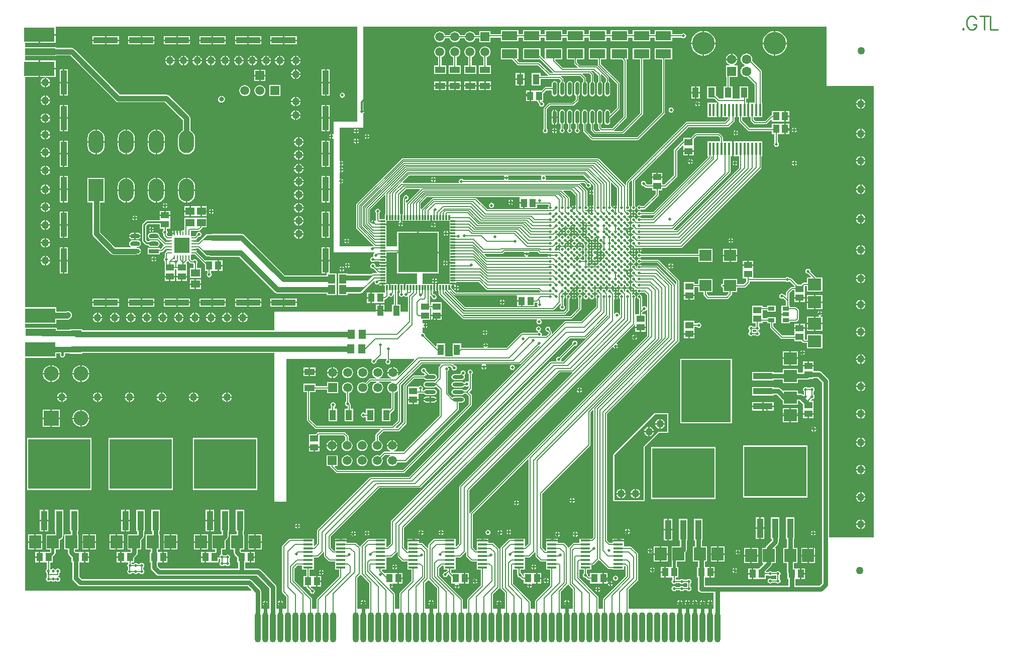
<source format=gtl>
%FSAX25Y25*%
%MOIN*%
G70*
G01*
G75*
G04 Layer_Physical_Order=1*
G04 Layer_Color=255*
%ADD10R,0.41339X0.33071*%
%ADD11R,0.04134X0.12992*%
%ADD12R,0.05118X0.05906*%
%ADD13R,0.10000X0.15000*%
%ADD14O,0.10000X0.15000*%
%ADD15R,0.20000X0.09500*%
%ADD16R,0.20000X0.04500*%
%ADD17R,0.04331X0.05512*%
%ADD18R,0.05512X0.04331*%
%ADD19R,0.08661X0.07874*%
%ADD20R,0.04331X0.06693*%
%ADD21R,0.01575X0.08465*%
%ADD22R,0.01575X0.08465*%
%ADD23R,0.06693X0.04331*%
%ADD24R,0.07874X0.08661*%
%ADD25R,0.08000X0.07200*%
%ADD26O,0.06500X0.03000*%
%ADD27R,0.06500X0.03000*%
%ADD28O,0.04000X0.20000*%
%ADD29R,0.01181X0.03169*%
%ADD30R,0.03169X0.01181*%
%ADD31R,0.26378X0.26378*%
%ADD32R,0.06496X0.01181*%
%ADD33R,0.33071X0.41339*%
%ADD34R,0.12992X0.04134*%
%ADD35R,0.04331X0.02559*%
%ADD36O,0.07480X0.02362*%
%ADD37C,0.01969*%
%ADD38O,0.02362X0.08661*%
%ADD39R,0.10236X0.05906*%
%ADD40R,0.04000X0.16000*%
%ADD41R,0.16000X0.04000*%
%ADD42R,0.05906X0.05118*%
%ADD43O,0.03150X0.00984*%
%ADD44O,0.00984X0.03150*%
%ADD45R,0.10236X0.10236*%
%ADD46C,0.03543*%
%ADD47C,0.00500*%
%ADD48C,0.03150*%
%ADD49C,0.00787*%
%ADD50C,0.01000*%
%ADD51C,0.01181*%
%ADD52C,0.01969*%
%ADD53C,0.03937*%
%ADD54C,0.02362*%
%ADD55C,0.01575*%
%ADD56C,0.00900*%
%ADD57R,0.11909X0.03543*%
%ADD58R,0.09843X0.09843*%
%ADD59C,0.09843*%
%ADD60R,0.05906X0.05906*%
%ADD61C,0.05906*%
%ADD62C,0.05000*%
%ADD63C,0.14961*%
%ADD64C,0.06299*%
%ADD65R,0.06299X0.06299*%
%ADD66C,0.02598*%
%ADD67C,0.03150*%
G36*
X0342994Y0167183D02*
X0268319Y0092508D01*
X0268112Y0092197D01*
X0268039Y0091831D01*
Y0054137D01*
X0266024Y0052122D01*
X0265758Y0052122D01*
X0265484Y0052236D01*
Y0054681D01*
D01*
Y0054681D01*
X0265484Y0054681D01*
Y0054681D01*
X0265484D01*
X0265484D01*
Y0057240D01*
X0257610D01*
Y0057064D01*
X0251429D01*
X0251429Y0057064D01*
X0251007Y0056981D01*
X0250649Y0056741D01*
X0250648Y0056741D01*
X0247692Y0053785D01*
X0247453Y0053426D01*
X0247369Y0053004D01*
Y0051322D01*
X0246907Y0051131D01*
X0243855Y0054182D01*
X0243497Y0054421D01*
X0243075Y0054505D01*
X0241335D01*
X0241335Y0054681D01*
D01*
Y0054681D01*
Y0054681D01*
X0241335Y0054937D01*
X0241335Y0055035D01*
X0241335Y0055035D01*
X0241335D01*
Y0055461D01*
X0233461D01*
Y0055035D01*
X0233461Y0055035D01*
X0233461D01*
X0233461Y0054681D01*
X0233461Y0054681D01*
D01*
D01*
Y0054681D01*
X0233461D01*
D01*
Y0052122D01*
Y0049846D01*
X0232999Y0049654D01*
X0231272Y0051381D01*
Y0064269D01*
X0334648Y0167645D01*
X0342803D01*
X0342994Y0167183D01*
D02*
G37*
G36*
X0314003Y0109929D02*
Y0054038D01*
X0312087Y0052122D01*
X0311606Y0052122D01*
X0311484Y0052173D01*
Y0054681D01*
D01*
Y0054681D01*
X0311484Y0054681D01*
Y0054681D01*
X0311484D01*
X0311484D01*
Y0057240D01*
X0303610D01*
Y0057064D01*
X0301429D01*
X0301007Y0056981D01*
X0300649Y0056741D01*
X0295692Y0051784D01*
X0295453Y0051426D01*
X0295369Y0051004D01*
Y0024579D01*
X0295369Y0024579D01*
X0295369D01*
X0295453Y0024156D01*
X0295692Y0023798D01*
X0298169Y0021321D01*
Y0010925D01*
X0290376D01*
Y0020347D01*
X0294253Y0024223D01*
X0294492Y0024581D01*
X0294576Y0025004D01*
Y0050004D01*
X0294492Y0050426D01*
X0294253Y0050784D01*
X0290855Y0054182D01*
X0290497Y0054421D01*
X0290075Y0054505D01*
X0287335D01*
X0287335Y0054681D01*
D01*
Y0054681D01*
X0287335Y0054937D01*
X0287335Y0055035D01*
X0287335Y0055035D01*
X0287335D01*
Y0055461D01*
X0279461D01*
Y0055035D01*
X0279461Y0055035D01*
X0279461D01*
X0279461Y0054681D01*
X0279461Y0054681D01*
D01*
D01*
Y0054681D01*
X0279461D01*
D01*
Y0052122D01*
Y0049563D01*
D01*
X0279461Y0049563D01*
X0279461Y0049563D01*
D01*
D01*
Y0049563D01*
X0279461D01*
D01*
Y0049515D01*
X0278999Y0049324D01*
X0276843Y0051479D01*
Y0068045D01*
X0276843Y0068045D01*
X0276843Y0068045D01*
Y0068045D01*
Y0068504D01*
Y0073422D01*
X0313541Y0110120D01*
X0314003Y0109929D01*
D02*
G37*
G36*
X0511417Y0357382D02*
X0542913D01*
Y0058169D01*
X0513248D01*
Y0161776D01*
X0513102Y0162513D01*
X0513073Y0162660D01*
X0512572Y0163409D01*
X0508325Y0167656D01*
X0507576Y0168156D01*
X0506693Y0168332D01*
X0502965D01*
Y0168721D01*
X0502965Y0168721D01*
D01*
D01*
X0502965Y0168878D01*
Y0168905D01*
Y0168976D01*
X0502965Y0169075D01*
D01*
X0502965Y0169231D01*
X0502965Y0169231D01*
X0502965D01*
Y0171429D01*
X0496075D01*
Y0169231D01*
X0496075Y0169231D01*
X0496075D01*
X0496075Y0169075D01*
Y0168878D01*
D01*
D01*
X0496075D01*
Y0167379D01*
X0492539D01*
Y0169697D01*
X0482500D01*
Y0167379D01*
X0476524D01*
Y0167732D01*
X0462153D01*
Y0162221D01*
X0476524D01*
Y0162763D01*
X0482500D01*
Y0160445D01*
X0492539D01*
Y0162763D01*
X0498567D01*
X0499450Y0162938D01*
X0499796Y0163169D01*
X0502965D01*
Y0163716D01*
X0505737D01*
X0508632Y0160820D01*
Y0027841D01*
X0506903Y0026112D01*
X0490828D01*
Y0030559D01*
X0491374D01*
X0491374Y0030559D01*
Y0030559D01*
X0491374D01*
X0491571D01*
X0491728Y0030559D01*
X0491728Y0030559D01*
Y0030559D01*
X0493925D01*
Y0034003D01*
Y0037449D01*
X0491728D01*
X0491728Y0037449D01*
Y0037449D01*
X0491571Y0037449D01*
X0491472D01*
X0491374D01*
X0491217Y0037449D01*
X0491217Y0037449D01*
Y0037449D01*
X0489875D01*
Y0040984D01*
X0492193D01*
Y0051024D01*
X0489781D01*
Y0057000D01*
X0490228D01*
Y0071370D01*
X0484717D01*
Y0057000D01*
X0485164D01*
Y0051024D01*
X0482941D01*
Y0040984D01*
X0485259D01*
Y0034957D01*
X0485434Y0034073D01*
X0485665Y0033728D01*
Y0030559D01*
X0486211D01*
Y0026112D01*
X0430828D01*
Y0031559D01*
X0431374D01*
X0431374Y0031559D01*
Y0031559D01*
X0431374D01*
X0431571D01*
X0431728Y0031559D01*
X0431728Y0031559D01*
Y0031559D01*
X0433925D01*
Y0035003D01*
Y0038449D01*
X0431728D01*
X0431728Y0038449D01*
Y0038449D01*
X0431571Y0038449D01*
X0431472D01*
X0431374D01*
X0431217Y0038449D01*
X0431217Y0038449D01*
Y0038449D01*
X0430828D01*
Y0041984D01*
X0432193D01*
Y0052024D01*
X0428781D01*
Y0056000D01*
X0429228D01*
Y0070370D01*
X0423716D01*
Y0056000D01*
X0424164D01*
Y0052024D01*
X0422941D01*
Y0041984D01*
X0426212D01*
Y0038449D01*
X0425665D01*
Y0031559D01*
X0426212D01*
Y0023804D01*
X0426387Y0022921D01*
X0426888Y0022172D01*
X0427636Y0021671D01*
X0428520Y0021496D01*
X0436614D01*
Y0010925D01*
X0380376D01*
Y0023347D01*
X0386253Y0029223D01*
X0386492Y0029581D01*
X0386576Y0030004D01*
X0386576Y0030004D01*
X0386576Y0030004D01*
Y0030004D01*
Y0047004D01*
X0386492Y0047426D01*
X0386253Y0047785D01*
X0382414Y0051623D01*
X0382056Y0051862D01*
X0381634Y0051946D01*
X0377335D01*
Y0052122D01*
Y0054327D01*
X0377335Y0054327D01*
D01*
D01*
X0377335Y0054681D01*
D01*
Y0054681D01*
X0377335Y0054681D01*
X0377335Y0055035D01*
X0377335Y0055035D01*
X0377335D01*
Y0055461D01*
X0369461D01*
Y0055035D01*
X0369461Y0055035D01*
X0369461D01*
X0369461Y0054681D01*
X0369461Y0054681D01*
D01*
X0369461Y0054359D01*
X0367566D01*
X0365820Y0056105D01*
Y0139859D01*
X0413571Y0187610D01*
X0413778Y0187921D01*
X0413851Y0188287D01*
Y0227953D01*
X0413778Y0228319D01*
X0413571Y0228630D01*
X0400283Y0241917D01*
X0399973Y0242125D01*
X0399606Y0242197D01*
X0388774D01*
X0388608Y0242446D01*
X0388054Y0242816D01*
X0387402Y0242946D01*
X0386749Y0242816D01*
X0386195Y0242446D01*
X0385825Y0241893D01*
X0385696Y0241240D01*
X0385825Y0240587D01*
X0386195Y0240034D01*
X0386749Y0239664D01*
X0387402Y0239534D01*
X0388054Y0239664D01*
X0388608Y0240034D01*
X0388774Y0240283D01*
X0399210D01*
X0411936Y0227556D01*
Y0226088D01*
X0411900Y0226077D01*
X0411444Y0225963D01*
Y0225963D01*
X0411307Y0226169D01*
Y0226169D01*
X0411307Y0226169D01*
X0399496Y0237980D01*
X0399185Y0238188D01*
X0398819Y0238261D01*
X0388774D01*
X0388608Y0238509D01*
X0388054Y0238879D01*
X0387402Y0239009D01*
X0386749Y0238879D01*
X0386195Y0238509D01*
X0385825Y0237956D01*
X0385696Y0237303D01*
X0385794Y0236807D01*
X0385502Y0236651D01*
X0385100Y0236949D01*
X0385171Y0237303D01*
X0385041Y0237956D01*
X0384671Y0238509D01*
X0384117Y0238879D01*
X0383465Y0239009D01*
X0382812Y0238879D01*
X0382258Y0238509D01*
X0381888Y0237956D01*
X0381759Y0237303D01*
X0381888Y0236650D01*
X0382258Y0236097D01*
X0382812Y0235727D01*
X0383311Y0235628D01*
X0383525Y0235176D01*
X0383469Y0235071D01*
X0383465Y0235072D01*
X0382812Y0234942D01*
X0382258Y0234573D01*
X0381888Y0234019D01*
X0381759Y0233366D01*
X0381888Y0232713D01*
X0382258Y0232160D01*
X0382812Y0231790D01*
X0383465Y0231660D01*
X0383515Y0231670D01*
X0383813Y0231269D01*
X0383715Y0231085D01*
X0383465Y0231135D01*
X0382812Y0231005D01*
X0382258Y0230635D01*
X0381888Y0230082D01*
X0381759Y0229429D01*
X0381888Y0228776D01*
X0382258Y0228223D01*
X0382812Y0227853D01*
X0383434Y0227729D01*
X0383648Y0227277D01*
X0383592Y0227173D01*
X0383465Y0227198D01*
X0382812Y0227068D01*
X0382258Y0226698D01*
X0381888Y0226145D01*
X0381759Y0225492D01*
X0381888Y0224839D01*
X0382258Y0224286D01*
X0382812Y0223916D01*
X0383465Y0223786D01*
X0383515Y0223796D01*
X0383813Y0223394D01*
X0383715Y0223212D01*
X0383965Y0223162D01*
Y0222055D01*
X0385071D01*
X0385041Y0222208D01*
X0385041Y0222208D01*
X0385041Y0222208D01*
X0385051Y0222382D01*
X0385527Y0222537D01*
X0385820Y0222180D01*
X0385696Y0221555D01*
X0385825Y0220902D01*
X0386195Y0220349D01*
X0386749Y0219979D01*
X0387402Y0219849D01*
X0388054Y0219979D01*
X0388608Y0220349D01*
X0388774Y0220598D01*
X0390844D01*
X0392547Y0218895D01*
Y0210631D01*
X0392068Y0210486D01*
X0391757Y0210950D01*
X0391204Y0211320D01*
X0390551Y0211450D01*
X0389898Y0211320D01*
X0389587Y0211112D01*
X0389146Y0211348D01*
Y0216929D01*
X0389073Y0217296D01*
X0389050Y0217330D01*
X0389108Y0217618D01*
X0388978Y0218271D01*
X0388608Y0218824D01*
X0388054Y0219194D01*
X0387402Y0219324D01*
X0386749Y0219194D01*
X0386195Y0218824D01*
X0385825Y0218271D01*
X0385696Y0217618D01*
X0385825Y0216965D01*
X0386195Y0216412D01*
X0386749Y0216042D01*
X0387232Y0215946D01*
Y0207382D01*
Y0206102D01*
X0384775D01*
X0384775Y0206102D01*
Y0206102D01*
X0384744Y0206102D01*
X0384422Y0206424D01*
Y0216245D01*
X0384671Y0216412D01*
X0385041Y0216965D01*
X0385171Y0217618D01*
X0385041Y0218271D01*
X0384671Y0218824D01*
X0384117Y0219194D01*
X0383465Y0219324D01*
X0382840Y0219200D01*
X0382453Y0219517D01*
Y0219587D01*
X0382746Y0219966D01*
X0382812Y0219979D01*
D01*
D01*
D01*
D01*
X0382812Y0219979D01*
X0382965Y0219949D01*
Y0221055D01*
X0381858D01*
X0381808Y0221305D01*
X0381625Y0221207D01*
X0381224Y0221505D01*
X0381234Y0221555D01*
X0381104Y0222208D01*
X0380734Y0222762D01*
X0380180Y0223131D01*
X0379528Y0223261D01*
X0378875Y0223131D01*
X0378321Y0222762D01*
X0377951Y0222208D01*
X0377821Y0221555D01*
X0377896Y0221182D01*
X0377658Y0221055D01*
X0377256Y0221353D01*
X0377296Y0221555D01*
X0377167Y0222208D01*
X0376797Y0222762D01*
X0376243Y0223131D01*
X0375590Y0223261D01*
X0374938Y0223131D01*
X0374384Y0222762D01*
X0374014Y0222208D01*
X0373885Y0221555D01*
X0374014Y0220902D01*
X0374384Y0220349D01*
X0374938Y0219979D01*
X0375560Y0219855D01*
X0375774Y0219403D01*
X0375718Y0219299D01*
X0375590Y0219324D01*
X0374938Y0219194D01*
X0374384Y0218824D01*
X0374014Y0218271D01*
X0373885Y0217618D01*
X0374014Y0216965D01*
X0374384Y0216412D01*
X0374633Y0216245D01*
Y0205520D01*
X0374136Y0205471D01*
X0374017Y0206066D01*
X0373647Y0206620D01*
X0373094Y0206990D01*
X0372441Y0207119D01*
X0371788Y0206990D01*
X0371235Y0206620D01*
X0371121Y0206450D01*
X0370642Y0206595D01*
Y0215719D01*
X0371029Y0216036D01*
X0371153Y0216012D01*
Y0217617D01*
Y0219225D01*
X0371001Y0219194D01*
X0370642Y0219386D01*
Y0219390D01*
X0370580Y0219705D01*
X0370995Y0219982D01*
X0371001Y0219979D01*
X0371153Y0219949D01*
Y0221055D01*
X0370047D01*
X0370046Y0221059D01*
X0369754Y0220903D01*
X0369352Y0221201D01*
X0369423Y0221555D01*
X0369293Y0222208D01*
X0368923Y0222762D01*
X0368369Y0223131D01*
X0367717Y0223261D01*
X0367064Y0223131D01*
X0366510Y0222762D01*
X0366140Y0222208D01*
X0366010Y0221555D01*
X0366085Y0221182D01*
X0365847Y0221055D01*
X0365445Y0221353D01*
X0365486Y0221555D01*
X0365356Y0222208D01*
X0364986Y0222762D01*
X0364432Y0223131D01*
X0363779Y0223261D01*
X0363127Y0223131D01*
X0362573Y0222762D01*
X0362203Y0222208D01*
X0362073Y0221555D01*
X0362148Y0221182D01*
X0361910Y0221055D01*
X0361508Y0221353D01*
X0361548Y0221555D01*
X0361419Y0222208D01*
X0361049Y0222762D01*
X0360495Y0223131D01*
X0359842Y0223261D01*
X0359190Y0223131D01*
X0358636Y0222762D01*
X0358266Y0222208D01*
X0358137Y0221555D01*
X0358266Y0220902D01*
X0358636Y0220349D01*
X0359190Y0219979D01*
X0359812Y0219855D01*
X0360026Y0219403D01*
X0359970Y0219299D01*
X0359842Y0219324D01*
X0359190Y0219194D01*
X0358636Y0218824D01*
X0358266Y0218271D01*
X0358137Y0217618D01*
X0358266Y0216965D01*
X0358636Y0216412D01*
X0358787Y0216311D01*
Y0211322D01*
X0348816Y0201351D01*
X0338386D01*
X0338019Y0201278D01*
X0337709Y0201071D01*
X0329569Y0192931D01*
X0329107Y0193122D01*
Y0194488D01*
X0329034Y0194855D01*
X0328827Y0195165D01*
X0328288Y0195704D01*
X0328379Y0196161D01*
X0328249Y0196814D01*
X0327880Y0197368D01*
X0327326Y0197738D01*
X0326673Y0197867D01*
X0326020Y0197738D01*
X0325467Y0197368D01*
X0325097Y0196814D01*
X0324967Y0196161D01*
X0325097Y0195509D01*
X0325467Y0194955D01*
X0326020Y0194585D01*
X0326673Y0194455D01*
X0326803Y0194481D01*
X0327192Y0194092D01*
Y0193310D01*
X0325588Y0191705D01*
X0322962D01*
X0322645Y0192092D01*
X0322769Y0192717D01*
X0322639Y0193369D01*
X0322269Y0193923D01*
X0321716Y0194293D01*
X0321063Y0194423D01*
X0321022Y0194628D01*
X0321125Y0194782D01*
D01*
X0321679Y0195152D01*
X0322049Y0195705D01*
X0322179Y0196358D01*
X0322049Y0197011D01*
X0321679Y0197565D01*
X0321125Y0197934D01*
X0320472Y0198064D01*
X0319820Y0197934D01*
X0319266Y0197565D01*
X0318896Y0197011D01*
X0318766Y0196358D01*
X0318896Y0195705D01*
X0319266Y0195152D01*
X0319820Y0194782D01*
X0320198Y0194707D01*
X0320296Y0194216D01*
X0319857Y0193923D01*
X0319690Y0193674D01*
X0309744D01*
X0309378Y0193601D01*
X0309067Y0193394D01*
X0299308Y0183634D01*
X0286762D01*
X0286616Y0184113D01*
X0286639Y0184128D01*
X0287009Y0184682D01*
X0287040Y0184835D01*
X0283826D01*
X0283857Y0184682D01*
X0284227Y0184128D01*
X0284250Y0184113D01*
X0284104Y0183634D01*
X0269390D01*
X0269193Y0183796D01*
Y0186614D01*
X0263484D01*
Y0178543D01*
D01*
Y0178543D01*
X0263162Y0178221D01*
X0258563D01*
Y0178543D01*
X0258563D01*
Y0186614D01*
X0252854D01*
Y0185088D01*
X0252392Y0184897D01*
X0245383Y0191907D01*
X0245407Y0192028D01*
X0245277Y0192680D01*
X0244907Y0193234D01*
X0244354Y0193604D01*
X0243701Y0193734D01*
Y0197230D01*
X0244142Y0197466D01*
X0244623Y0197144D01*
X0244776Y0197114D01*
Y0198720D01*
Y0200327D01*
X0244623Y0200297D01*
X0244142Y0199975D01*
X0243701Y0200211D01*
Y0202362D01*
X0248721D01*
Y0208071D01*
D01*
Y0208071D01*
X0248721Y0208071D01*
Y0208268D01*
X0248721D01*
Y0210018D01*
X0249311D01*
Y0208424D01*
X0249311Y0208424D01*
X0249311D01*
X0249311Y0208268D01*
Y0208071D01*
D01*
D01*
D01*
D01*
X0249311D01*
Y0205716D01*
X0256201D01*
Y0207914D01*
X0256201Y0207914D01*
D01*
D01*
X0256201Y0208071D01*
Y0208098D01*
Y0208169D01*
X0256201Y0208268D01*
D01*
X0256201Y0208424D01*
X0256201Y0208424D01*
X0256201D01*
Y0213976D01*
X0249311D01*
Y0212226D01*
X0248721D01*
Y0213976D01*
X0248466D01*
Y0218119D01*
X0248928Y0218310D01*
X0249499Y0217739D01*
X0249475Y0217618D01*
X0249605Y0216965D01*
X0249975Y0216412D01*
X0250528Y0216042D01*
X0251181Y0215912D01*
X0251834Y0216042D01*
X0252387Y0216412D01*
X0252757Y0216965D01*
X0252887Y0217618D01*
X0252757Y0218271D01*
X0252387Y0218824D01*
X0251834Y0219194D01*
X0251181Y0219324D01*
X0251060Y0219300D01*
X0250435Y0219926D01*
Y0221493D01*
X0250799D01*
Y0223765D01*
Y0226039D01*
X0243701D01*
Y0233126D01*
X0254350D01*
Y0246504D01*
X0226594D01*
Y0233126D01*
X0239764D01*
Y0226039D01*
X0232114D01*
Y0223765D01*
X0231114D01*
Y0226039D01*
X0228177D01*
Y0223765D01*
Y0221493D01*
X0228542D01*
Y0220547D01*
X0228321Y0220399D01*
X0227951Y0219846D01*
X0227821Y0219193D01*
X0227951Y0218540D01*
X0228321Y0217987D01*
X0228875Y0217617D01*
X0229528Y0217487D01*
X0230180Y0217617D01*
X0230734Y0217987D01*
X0230852Y0218164D01*
X0231352D01*
X0231471Y0217987D01*
X0232024Y0217617D01*
X0232677Y0217487D01*
X0233330Y0217617D01*
X0233396Y0217661D01*
X0233837Y0217425D01*
Y0207776D01*
X0229035D01*
Y0212598D01*
X0226813D01*
Y0214449D01*
X0226813Y0214449D01*
X0226813Y0214449D01*
Y0214449D01*
Y0221493D01*
X0227177D01*
Y0223765D01*
Y0226039D01*
X0222272D01*
Y0223765D01*
X0221272D01*
Y0226039D01*
X0219508D01*
Y0226040D01*
X0218523D01*
Y0225835D01*
X0217735D01*
Y0225055D01*
X0218524D01*
Y0221493D01*
X0218680D01*
Y0220449D01*
X0218280D01*
Y0220449D01*
X0212728D01*
X0212728Y0220449D01*
Y0220449D01*
X0212571Y0220449D01*
X0212472D01*
X0212374D01*
X0212217Y0220449D01*
X0212217Y0220449D01*
Y0220449D01*
X0210020D01*
Y0217003D01*
Y0213559D01*
X0212374D01*
Y0213559D01*
X0212571D01*
X0212728Y0213559D01*
X0212728Y0213559D01*
Y0213559D01*
X0218280D01*
Y0215900D01*
X0218677D01*
X0219100Y0215984D01*
X0219458Y0216223D01*
X0219458Y0216223D01*
X0219458Y0216223D01*
X0220564Y0217330D01*
X0220803Y0217688D01*
X0220806Y0217700D01*
X0221039Y0217856D01*
X0221281Y0217956D01*
X0221788Y0217617D01*
X0222441Y0217487D01*
X0223094Y0217617D01*
X0223647Y0217987D01*
X0224017Y0218540D01*
X0224107Y0218993D01*
X0224605Y0218944D01*
Y0214449D01*
X0224605Y0214449D01*
X0224605D01*
Y0212598D01*
X0223327D01*
Y0207776D01*
X0218406D01*
Y0208063D01*
X0212697D01*
Y0207776D01*
X0145276D01*
Y0195324D01*
X0017815D01*
Y0196260D01*
X0009744D01*
Y0195914D01*
X0000892D01*
Y0196958D01*
X-0020079D01*
Y0199738D01*
X0000492D01*
Y0202497D01*
X0008031D01*
X0008032Y0202497D01*
X0008378Y0202542D01*
X0008725Y0202588D01*
X0009182Y0202777D01*
X0009372Y0202856D01*
X0009927Y0203282D01*
X0010163Y0203518D01*
X0010589Y0204073D01*
X0010857Y0204720D01*
X0010948Y0205413D01*
X0010857Y0206107D01*
X0010589Y0206754D01*
X0010163Y0207309D01*
X0009608Y0207735D01*
X0008962Y0208002D01*
X0008268Y0208094D01*
X0007574Y0208002D01*
X0007224Y0207858D01*
X0000492D01*
Y0210616D01*
X-0020079D01*
Y0363439D01*
X-0011091D01*
Y0368877D01*
Y0374317D01*
X-0020079D01*
Y0377300D01*
X0000498D01*
Y0377609D01*
X0009788D01*
X0039958Y0347439D01*
X0040772Y0346895D01*
X0041732Y0346704D01*
X0072681D01*
X0084460Y0334925D01*
Y0327906D01*
X0084100Y0327757D01*
X0082911Y0326845D01*
X0081999Y0325656D01*
X0081426Y0324272D01*
X0081230Y0322787D01*
Y0317787D01*
X0081426Y0316302D01*
X0081999Y0314918D01*
X0082911Y0313730D01*
X0084100Y0312818D01*
X0085483Y0312245D01*
X0086968Y0312049D01*
X0088454Y0312245D01*
X0089837Y0312818D01*
X0091026Y0313730D01*
X0091938Y0314918D01*
X0092511Y0316302D01*
X0092707Y0317787D01*
Y0322787D01*
X0092511Y0324272D01*
X0091938Y0325656D01*
X0091026Y0326845D01*
X0089837Y0327757D01*
X0089477Y0327906D01*
Y0335965D01*
X0089286Y0336925D01*
X0088743Y0337739D01*
X0075494Y0350987D01*
X0074681Y0351531D01*
X0073721Y0351721D01*
X0042772D01*
X0012601Y0381892D01*
X0011787Y0382436D01*
X0010827Y0382627D01*
X0000498D01*
Y0383178D01*
X-0020079D01*
Y0385959D01*
X-0011091D01*
Y0391399D01*
X-0010592D01*
Y0391898D01*
X0000098D01*
Y0396752D01*
X0200394D01*
Y0333760D01*
X0184646D01*
Y0325572D01*
X0184205Y0325336D01*
X0183822Y0325592D01*
X0183669Y0325622D01*
Y0324015D01*
Y0322409D01*
X0183822Y0322440D01*
X0184205Y0322695D01*
X0184646Y0322460D01*
Y0255020D01*
Y0247146D01*
X0211671D01*
X0211817Y0246667D01*
X0211392Y0246384D01*
X0211022Y0245830D01*
X0210892Y0245177D01*
X0211022Y0244524D01*
X0211025Y0244520D01*
X0210748Y0244104D01*
X0210630Y0244127D01*
X0209977Y0243997D01*
X0209424Y0243628D01*
X0209054Y0243074D01*
X0208924Y0242421D01*
X0209054Y0241768D01*
X0209424Y0241215D01*
X0209977Y0240845D01*
X0210630Y0240715D01*
X0211283Y0240845D01*
X0211483Y0240979D01*
X0214961D01*
Y0240803D01*
Y0240614D01*
X0219508D01*
Y0240803D01*
Y0242772D01*
Y0243551D01*
X0217234D01*
Y0244551D01*
X0219508D01*
Y0244740D01*
Y0246709D01*
Y0247146D01*
X0226594D01*
Y0247504D01*
X0239972D01*
Y0260882D01*
X0226594D01*
Y0251083D01*
X0219508D01*
Y0252614D01*
Y0254583D01*
Y0256551D01*
Y0258520D01*
Y0260488D01*
Y0262457D01*
Y0264425D01*
Y0265205D01*
X0217234D01*
Y0266205D01*
X0219508D01*
Y0266394D01*
Y0267969D01*
X0228142D01*
X0228287Y0267490D01*
X0227927Y0267250D01*
X0227558Y0266696D01*
X0227527Y0266543D01*
X0230740D01*
X0230710Y0266696D01*
X0230340Y0267250D01*
X0229980Y0267490D01*
X0230125Y0267968D01*
X0229146D01*
Y0270241D01*
Y0272515D01*
X0228615D01*
Y0285135D01*
X0232582Y0289102D01*
X0241732D01*
X0241923Y0288640D01*
X0233180Y0279896D01*
X0232718Y0280088D01*
Y0281668D01*
X0233330Y0281790D01*
X0233884Y0282160D01*
X0234253Y0282713D01*
X0234383Y0283366D01*
X0234253Y0284019D01*
X0233884Y0284573D01*
X0233330Y0284942D01*
X0232677Y0285072D01*
X0232024Y0284942D01*
X0231471Y0284573D01*
X0231101Y0284019D01*
X0230971Y0283366D01*
X0230995Y0283245D01*
X0230834Y0283084D01*
X0230594Y0282726D01*
X0230510Y0282303D01*
Y0272515D01*
X0230146D01*
Y0270241D01*
Y0267969D01*
X0248831D01*
Y0270243D01*
X0249831D01*
Y0267969D01*
X0261437D01*
Y0266394D01*
Y0264425D01*
Y0262457D01*
Y0260488D01*
Y0260299D01*
X0263711D01*
Y0259299D01*
X0261437D01*
Y0258520D01*
Y0256551D01*
Y0254583D01*
Y0252614D01*
Y0250646D01*
Y0248677D01*
Y0246709D01*
Y0244740D01*
Y0242772D01*
Y0240803D01*
Y0240614D01*
X0263711D01*
Y0239614D01*
X0261437D01*
Y0238835D01*
Y0236866D01*
Y0234898D01*
Y0232929D01*
Y0230961D01*
Y0228992D01*
Y0227024D01*
Y0226835D01*
X0265984D01*
Y0227024D01*
Y0227346D01*
X0281044D01*
X0285839Y0222551D01*
X0286149Y0222344D01*
X0286516Y0222271D01*
X0320666D01*
X0321932Y0221006D01*
X0321740Y0220544D01*
X0265718D01*
X0262421Y0223841D01*
Y0225055D01*
X0263210D01*
Y0225835D01*
X0262421D01*
Y0226040D01*
X0261437D01*
Y0226039D01*
X0253768D01*
Y0223765D01*
Y0221493D01*
X0254279D01*
Y0219468D01*
X0254352Y0219102D01*
X0254559Y0218792D01*
X0270189Y0203162D01*
X0270500Y0202954D01*
X0270866Y0202881D01*
X0319685D01*
X0319830Y0202403D01*
X0319660Y0202289D01*
X0319290Y0201735D01*
X0319160Y0201083D01*
X0319290Y0200430D01*
X0319660Y0199876D01*
X0320213Y0199506D01*
X0320866Y0199377D01*
X0321519Y0199506D01*
X0322073Y0199876D01*
X0322442Y0200430D01*
X0322572Y0201083D01*
X0322442Y0201735D01*
X0322073Y0202289D01*
X0321902Y0202403D01*
X0322047Y0202881D01*
X0342224D01*
X0342591Y0202954D01*
X0342901Y0203162D01*
X0348709Y0208969D01*
X0348916Y0209279D01*
X0348989Y0209646D01*
X0348989Y0209646D01*
X0348989Y0209646D01*
Y0209646D01*
Y0216245D01*
X0349238Y0216412D01*
X0349608Y0216965D01*
X0349738Y0217618D01*
X0349608Y0218271D01*
X0349238Y0218824D01*
X0348684Y0219194D01*
X0348031Y0219324D01*
X0347379Y0219194D01*
X0346825Y0218824D01*
X0346455Y0218271D01*
X0346325Y0217618D01*
X0346455Y0216965D01*
X0346825Y0216412D01*
X0347074Y0216245D01*
Y0210042D01*
X0341828Y0204796D01*
X0271263D01*
X0270386Y0205673D01*
X0270472Y0205834D01*
X0337795D01*
X0338162Y0205907D01*
X0338472Y0206114D01*
X0340736Y0208378D01*
X0340944Y0208689D01*
X0341016Y0209055D01*
X0341016Y0209055D01*
X0341016Y0209055D01*
Y0209055D01*
Y0216180D01*
X0341364Y0216412D01*
X0341734Y0216965D01*
X0341863Y0217618D01*
X0341734Y0218271D01*
X0341364Y0218824D01*
X0340810Y0219194D01*
X0340158Y0219324D01*
X0339505Y0219194D01*
X0338951Y0218824D01*
X0338581Y0218271D01*
X0338452Y0217618D01*
X0338581Y0216965D01*
X0338951Y0216412D01*
X0339102Y0216311D01*
Y0209452D01*
X0337399Y0207749D01*
X0270869D01*
X0258162Y0220456D01*
Y0221172D01*
X0258624Y0221363D01*
X0270822Y0209166D01*
X0271132Y0208958D01*
X0271499Y0208885D01*
X0330118D01*
X0330485Y0208958D01*
X0330795Y0209166D01*
X0330795Y0209166D01*
X0330795Y0209166D01*
X0334801Y0213172D01*
X0335263Y0212980D01*
Y0212101D01*
X0335014Y0211935D01*
X0334644Y0211381D01*
X0334514Y0210728D01*
X0334644Y0210075D01*
X0335014Y0209522D01*
X0335568Y0209152D01*
X0336221Y0209022D01*
X0336873Y0209152D01*
X0337427Y0209522D01*
X0337797Y0210075D01*
X0337927Y0210728D01*
X0337797Y0211381D01*
X0337427Y0211935D01*
X0337178Y0212101D01*
Y0216245D01*
X0337427Y0216412D01*
X0337797Y0216965D01*
X0337927Y0217618D01*
X0337797Y0218271D01*
X0337427Y0218824D01*
X0336873Y0219194D01*
X0336221Y0219324D01*
X0335970Y0219274D01*
X0335872Y0219458D01*
X0336170Y0219859D01*
X0336221Y0219849D01*
X0336873Y0219979D01*
X0337427Y0220349D01*
X0337797Y0220902D01*
X0337927Y0221555D01*
X0337973Y0221602D01*
X0338077Y0221591D01*
X0338468Y0221473D01*
X0338581Y0220902D01*
X0338951Y0220349D01*
X0339505Y0219979D01*
X0340158Y0219849D01*
X0340810Y0219979D01*
X0341364Y0220349D01*
X0341734Y0220902D01*
X0341847Y0221473D01*
X0342126Y0221557D01*
X0342405Y0221473D01*
X0342388Y0221555D01*
X0342488Y0222055D01*
X0343595D01*
Y0223024D01*
X0342125D01*
Y0224024D01*
X0343280D01*
X0343442Y0223916D01*
X0343767Y0223851D01*
X0343832Y0223524D01*
X0344094Y0223786D01*
X0344747Y0223916D01*
X0345301Y0224286D01*
X0345671Y0224839D01*
X0345800Y0225492D01*
X0345847Y0225539D01*
X0345951Y0225529D01*
X0346342Y0225410D01*
X0346455Y0224839D01*
X0346825Y0224286D01*
X0347379Y0223916D01*
X0348031Y0223786D01*
X0348684Y0223916D01*
X0349238Y0224286D01*
X0349608Y0224839D01*
X0349738Y0225492D01*
X0349784Y0225539D01*
X0349888Y0225529D01*
X0350279Y0225410D01*
X0350392Y0224839D01*
X0350762Y0224286D01*
X0351316Y0223916D01*
X0351886Y0223802D01*
X0351971Y0223524D01*
X0351886Y0223245D01*
X0351316Y0223131D01*
X0350762Y0222762D01*
X0350392Y0222208D01*
X0350262Y0221555D01*
X0350392Y0220902D01*
X0350762Y0220349D01*
X0351316Y0219979D01*
X0351886Y0219865D01*
X0351971Y0219587D01*
X0351886Y0219308D01*
X0351316Y0219194D01*
X0350762Y0218824D01*
X0350392Y0218271D01*
X0350262Y0217618D01*
X0350392Y0216965D01*
X0350762Y0216412D01*
X0351316Y0216042D01*
X0351969Y0215912D01*
X0352621Y0216042D01*
X0353175Y0216412D01*
X0353545Y0216965D01*
X0353675Y0217618D01*
X0353721Y0217665D01*
X0353825Y0217654D01*
X0354216Y0217536D01*
X0354329Y0216965D01*
X0354699Y0216412D01*
X0355253Y0216042D01*
X0355906Y0215912D01*
X0356558Y0216042D01*
X0357112Y0216412D01*
X0357482Y0216965D01*
X0357611Y0217618D01*
X0357482Y0218271D01*
X0357112Y0218824D01*
X0356558Y0219194D01*
X0355906Y0219324D01*
D01*
X0355818Y0219762D01*
X0355906Y0219849D01*
X0356558Y0219979D01*
X0357112Y0220349D01*
X0357482Y0220902D01*
X0357611Y0221555D01*
X0357482Y0222208D01*
X0357112Y0222762D01*
X0356558Y0223131D01*
X0355906Y0223261D01*
D01*
X0355818Y0223699D01*
X0355906Y0223786D01*
X0356558Y0223916D01*
X0357112Y0224286D01*
X0357482Y0224839D01*
X0357611Y0225492D01*
X0357658Y0225539D01*
X0357762Y0225529D01*
X0358153Y0225410D01*
X0358266Y0224839D01*
X0358636Y0224286D01*
X0359190Y0223916D01*
X0359842Y0223786D01*
X0360495Y0223916D01*
X0361049Y0224286D01*
X0361419Y0224839D01*
X0361548Y0225492D01*
X0361595Y0225539D01*
X0361699Y0225529D01*
X0362090Y0225410D01*
X0362203Y0224839D01*
X0362573Y0224286D01*
X0363127Y0223916D01*
X0363779Y0223786D01*
X0364432Y0223916D01*
X0364986Y0224286D01*
X0365356Y0224839D01*
X0365486Y0225492D01*
X0365532Y0225539D01*
X0365636Y0225529D01*
X0366027Y0225410D01*
X0366140Y0224839D01*
X0366510Y0224286D01*
X0367064Y0223916D01*
X0367717Y0223786D01*
X0368369Y0223916D01*
X0368923Y0224286D01*
X0369293Y0224839D01*
X0369423Y0225492D01*
X0369469Y0225539D01*
X0369573Y0225529D01*
X0369964Y0225410D01*
X0370077Y0224839D01*
X0370447Y0224286D01*
X0371001Y0223916D01*
X0371654Y0223786D01*
X0372306Y0223916D01*
X0372860Y0224286D01*
X0373230Y0224839D01*
X0373359Y0225492D01*
X0373406Y0225539D01*
X0373510Y0225529D01*
X0373901Y0225410D01*
X0374014Y0224839D01*
X0374384Y0224286D01*
X0374938Y0223916D01*
X0375590Y0223786D01*
X0376243Y0223916D01*
X0376797Y0224286D01*
X0377167Y0224839D01*
X0377296Y0225492D01*
X0377343Y0225539D01*
X0377447Y0225529D01*
X0377838Y0225410D01*
X0377951Y0224839D01*
X0378321Y0224286D01*
X0378875Y0223916D01*
X0379528Y0223786D01*
X0380180Y0223916D01*
X0380734Y0224286D01*
X0381104Y0224839D01*
X0381234Y0225492D01*
X0381104Y0226145D01*
X0380734Y0226698D01*
X0380180Y0227068D01*
X0379528Y0227198D01*
D01*
X0379440Y0227636D01*
X0379528Y0227723D01*
X0380180Y0227853D01*
X0380734Y0228223D01*
X0381104Y0228776D01*
X0381234Y0229429D01*
X0381104Y0230082D01*
X0380734Y0230635D01*
X0380180Y0231005D01*
X0379528Y0231135D01*
D01*
X0379440Y0231573D01*
X0379527Y0231660D01*
X0379200Y0231725D01*
X0379135Y0232051D01*
X0379028Y0232212D01*
Y0233365D01*
Y0234835D01*
X0377558D01*
Y0235835D01*
X0378713D01*
X0378875Y0235727D01*
X0379200Y0235662D01*
X0379265Y0235335D01*
X0379528Y0235597D01*
X0380180Y0235727D01*
X0380734Y0236097D01*
X0381104Y0236650D01*
X0381234Y0237303D01*
X0381104Y0237956D01*
X0380734Y0238509D01*
X0380180Y0238879D01*
X0379528Y0239009D01*
D01*
X0379440Y0239447D01*
X0379528Y0239534D01*
X0380180Y0239664D01*
X0380734Y0240034D01*
X0381104Y0240587D01*
X0381234Y0241240D01*
X0381280Y0241287D01*
X0381384Y0241277D01*
X0381775Y0241158D01*
X0381888Y0240587D01*
X0382258Y0240034D01*
X0382812Y0239664D01*
X0383465Y0239534D01*
X0384117Y0239664D01*
X0384671Y0240034D01*
X0385041Y0240587D01*
X0385171Y0241240D01*
X0385041Y0241893D01*
X0384671Y0242446D01*
X0384117Y0242816D01*
X0383465Y0242946D01*
D01*
X0383378Y0243384D01*
X0383464Y0243471D01*
X0383137Y0243536D01*
X0383072Y0243862D01*
X0382965Y0244023D01*
Y0244677D01*
X0382310D01*
X0382149Y0244785D01*
X0381823Y0244850D01*
X0381758Y0245177D01*
X0381775Y0245259D01*
X0381496Y0245175D01*
X0381217Y0245259D01*
X0381104Y0245830D01*
X0380734Y0246384D01*
X0380180Y0246753D01*
X0379528Y0246883D01*
D01*
X0379440Y0247321D01*
X0379528Y0247408D01*
X0380180Y0247538D01*
X0380734Y0247908D01*
X0381104Y0248461D01*
X0381234Y0249114D01*
X0381104Y0249767D01*
X0380734Y0250321D01*
X0380180Y0250690D01*
X0379528Y0250820D01*
D01*
X0379440Y0251258D01*
X0379528Y0251345D01*
X0380180Y0251475D01*
X0380734Y0251845D01*
X0381104Y0252398D01*
X0381234Y0253051D01*
X0381104Y0253704D01*
X0380734Y0254257D01*
X0380180Y0254627D01*
X0379528Y0254757D01*
D01*
X0379440Y0255195D01*
X0379528Y0255282D01*
D01*
X0380180Y0255412D01*
X0380734Y0255782D01*
X0381104Y0256335D01*
X0381234Y0256988D01*
X0381104Y0257641D01*
X0380734Y0258194D01*
X0380180Y0258564D01*
X0379528Y0258694D01*
D01*
X0379440Y0259132D01*
X0379527Y0259219D01*
X0379200Y0259284D01*
X0379135Y0259610D01*
X0379028Y0259771D01*
Y0260924D01*
Y0262394D01*
X0377558D01*
Y0263394D01*
X0378713D01*
X0378875Y0263286D01*
X0379200Y0263221D01*
X0379265Y0262894D01*
X0379528Y0263156D01*
X0380180Y0263286D01*
X0380734Y0263656D01*
X0381104Y0264209D01*
X0381234Y0264862D01*
X0381104Y0265515D01*
X0380734Y0266069D01*
X0380180Y0266438D01*
X0379528Y0266568D01*
D01*
X0379440Y0267006D01*
X0379528Y0267093D01*
D01*
X0380180Y0267223D01*
X0380734Y0267593D01*
X0381104Y0268146D01*
X0381234Y0268799D01*
X0381104Y0269452D01*
X0380734Y0270005D01*
X0380180Y0270375D01*
X0379528Y0270505D01*
D01*
X0379440Y0270943D01*
X0379528Y0271030D01*
X0380180Y0271160D01*
X0380734Y0271530D01*
X0381104Y0272083D01*
X0381234Y0272736D01*
X0381104Y0273389D01*
X0380734Y0273942D01*
X0380180Y0274312D01*
X0379528Y0274442D01*
X0379173Y0274372D01*
X0378875Y0274773D01*
X0379032Y0275066D01*
X0379528Y0274967D01*
X0380180Y0275097D01*
X0380734Y0275467D01*
X0381104Y0276020D01*
X0381234Y0276673D01*
X0381104Y0277326D01*
X0380734Y0277880D01*
X0380485Y0278046D01*
Y0293107D01*
X0382045Y0294668D01*
X0382507Y0294476D01*
Y0278046D01*
X0382258Y0277880D01*
X0381888Y0277326D01*
X0381759Y0276673D01*
X0381888Y0276020D01*
X0382258Y0275467D01*
X0382812Y0275097D01*
X0383465Y0274967D01*
X0384117Y0275097D01*
X0384671Y0275467D01*
X0385041Y0276020D01*
X0385171Y0276673D01*
X0385041Y0277326D01*
X0384671Y0277880D01*
X0384422Y0278046D01*
Y0294485D01*
X0419983Y0330047D01*
X0446260D01*
X0446626Y0330119D01*
X0446937Y0330327D01*
X0450185Y0333575D01*
X0450392Y0333886D01*
X0450465Y0334252D01*
X0450465Y0334252D01*
X0450465Y0334252D01*
Y0334252D01*
Y0336614D01*
X0451567D01*
Y0341536D01*
X0452567D01*
Y0336614D01*
X0453522D01*
Y0334154D01*
X0453606Y0333731D01*
X0453845Y0333373D01*
X0459456Y0327763D01*
X0459814Y0327523D01*
X0460236Y0327439D01*
X0475295D01*
Y0325590D01*
X0477046D01*
Y0319864D01*
X0476770Y0319452D01*
X0476640Y0318799D01*
X0476770Y0318146D01*
X0477140Y0317593D01*
X0477694Y0317223D01*
X0478346Y0317093D01*
X0478999Y0317223D01*
X0479553Y0317593D01*
X0479923Y0318146D01*
X0480053Y0318799D01*
X0479923Y0319452D01*
X0479553Y0320005D01*
X0479253Y0320205D01*
Y0325590D01*
X0481004D01*
X0481004Y0325590D01*
Y0325590D01*
X0481004D01*
X0481201D01*
X0481357Y0325590D01*
X0481357Y0325590D01*
Y0325590D01*
X0483555D01*
Y0329034D01*
Y0332480D01*
X0481357D01*
X0481357Y0332480D01*
Y0332480D01*
X0481201Y0332480D01*
X0481102D01*
X0481004D01*
X0480847Y0332480D01*
X0480847Y0332480D01*
Y0332480D01*
X0475295D01*
Y0329647D01*
X0460694D01*
X0455730Y0334611D01*
Y0336614D01*
X0459244D01*
Y0341534D01*
Y0346457D01*
X0458289D01*
Y0347882D01*
Y0349016D01*
X0459744D01*
Y0357087D01*
X0454035D01*
Y0349016D01*
D01*
Y0349016D01*
X0454005Y0348986D01*
X0449114D01*
Y0348986D01*
Y0349016D01*
X0449114Y0349339D01*
X0449114Y0349339D01*
X0449114D01*
Y0357087D01*
X0447364D01*
Y0363386D01*
X0452461D01*
Y0371063D01*
X0450192D01*
X0450094Y0371553D01*
X0450558Y0371745D01*
X0451360Y0372361D01*
X0451975Y0373163D01*
X0452362Y0374096D01*
X0452428Y0374598D01*
X0444816D01*
X0444882Y0374096D01*
X0445269Y0373163D01*
X0445884Y0372361D01*
X0446686Y0371745D01*
X0447150Y0371553D01*
X0447052Y0371063D01*
X0444783D01*
Y0363386D01*
X0445156D01*
Y0357087D01*
X0443405D01*
Y0349339D01*
X0443405Y0349339D01*
X0443405D01*
X0443405Y0349016D01*
X0443375Y0348986D01*
X0440469D01*
X0438091Y0351364D01*
Y0357087D01*
X0432382D01*
Y0349016D01*
X0437317D01*
X0439231Y0347101D01*
X0439480Y0346935D01*
X0439335Y0346457D01*
X0439772D01*
Y0341534D01*
Y0336614D01*
X0441331D01*
Y0341536D01*
X0442331D01*
Y0336614D01*
X0446090D01*
Y0335633D01*
X0444288Y0333831D01*
X0418898D01*
X0418531Y0333758D01*
X0418221Y0333551D01*
X0378851Y0294181D01*
X0378643Y0293870D01*
X0378570Y0293504D01*
Y0291843D01*
X0378108Y0291651D01*
X0360520Y0309240D01*
X0360209Y0309448D01*
X0359842Y0309520D01*
X0230431D01*
X0230065Y0309448D01*
X0229754Y0309240D01*
X0199914Y0279400D01*
X0199706Y0279089D01*
X0199633Y0278723D01*
Y0263502D01*
X0199706Y0263135D01*
X0199914Y0262825D01*
X0211194Y0251545D01*
X0211188Y0251532D01*
X0210889Y0251084D01*
X0210236Y0251214D01*
X0209583Y0251084D01*
X0209581Y0251083D01*
X0188583D01*
Y0292446D01*
X0188969Y0292763D01*
X0188870Y0292783D01*
Y0294389D01*
Y0295996D01*
X0188969Y0296016D01*
X0188583Y0296333D01*
Y0299946D01*
X0188969Y0300263D01*
X0188969Y0300263D01*
Y0301869D01*
Y0303477D01*
X0188969Y0303477D01*
X0188583Y0303794D01*
Y0304277D01*
X0188969Y0304594D01*
X0188969Y0304594D01*
Y0306200D01*
Y0307807D01*
X0188969Y0307808D01*
X0188583Y0308125D01*
Y0329823D01*
X0204331D01*
Y0339328D01*
X0204356Y0339345D01*
X0204726Y0339898D01*
X0204756Y0340051D01*
X0203149D01*
Y0341051D01*
X0204756D01*
X0204726Y0341204D01*
X0204356Y0341757D01*
X0204331Y0341774D01*
Y0396752D01*
X0511417D01*
Y0357382D01*
D02*
G37*
G36*
X0345106Y0284938D02*
Y0278572D01*
X0344719Y0278255D01*
X0344595Y0278280D01*
Y0276672D01*
X0344095D01*
Y0276173D01*
X0342488D01*
X0342388Y0276673D01*
X0342405Y0276755D01*
X0342126Y0276671D01*
X0341847Y0276755D01*
X0341734Y0277326D01*
X0341364Y0277880D01*
X0341115Y0278046D01*
Y0283071D01*
X0341042Y0283437D01*
X0340834Y0283748D01*
X0337025Y0287557D01*
X0337217Y0288019D01*
X0342025D01*
X0345106Y0284938D01*
D02*
G37*
G36*
X0357015Y0142508D02*
Y0058074D01*
X0355946Y0057005D01*
X0355484Y0057196D01*
Y0057240D01*
X0347610D01*
Y0054681D01*
D01*
X0347610Y0054681D01*
X0347610Y0054681D01*
D01*
X0347610Y0054505D01*
X0344051D01*
X0344051Y0054505D01*
X0343629Y0054421D01*
X0343271Y0054182D01*
X0340692Y0051603D01*
X0340611Y0051483D01*
X0340121Y0051581D01*
X0340067Y0051852D01*
X0339828Y0052210D01*
X0339828Y0052210D01*
X0337855Y0054182D01*
X0337497Y0054421D01*
X0337075Y0054505D01*
X0333335D01*
X0333335Y0054681D01*
D01*
Y0054681D01*
X0333335Y0054937D01*
X0333335Y0055035D01*
X0333335Y0055035D01*
X0333335D01*
Y0055461D01*
X0325461D01*
Y0055035D01*
X0325461Y0055035D01*
X0325461D01*
X0325461Y0054681D01*
X0325461Y0054681D01*
D01*
D01*
Y0054681D01*
X0325461D01*
D01*
Y0052122D01*
Y0049563D01*
D01*
X0325461Y0049563D01*
X0325461Y0049563D01*
D01*
D01*
Y0049563D01*
X0325461D01*
D01*
Y0049381D01*
X0324999Y0049190D01*
X0322808Y0051381D01*
Y0086907D01*
X0354614Y0118713D01*
X0354821Y0119023D01*
X0354894Y0119390D01*
X0354894Y0119390D01*
X0354894Y0119390D01*
Y0119390D01*
Y0131336D01*
Y0141041D01*
X0356553Y0142699D01*
X0357015Y0142508D01*
D02*
G37*
G36*
X0372665Y0289859D02*
Y0278572D01*
X0372278Y0278255D01*
X0372153Y0278280D01*
Y0276672D01*
X0371655D01*
Y0276173D01*
X0370047D01*
X0369947Y0276673D01*
X0369964Y0276755D01*
X0369685Y0276671D01*
X0369406Y0276755D01*
X0369293Y0277326D01*
X0368923Y0277880D01*
X0368576Y0278112D01*
Y0293295D01*
X0369037Y0293487D01*
X0372665Y0289859D01*
D02*
G37*
G36*
X0307972Y0283268D02*
X0307972D01*
Y0280323D01*
X0310828D01*
Y0279824D01*
X0311327D01*
Y0276378D01*
X0313681D01*
Y0276378D01*
X0313878D01*
X0314035Y0276378D01*
X0314035Y0276378D01*
Y0276378D01*
X0319587D01*
Y0278669D01*
X0327389D01*
Y0278046D01*
X0327140Y0277880D01*
X0326770Y0277326D01*
X0326640Y0276673D01*
X0326765Y0276049D01*
X0326448Y0275662D01*
X0286519D01*
X0279319Y0282862D01*
X0279008Y0283069D01*
X0278642Y0283142D01*
X0250593D01*
X0250227Y0283069D01*
X0249917Y0282862D01*
X0242876Y0275821D01*
X0242414Y0276013D01*
Y0279741D01*
X0246361Y0283688D01*
X0307972D01*
Y0283268D01*
D02*
G37*
G36*
X0227094Y0048223D02*
Y0045669D01*
X0227167Y0045303D01*
X0227374Y0044992D01*
X0229977Y0042390D01*
X0229977D01*
X0229977Y0042390D01*
X0229977Y0042390D01*
Y0042390D01*
X0230287Y0042182D01*
X0230654Y0042110D01*
X0233461D01*
Y0041886D01*
Y0039327D01*
D01*
X0233461Y0039327D01*
X0233461Y0039327D01*
D01*
D01*
Y0039327D01*
X0233461D01*
D01*
Y0036768D01*
X0236294D01*
Y0029386D01*
X0228492Y0021585D01*
X0228253Y0021226D01*
X0228169Y0020804D01*
Y0010925D01*
X0225376D01*
Y0020431D01*
X0225292Y0020854D01*
X0225053Y0021212D01*
X0222114Y0024151D01*
X0222350Y0024591D01*
X0221941Y0024673D01*
Y0026281D01*
X0222440D01*
Y0026779D01*
X0224047D01*
X0224017Y0026932D01*
X0223647Y0027486D01*
X0223670Y0027559D01*
X0224374D01*
X0224374Y0027559D01*
Y0027559D01*
X0224374D01*
X0224571D01*
X0224728Y0027559D01*
X0224728Y0027559D01*
Y0027559D01*
X0226925D01*
Y0031003D01*
Y0034449D01*
X0224728D01*
X0224728Y0034449D01*
Y0034449D01*
X0224571Y0034449D01*
X0224472D01*
X0224374D01*
X0224217Y0034449D01*
X0224217Y0034449D01*
Y0034449D01*
X0218665D01*
X0218665Y0034449D01*
Y0034449D01*
X0218333Y0034311D01*
X0217316Y0035328D01*
X0216458Y0036186D01*
Y0036768D01*
X0219484D01*
Y0039327D01*
D01*
Y0039327D01*
X0219484Y0039327D01*
Y0039327D01*
X0219484D01*
X0219484D01*
Y0041886D01*
Y0044445D01*
D01*
Y0044445D01*
X0219484Y0044445D01*
Y0044445D01*
D01*
X0219484Y0044669D01*
X0222594D01*
X0222961Y0044741D01*
X0223271Y0044949D01*
X0226464Y0048142D01*
X0226615Y0048368D01*
X0227094Y0048223D01*
D02*
G37*
G36*
X0178373Y0048321D02*
Y0045768D01*
X0178373Y0045768D01*
X0178373D01*
X0178446Y0045401D01*
X0178654Y0045091D01*
X0181256Y0042488D01*
X0181567Y0042281D01*
X0181933Y0042208D01*
X0185461D01*
Y0041886D01*
Y0039327D01*
D01*
X0185461Y0039327D01*
X0185461Y0039327D01*
D01*
D01*
Y0039327D01*
X0185461D01*
D01*
Y0036768D01*
X0188294D01*
Y0032386D01*
X0173492Y0017584D01*
X0173253Y0017226D01*
X0173169Y0016804D01*
Y0010925D01*
X0170376D01*
Y0017204D01*
X0170292Y0017626D01*
X0170053Y0017985D01*
X0158576Y0029461D01*
Y0037547D01*
X0160532Y0039502D01*
X0163257D01*
X0163610Y0039149D01*
Y0036768D01*
X0166416D01*
Y0032449D01*
X0164665D01*
Y0025559D01*
X0166416D01*
Y0025295D01*
X0166500Y0024873D01*
X0166739Y0024515D01*
X0168790Y0022463D01*
X0168766Y0022343D01*
X0168896Y0021690D01*
X0169266Y0021136D01*
X0169820Y0020766D01*
X0170472Y0020637D01*
X0171125Y0020766D01*
X0171679Y0021136D01*
X0172049Y0021690D01*
X0172178Y0022343D01*
X0172049Y0022995D01*
X0171679Y0023549D01*
X0171125Y0023919D01*
X0170472Y0024048D01*
X0170352Y0024024D01*
X0169279Y0025097D01*
X0169470Y0025559D01*
X0170374D01*
Y0025559D01*
X0170571D01*
X0170728Y0025559D01*
X0170728Y0025559D01*
Y0025559D01*
X0172925D01*
Y0029003D01*
Y0032449D01*
X0170728D01*
X0170728Y0032449D01*
Y0032449D01*
X0170571Y0032449D01*
X0170472D01*
X0170374D01*
X0170217Y0032449D01*
X0170217Y0032449D01*
Y0032449D01*
X0168624D01*
Y0036768D01*
X0171484D01*
Y0038973D01*
X0171484Y0038973D01*
D01*
D01*
X0171484Y0039327D01*
D01*
Y0039327D01*
X0171484Y0039327D01*
X0171484D01*
X0171484Y0039327D01*
X0171484Y0039680D01*
X0171484Y0039680D01*
X0171484D01*
Y0041886D01*
Y0044445D01*
D01*
Y0044445D01*
X0171484Y0044445D01*
Y0044445D01*
D01*
X0171484Y0044767D01*
X0173874D01*
X0174240Y0044840D01*
X0174551Y0045048D01*
X0177744Y0048240D01*
X0177895Y0048466D01*
X0178373Y0048321D01*
D02*
G37*
G36*
X0218846Y0284949D02*
Y0272515D01*
X0218524D01*
Y0268953D01*
X0214961D01*
D01*
X0214961D01*
X0214883Y0269031D01*
Y0273036D01*
X0214986Y0273105D01*
X0215356Y0273658D01*
X0215486Y0274311D01*
X0215356Y0274964D01*
X0214986Y0275517D01*
X0214432Y0275887D01*
X0213779Y0276017D01*
X0213127Y0275887D01*
X0212573Y0275517D01*
X0212203Y0274964D01*
X0212073Y0274311D01*
X0212203Y0273658D01*
X0212573Y0273105D01*
X0212676Y0273036D01*
Y0268406D01*
X0212719Y0268188D01*
X0212257Y0267997D01*
X0212230Y0268037D01*
X0211677Y0268407D01*
X0211524Y0268437D01*
Y0266830D01*
X0211025D01*
Y0266331D01*
X0209417D01*
X0209318Y0266826D01*
X0209162Y0266742D01*
X0208733Y0267000D01*
Y0275489D01*
X0218384Y0285140D01*
X0218846Y0284949D01*
D02*
G37*
G36*
X0318629Y0048223D02*
Y0045669D01*
X0318629Y0045669D01*
X0318629D01*
X0318702Y0045303D01*
X0318910Y0044992D01*
X0321512Y0042390D01*
X0321823Y0042182D01*
X0322189Y0042110D01*
X0325461D01*
Y0041886D01*
Y0039327D01*
D01*
X0325461Y0039327D01*
X0325461Y0039327D01*
D01*
D01*
Y0039327D01*
X0325461D01*
D01*
Y0036768D01*
X0328294D01*
Y0026386D01*
X0318492Y0016585D01*
X0318253Y0016226D01*
X0318169Y0015804D01*
Y0010925D01*
X0315376D01*
Y0015204D01*
X0315292Y0015626D01*
X0315053Y0015984D01*
X0303576Y0027461D01*
Y0036768D01*
X0303576D01*
X0303610D01*
X0303930Y0036768D01*
X0303930Y0036768D01*
Y0036768D01*
X0306376D01*
Y0033760D01*
X0306460Y0033337D01*
X0306594Y0033137D01*
X0306562Y0032972D01*
X0306692Y0032320D01*
X0307061Y0031766D01*
X0307615Y0031396D01*
X0308268Y0031266D01*
X0308388Y0031291D01*
X0309456Y0030223D01*
X0309456D01*
X0309456Y0030223D01*
X0309456Y0030223D01*
Y0030223D01*
X0309814Y0029984D01*
X0310236Y0029900D01*
X0310665D01*
Y0027559D01*
X0312879D01*
X0313115Y0027118D01*
X0312991Y0026932D01*
X0312960Y0026779D01*
X0316174D01*
X0316143Y0026932D01*
X0315773Y0027486D01*
X0315795Y0027559D01*
X0316374D01*
Y0027559D01*
X0316571D01*
X0316728Y0027559D01*
X0316728Y0027559D01*
Y0027559D01*
X0318925D01*
Y0031003D01*
Y0034449D01*
X0316728D01*
X0316728Y0034449D01*
Y0034449D01*
X0316571Y0034449D01*
X0316472D01*
X0316374D01*
X0316217Y0034449D01*
X0316217Y0034449D01*
Y0034449D01*
X0310665D01*
Y0032789D01*
X0310203Y0032598D01*
X0309974Y0032972D01*
D01*
X0309844Y0033625D01*
X0309474Y0034179D01*
X0308921Y0034549D01*
X0308584Y0034615D01*
Y0036768D01*
X0311484D01*
Y0038973D01*
X0311484Y0038973D01*
D01*
D01*
X0311484Y0039327D01*
D01*
Y0039327D01*
X0311484Y0039327D01*
X0311484D01*
X0311484Y0039327D01*
X0311484Y0039680D01*
X0311484Y0039680D01*
X0311484D01*
Y0041886D01*
Y0044445D01*
D01*
Y0044445D01*
X0311484Y0044445D01*
Y0044445D01*
D01*
X0311484Y0044669D01*
X0314130D01*
X0314496Y0044741D01*
X0314807Y0044949D01*
X0314807Y0044949D01*
X0314807Y0044949D01*
X0318000Y0048142D01*
X0318151Y0048368D01*
X0318629Y0048223D01*
D02*
G37*
G36*
X0320866Y0185105D02*
X0321116Y0185155D01*
X0321352Y0184714D01*
X0234643Y0098005D01*
X0209154D01*
X0208787Y0097932D01*
X0208477Y0097724D01*
X0174028Y0063275D01*
X0173820Y0062965D01*
X0173747Y0062598D01*
Y0054137D01*
X0171946Y0052336D01*
X0171484Y0052527D01*
Y0054681D01*
D01*
Y0054681D01*
X0171484Y0054681D01*
Y0054681D01*
X0171484D01*
X0171484D01*
Y0057240D01*
X0163610D01*
Y0057064D01*
X0155429D01*
X0155007Y0056981D01*
X0154649Y0056741D01*
X0153612Y0055704D01*
X0150692Y0052785D01*
X0150453Y0052426D01*
X0150369Y0052004D01*
Y0025886D01*
Y0022004D01*
X0150368Y0022004D01*
X0150369D01*
X0150453Y0021581D01*
X0150692Y0021223D01*
X0153169Y0018747D01*
Y0010925D01*
X0146581D01*
Y0025204D01*
X0146445Y0025886D01*
X0146405Y0026087D01*
X0145905Y0026836D01*
X0142933Y0029808D01*
X0136105Y0036636D01*
X0135356Y0037136D01*
X0134472Y0037312D01*
X0125828D01*
Y0041559D01*
X0126374D01*
X0126374Y0041559D01*
Y0041559D01*
X0126374D01*
X0126571D01*
X0126728Y0041559D01*
X0126728Y0041559D01*
Y0041559D01*
X0128925D01*
Y0045003D01*
Y0048449D01*
X0126728D01*
X0126728Y0048449D01*
Y0048449D01*
X0126571Y0048449D01*
X0126472D01*
X0126374D01*
X0126217Y0048449D01*
X0126217Y0048449D01*
Y0048449D01*
X0123339D01*
X0122875Y0048913D01*
Y0049984D01*
X0125193D01*
Y0060024D01*
X0124781D01*
Y0062000D01*
X0125228D01*
Y0076370D01*
X0119717D01*
Y0062000D01*
X0120164D01*
Y0060024D01*
X0115941D01*
Y0049984D01*
X0118259D01*
Y0047957D01*
X0118435Y0047073D01*
X0118435Y0047073D01*
X0118435Y0047073D01*
X0118935Y0046325D01*
X0120665Y0044594D01*
Y0041559D01*
X0121212D01*
Y0037312D01*
X0069428D01*
X0067828Y0038913D01*
Y0041559D01*
X0068374D01*
X0068374Y0041559D01*
Y0041559D01*
X0068374D01*
X0068571D01*
X0068728Y0041559D01*
X0068728Y0041559D01*
Y0041559D01*
X0070925D01*
Y0045003D01*
Y0048449D01*
X0068728D01*
X0068728Y0048449D01*
Y0048449D01*
X0068571Y0048449D01*
X0068472D01*
X0068374D01*
X0068217Y0048449D01*
X0068217Y0048449D01*
Y0048449D01*
X0067828D01*
Y0049984D01*
X0069193D01*
Y0060024D01*
X0068781D01*
Y0062000D01*
X0069228D01*
Y0076370D01*
X0063717D01*
Y0062000D01*
X0064164D01*
Y0060024D01*
X0059941D01*
Y0049984D01*
X0063212D01*
Y0048449D01*
X0062665D01*
Y0041559D01*
X0063212D01*
Y0037957D01*
X0063387Y0037073D01*
X0063888Y0036325D01*
X0066840Y0033372D01*
X0067589Y0032871D01*
X0068472Y0032696D01*
X0133516D01*
X0141964Y0024248D01*
Y0010925D01*
X0136581D01*
Y0022204D01*
X0136405Y0023087D01*
X0135905Y0023836D01*
X0130104Y0029636D01*
X0129356Y0030136D01*
X0128472Y0030312D01*
X0017428D01*
X0015828Y0031913D01*
Y0041559D01*
X0016374D01*
X0016374Y0041559D01*
Y0041559D01*
X0016374D01*
X0016571D01*
X0016728Y0041559D01*
X0016728Y0041559D01*
Y0041559D01*
X0018925D01*
Y0045003D01*
Y0048449D01*
X0016728D01*
X0016728Y0048449D01*
Y0048449D01*
X0016571Y0048449D01*
X0016472D01*
X0016374D01*
X0016217Y0048449D01*
X0016217Y0048449D01*
Y0048449D01*
X0013339D01*
X0012875Y0048913D01*
Y0049984D01*
X0015193D01*
Y0060024D01*
X0014781D01*
Y0062000D01*
X0015228D01*
Y0076370D01*
X0009717D01*
Y0062000D01*
X0010164D01*
Y0060024D01*
X0005941D01*
Y0049984D01*
X0008259D01*
Y0047957D01*
X0008434Y0047073D01*
X0008434Y0047073D01*
X0008434Y0047073D01*
X0008935Y0046325D01*
X0010665Y0044594D01*
Y0041559D01*
X0011212D01*
Y0030957D01*
X0011387Y0030073D01*
X0011888Y0029325D01*
X0014840Y0026372D01*
X0015589Y0025872D01*
X0015589Y0025872D01*
X0015589Y0025872D01*
D01*
X0015589Y0025872D01*
X0015589Y0025872D01*
X0016472Y0025696D01*
X0127516D01*
X0130014Y0023198D01*
X0129823Y0022736D01*
X-0020079D01*
Y0177218D01*
X0000492D01*
Y0180267D01*
X0003218D01*
Y0179793D01*
X0003148Y0179688D01*
X0003018Y0179035D01*
X0003148Y0178383D01*
X0003518Y0177829D01*
X0004072Y0177459D01*
X0004724Y0177329D01*
X0005377Y0177459D01*
X0005931Y0177829D01*
X0006301Y0178383D01*
X0006430Y0179035D01*
X0006301Y0179688D01*
X0006229Y0179796D01*
Y0180267D01*
X0009744D01*
Y0179921D01*
X0017815D01*
Y0180464D01*
X0145276D01*
Y0081791D01*
X0153150D01*
Y0176279D01*
X0209697D01*
X0209933Y0175839D01*
X0209743Y0175554D01*
X0209613Y0174902D01*
X0209743Y0174249D01*
X0210113Y0173695D01*
X0210666Y0173325D01*
X0211319Y0173196D01*
X0211972Y0173325D01*
X0212525Y0173695D01*
X0212895Y0174249D01*
X0213025Y0174902D01*
X0212983Y0175113D01*
X0214149Y0176279D01*
X0219448D01*
X0219593Y0175801D01*
X0219463Y0175714D01*
X0219093Y0175161D01*
X0218963Y0174508D01*
X0219093Y0173855D01*
X0219463Y0173301D01*
X0220016Y0172932D01*
X0220669Y0172802D01*
X0221322Y0172932D01*
X0221876Y0173301D01*
X0222245Y0173855D01*
X0222375Y0174508D01*
X0222245Y0175161D01*
X0221876Y0175714D01*
X0221725Y0175815D01*
Y0176279D01*
X0237757D01*
X0237948Y0175818D01*
X0227496Y0165365D01*
X0227080Y0165643D01*
X0227406Y0166431D01*
X0227466Y0166882D01*
X0220251D01*
X0220310Y0166431D01*
X0220677Y0165545D01*
X0221261Y0164785D01*
X0222022Y0164201D01*
X0222870Y0163849D01*
X0222773Y0163359D01*
X0214944D01*
X0214846Y0163849D01*
X0215695Y0164201D01*
X0216456Y0164785D01*
X0217039Y0165545D01*
X0217406Y0166431D01*
X0217531Y0167382D01*
X0217406Y0168333D01*
X0217039Y0169219D01*
X0216456Y0169979D01*
X0215695Y0170563D01*
X0214809Y0170930D01*
X0213858Y0171055D01*
X0212908Y0170930D01*
X0212022Y0170563D01*
X0211261Y0169979D01*
X0210677Y0169219D01*
X0210310Y0168333D01*
X0210185Y0167382D01*
X0210310Y0166431D01*
X0210677Y0165545D01*
X0211261Y0164785D01*
X0212022Y0164201D01*
X0212870Y0163849D01*
X0212773Y0163359D01*
X0208760D01*
X0208394Y0163286D01*
X0208083Y0163078D01*
X0205605Y0160600D01*
X0204809Y0160930D01*
X0203858Y0161055D01*
X0202908Y0160930D01*
X0202022Y0160563D01*
X0201261Y0159979D01*
X0200677Y0159219D01*
X0200310Y0158333D01*
X0200185Y0157382D01*
X0200310Y0156431D01*
X0200677Y0155545D01*
X0201261Y0154785D01*
X0202022Y0154201D01*
X0202908Y0153834D01*
X0203858Y0153709D01*
X0204809Y0153834D01*
X0205695Y0154201D01*
X0206456Y0154785D01*
X0207039Y0155545D01*
X0207406Y0156431D01*
X0207531Y0157382D01*
X0207406Y0158333D01*
X0207039Y0159219D01*
X0206992Y0159280D01*
X0209156Y0161444D01*
X0212992D01*
X0213024Y0160945D01*
X0212908Y0160930D01*
X0212022Y0160563D01*
X0211261Y0159979D01*
X0210677Y0159219D01*
X0210310Y0158333D01*
X0210185Y0157382D01*
X0210310Y0156431D01*
X0210677Y0155545D01*
X0211261Y0154785D01*
X0212022Y0154201D01*
X0212908Y0153834D01*
X0213858Y0153709D01*
X0214809Y0153834D01*
X0215695Y0154201D01*
X0216456Y0154785D01*
X0217039Y0155545D01*
X0217406Y0156431D01*
X0217531Y0157382D01*
X0217406Y0158333D01*
X0217039Y0159219D01*
X0216456Y0159979D01*
X0215695Y0160563D01*
X0214809Y0160930D01*
X0214692Y0160945D01*
X0214725Y0161444D01*
X0222992D01*
X0223025Y0160945D01*
X0222908Y0160930D01*
X0222022Y0160563D01*
X0221261Y0159979D01*
X0220677Y0159219D01*
X0220310Y0158333D01*
X0220185Y0157382D01*
X0220310Y0156431D01*
X0220677Y0155545D01*
X0221261Y0154785D01*
X0222022Y0154201D01*
X0222754Y0153897D01*
Y0143804D01*
X0222258Y0143307D01*
X0216634D01*
Y0135236D01*
X0222342D01*
Y0140270D01*
X0224639Y0142566D01*
X0224878Y0142924D01*
X0224962Y0143347D01*
X0224962Y0143347D01*
Y0153897D01*
X0225695Y0154201D01*
X0226456Y0154785D01*
X0226817Y0155256D01*
X0227291Y0155095D01*
Y0135633D01*
X0223619Y0131961D01*
X0173330D01*
X0168969Y0136322D01*
Y0154331D01*
X0172539D01*
Y0156081D01*
X0180217D01*
Y0153740D01*
X0187500D01*
Y0161024D01*
X0180217D01*
Y0158289D01*
X0172539D01*
Y0160039D01*
X0164469D01*
Y0154331D01*
X0167054D01*
Y0135925D01*
X0167127Y0135559D01*
X0167335Y0135248D01*
X0172256Y0130327D01*
X0172567Y0130119D01*
X0172933Y0130047D01*
X0215431D01*
X0215622Y0129585D01*
X0212704Y0126666D01*
X0212464Y0126308D01*
X0212380Y0125886D01*
Y0122449D01*
X0211628Y0122138D01*
X0210867Y0121554D01*
X0210283Y0120793D01*
X0209917Y0119907D01*
X0209791Y0118957D01*
X0209917Y0118006D01*
X0210283Y0117120D01*
X0210867Y0116359D01*
X0211628Y0115776D01*
X0212514Y0115409D01*
X0213465Y0115284D01*
X0214415Y0115409D01*
X0215301Y0115776D01*
X0216062Y0116359D01*
X0216646Y0117120D01*
X0217013Y0118006D01*
X0217138Y0118957D01*
X0217013Y0119907D01*
X0216646Y0120793D01*
X0216062Y0121554D01*
X0215301Y0122138D01*
X0214588Y0122433D01*
Y0125429D01*
X0217583Y0128424D01*
X0227461D01*
X0227883Y0128508D01*
X0228241Y0128747D01*
X0228241Y0128747D01*
X0228241Y0128747D01*
X0232670Y0133176D01*
X0232910Y0133534D01*
X0232994Y0133957D01*
X0232994Y0133957D01*
Y0158303D01*
X0238075Y0163384D01*
X0244551D01*
X0244715Y0163140D01*
X0245333Y0162727D01*
X0246063Y0162582D01*
X0251181D01*
X0251911Y0162727D01*
X0252529Y0163140D01*
X0252943Y0163759D01*
X0253088Y0164488D01*
X0252943Y0165218D01*
X0252529Y0165836D01*
X0251911Y0166250D01*
X0251181Y0166395D01*
X0248276D01*
X0245973Y0168698D01*
X0245997Y0168819D01*
X0245867Y0169472D01*
X0245498Y0170025D01*
X0244944Y0170395D01*
X0244291Y0170525D01*
X0243638Y0170395D01*
X0243085Y0170025D01*
X0242715Y0169472D01*
X0242585Y0168819D01*
X0242715Y0168166D01*
X0243085Y0167613D01*
X0243638Y0167243D01*
X0244291Y0167113D01*
X0244412Y0167137D01*
X0245034Y0166515D01*
X0244985Y0166017D01*
X0244715Y0165836D01*
X0244551Y0165592D01*
X0237618D01*
X0237196Y0165508D01*
X0236838Y0165269D01*
X0231109Y0159540D01*
X0230870Y0159182D01*
X0230786Y0158760D01*
Y0134414D01*
X0227003Y0130631D01*
X0225651D01*
X0225459Y0131093D01*
X0228925Y0134559D01*
X0229133Y0134870D01*
X0229205Y0135236D01*
X0229205Y0135236D01*
X0229205Y0135236D01*
Y0135236D01*
Y0158954D01*
X0243212Y0172960D01*
X0255490D01*
X0255681Y0172498D01*
X0254534Y0171351D01*
X0254295Y0170993D01*
X0254211Y0170571D01*
Y0163745D01*
X0251748Y0161282D01*
X0251181Y0161395D01*
X0246063D01*
X0245333Y0161250D01*
X0244715Y0160836D01*
X0244301Y0160218D01*
X0244156Y0159488D01*
X0244301Y0158758D01*
X0244715Y0158140D01*
X0245333Y0157727D01*
X0246063Y0157581D01*
X0251181D01*
X0251911Y0157727D01*
X0252529Y0158140D01*
X0252596Y0158147D01*
X0254802Y0155940D01*
Y0138942D01*
X0230842Y0114982D01*
X0224666D01*
X0224569Y0115472D01*
X0225301Y0115776D01*
X0226062Y0116359D01*
X0226646Y0117120D01*
X0227013Y0118006D01*
X0227072Y0118457D01*
X0219857D01*
X0219917Y0118006D01*
X0220284Y0117120D01*
X0220867Y0116359D01*
X0221628Y0115776D01*
X0222360Y0115472D01*
X0222263Y0114982D01*
X0218406D01*
X0217983Y0114898D01*
X0217625Y0114658D01*
X0215162Y0112195D01*
X0214415Y0112505D01*
X0213465Y0112630D01*
X0212514Y0112505D01*
X0211628Y0112138D01*
X0210867Y0111554D01*
X0210283Y0110793D01*
X0209917Y0109907D01*
X0209791Y0108957D01*
X0209917Y0108006D01*
X0210283Y0107120D01*
X0210867Y0106359D01*
X0211628Y0105776D01*
X0212514Y0105409D01*
X0213465Y0105283D01*
X0214415Y0105409D01*
X0215301Y0105776D01*
X0216062Y0106359D01*
X0216646Y0107120D01*
X0217013Y0108006D01*
X0217138Y0108957D01*
X0217013Y0109907D01*
X0216715Y0110626D01*
X0218863Y0112774D01*
X0221883D01*
X0221980Y0112284D01*
X0221628Y0112138D01*
X0220867Y0111554D01*
X0220284Y0110793D01*
X0219917Y0109907D01*
X0219791Y0108957D01*
X0219917Y0108006D01*
X0220284Y0107120D01*
X0220867Y0106359D01*
X0221628Y0105776D01*
X0222514Y0105409D01*
X0223465Y0105283D01*
X0224415Y0105409D01*
X0225301Y0105776D01*
X0226062Y0106359D01*
X0226646Y0107120D01*
X0226949Y0107853D01*
X0232382D01*
X0232804Y0107937D01*
X0233162Y0108176D01*
X0267414Y0142428D01*
X0267654Y0142786D01*
X0267738Y0143209D01*
X0267738Y0143209D01*
Y0147582D01*
X0269685D01*
X0270415Y0147727D01*
X0271033Y0148140D01*
X0271447Y0148758D01*
X0271592Y0149488D01*
X0271447Y0150218D01*
X0271033Y0150836D01*
X0270415Y0151250D01*
X0269685Y0151395D01*
X0264567D01*
X0263837Y0151250D01*
X0263334Y0150914D01*
X0260406Y0153841D01*
Y0168312D01*
X0260655Y0168479D01*
X0261025Y0169032D01*
X0261155Y0169685D01*
X0261025Y0170338D01*
X0260655Y0170891D01*
X0260102Y0171261D01*
X0260102Y0171261D01*
X0260102D01*
Y0171261D01*
X0260104Y0171288D01*
X0261994D01*
X0262874Y0170407D01*
X0262991Y0169820D01*
X0263361Y0169266D01*
X0263914Y0168896D01*
X0264567Y0168766D01*
X0265220Y0168896D01*
X0265773Y0169266D01*
X0266143Y0169820D01*
X0266273Y0170472D01*
X0266143Y0171125D01*
X0265773Y0171679D01*
X0265220Y0172049D01*
X0264567Y0172178D01*
X0264282Y0172122D01*
X0263906Y0172498D01*
X0264097Y0172960D01*
X0283071D01*
X0283216Y0172482D01*
X0283046Y0172368D01*
X0282676Y0171814D01*
X0282645Y0171661D01*
X0285858D01*
X0285828Y0171814D01*
X0285458Y0172368D01*
X0285288Y0172482D01*
X0285433Y0172960D01*
X0303043D01*
X0303092Y0172462D01*
X0303092Y0172462D01*
X0303092D01*
X0302497Y0172344D01*
X0301943Y0171974D01*
X0301573Y0171421D01*
X0301444Y0170768D01*
X0301573Y0170115D01*
X0301943Y0169561D01*
X0302497Y0169192D01*
X0303150Y0169062D01*
X0303802Y0169192D01*
X0304356Y0169561D01*
X0304726Y0170115D01*
X0304856Y0170768D01*
X0304726Y0171421D01*
X0304356Y0171974D01*
X0303802Y0172344D01*
X0303207Y0172462D01*
X0303256Y0172960D01*
X0307972D01*
X0308339Y0173033D01*
X0308649Y0173240D01*
X0320572Y0185163D01*
X0320866Y0185105D01*
D02*
G37*
G36*
X0349888Y0268836D02*
X0350279Y0268717D01*
X0350392Y0268146D01*
X0350762Y0267593D01*
X0351316Y0267223D01*
X0351886Y0267110D01*
X0351971Y0266831D01*
X0351886Y0266552D01*
X0351969Y0266568D01*
X0352468Y0266469D01*
Y0264861D01*
Y0263708D01*
X0352361Y0263547D01*
X0352296Y0263221D01*
X0351969Y0263156D01*
X0351886Y0263172D01*
X0351971Y0262894D01*
X0351886Y0262615D01*
X0351969Y0262631D01*
X0352296Y0262566D01*
X0352361Y0262241D01*
X0352468Y0262079D01*
Y0260924D01*
Y0259771D01*
X0352361Y0259610D01*
X0352296Y0259284D01*
X0351969Y0259219D01*
X0351886Y0259235D01*
X0351971Y0258957D01*
X0351886Y0258678D01*
X0351969Y0258694D01*
X0352296Y0258629D01*
X0352361Y0258304D01*
X0352468Y0258142D01*
Y0257488D01*
X0353123D01*
X0353284Y0257380D01*
X0353610Y0257316D01*
X0353675Y0256988D01*
X0353721Y0257035D01*
X0353825Y0257025D01*
X0354216Y0256906D01*
X0354329Y0256335D01*
X0354699Y0255782D01*
X0355253Y0255412D01*
X0355906Y0255282D01*
X0356558Y0255412D01*
X0357112Y0255782D01*
X0357482Y0256335D01*
X0357595Y0256906D01*
X0357866Y0256988D01*
X0357882D01*
X0358153Y0256906D01*
X0358136Y0256988D01*
X0358236Y0257488D01*
X0359843D01*
Y0256989D01*
X0360343D01*
Y0255834D01*
X0360235Y0255673D01*
X0360170Y0255347D01*
X0359842Y0255282D01*
X0359760Y0255298D01*
X0359845Y0255020D01*
X0359760Y0254741D01*
X0359842Y0254757D01*
X0360170Y0254692D01*
X0360235Y0254367D01*
X0360343Y0254205D01*
Y0253551D01*
X0360997D01*
X0361158Y0253443D01*
X0361484Y0253379D01*
X0361549Y0253051D01*
X0361595Y0253098D01*
X0361699Y0253087D01*
X0362090Y0252969D01*
X0362203Y0252398D01*
X0362573Y0251845D01*
X0362822Y0251678D01*
Y0250487D01*
X0362573Y0250321D01*
X0362203Y0249767D01*
X0362073Y0249114D01*
X0362203Y0248461D01*
X0362573Y0247908D01*
X0363127Y0247538D01*
X0363697Y0247425D01*
X0363782Y0247146D01*
X0363697Y0246867D01*
X0363779Y0246883D01*
X0364107Y0246818D01*
X0364172Y0246493D01*
X0364280Y0246331D01*
Y0245176D01*
Y0244023D01*
X0364172Y0243862D01*
X0364107Y0243536D01*
X0363779Y0243471D01*
X0363697Y0243487D01*
X0363782Y0243209D01*
X0363697Y0242930D01*
X0363127Y0242816D01*
X0362573Y0242446D01*
X0362203Y0241893D01*
X0362090Y0241322D01*
X0361811Y0241238D01*
X0361532Y0241322D01*
X0361549Y0241240D01*
X0361449Y0240740D01*
X0360343D01*
Y0239633D01*
X0359842Y0239534D01*
X0359760Y0239550D01*
X0359845Y0239272D01*
X0359760Y0238993D01*
X0359190Y0238879D01*
X0358636Y0238509D01*
X0358470Y0238261D01*
X0357278D01*
X0357112Y0238509D01*
X0356558Y0238879D01*
X0355906Y0239009D01*
X0355253Y0238879D01*
X0354699Y0238509D01*
X0354533Y0238261D01*
X0353341D01*
X0353175Y0238509D01*
X0352926Y0238676D01*
Y0239867D01*
X0353175Y0240034D01*
X0353545Y0240587D01*
X0353675Y0241240D01*
X0353545Y0241893D01*
X0353175Y0242446D01*
X0352926Y0242613D01*
Y0243805D01*
X0353175Y0243971D01*
X0353545Y0244524D01*
X0353675Y0245177D01*
X0353545Y0245830D01*
X0353175Y0246384D01*
X0352926Y0246550D01*
Y0247742D01*
X0353175Y0247908D01*
X0353545Y0248461D01*
X0353675Y0249114D01*
X0353545Y0249767D01*
X0353175Y0250321D01*
X0352926Y0250487D01*
Y0251678D01*
X0353175Y0251845D01*
X0353545Y0252398D01*
X0353675Y0253051D01*
X0353545Y0253704D01*
X0353175Y0254257D01*
X0352621Y0254627D01*
X0351969Y0254757D01*
D01*
X0351881Y0255195D01*
X0351968Y0255282D01*
X0351641Y0255347D01*
X0351576Y0255673D01*
X0351468Y0255834D01*
Y0256488D01*
X0350814D01*
X0350653Y0256596D01*
X0350327Y0256661D01*
X0350262Y0256988D01*
X0350216Y0256942D01*
X0350112Y0256952D01*
X0349721Y0257070D01*
X0349608Y0257641D01*
X0349238Y0258194D01*
X0348684Y0258564D01*
X0348031Y0258694D01*
X0347379Y0258564D01*
X0346825Y0258194D01*
X0346455Y0257641D01*
X0346342Y0257070D01*
X0346063Y0256986D01*
X0345784Y0257070D01*
X0345671Y0257641D01*
X0345301Y0258194D01*
X0344747Y0258564D01*
X0344094Y0258694D01*
X0343442Y0258564D01*
X0342888Y0258194D01*
X0342518Y0257641D01*
X0342389Y0256988D01*
X0342518Y0256335D01*
X0342888Y0255782D01*
X0343442Y0255412D01*
X0344012Y0255298D01*
X0344097Y0255020D01*
X0344012Y0254741D01*
X0343442Y0254627D01*
X0342888Y0254257D01*
X0342518Y0253704D01*
X0342389Y0253051D01*
X0342518Y0252398D01*
X0342888Y0251845D01*
X0343442Y0251475D01*
X0344094Y0251345D01*
X0344747Y0251475D01*
X0345301Y0251845D01*
X0345671Y0252398D01*
X0345784Y0252969D01*
X0346063Y0253053D01*
X0346342Y0252969D01*
X0346325Y0253051D01*
X0346425Y0253551D01*
X0349186D01*
X0349347Y0253443D01*
X0349673Y0253379D01*
X0349738Y0253051D01*
X0349784Y0253098D01*
X0349888Y0253088D01*
X0350279Y0252969D01*
X0350392Y0252398D01*
X0350762Y0251845D01*
X0351011Y0251678D01*
Y0250487D01*
X0350762Y0250321D01*
X0350392Y0249767D01*
X0350262Y0249114D01*
X0350392Y0248461D01*
X0350762Y0247908D01*
X0351011Y0247742D01*
Y0246550D01*
X0350762Y0246384D01*
X0350392Y0245830D01*
X0350262Y0245177D01*
X0350392Y0244524D01*
X0350762Y0243971D01*
X0351011Y0243805D01*
Y0242613D01*
X0350762Y0242446D01*
X0350596Y0242197D01*
X0349404D01*
X0349238Y0242446D01*
X0348684Y0242816D01*
X0348031Y0242946D01*
X0347379Y0242816D01*
X0346825Y0242446D01*
X0346455Y0241893D01*
X0346342Y0241322D01*
X0346063Y0241238D01*
X0345784Y0241322D01*
X0345671Y0241893D01*
X0345301Y0242446D01*
X0344747Y0242816D01*
X0344094Y0242946D01*
D01*
X0344007Y0243384D01*
X0344094Y0243471D01*
X0344747Y0243601D01*
X0345301Y0243971D01*
X0345671Y0244524D01*
X0345800Y0245177D01*
X0345847Y0245224D01*
X0345951Y0245214D01*
X0346342Y0245095D01*
X0346455Y0244524D01*
X0346825Y0243971D01*
X0347379Y0243601D01*
X0348031Y0243471D01*
X0348684Y0243601D01*
X0349238Y0243971D01*
X0349608Y0244524D01*
X0349738Y0245177D01*
X0349608Y0245830D01*
X0349238Y0246384D01*
X0348684Y0246753D01*
X0348031Y0246883D01*
D01*
X0347944Y0247321D01*
X0348031Y0247408D01*
X0348684Y0247538D01*
X0349238Y0247908D01*
X0349608Y0248461D01*
X0349738Y0249114D01*
X0349608Y0249767D01*
X0349238Y0250321D01*
X0348684Y0250690D01*
X0348031Y0250820D01*
X0347379Y0250690D01*
X0346825Y0250321D01*
X0346455Y0249767D01*
X0346342Y0249197D01*
X0346063Y0249112D01*
X0345784Y0249196D01*
X0345671Y0249767D01*
X0345301Y0250321D01*
X0344747Y0250690D01*
X0344094Y0250820D01*
X0343442Y0250690D01*
X0342888Y0250321D01*
X0342518Y0249767D01*
X0342405Y0249197D01*
X0342126Y0249112D01*
X0341847Y0249196D01*
X0341734Y0249767D01*
X0341364Y0250321D01*
X0340810Y0250690D01*
X0340158Y0250820D01*
X0339505Y0250690D01*
X0338951Y0250321D01*
X0338581Y0249767D01*
X0338468Y0249197D01*
X0338197Y0249114D01*
X0338181D01*
X0337910Y0249196D01*
X0337797Y0249767D01*
X0337427Y0250321D01*
X0336873Y0250690D01*
X0336221Y0250820D01*
X0335568Y0250690D01*
X0335014Y0250321D01*
X0334644Y0249767D01*
X0334514Y0249114D01*
X0334644Y0248461D01*
X0334644Y0248461D01*
X0334644Y0248461D01*
X0334641Y0248403D01*
X0334386Y0248206D01*
X0334158Y0248133D01*
X0333865Y0248490D01*
X0333890Y0248614D01*
X0332282D01*
Y0249113D01*
X0331784D01*
Y0250721D01*
X0332033Y0250771D01*
X0331935Y0250954D01*
X0332233Y0251355D01*
X0332283Y0251345D01*
X0332936Y0251475D01*
X0333490Y0251845D01*
X0333860Y0252398D01*
X0333973Y0252969D01*
X0334252Y0253053D01*
X0334531Y0252969D01*
X0334644Y0252398D01*
X0335014Y0251845D01*
X0335568Y0251475D01*
X0336221Y0251345D01*
X0336873Y0251475D01*
X0337427Y0251845D01*
X0337797Y0252398D01*
X0337910Y0252969D01*
X0338181Y0253051D01*
X0338197D01*
X0338468Y0252969D01*
X0338451Y0253051D01*
X0338551Y0253551D01*
X0339657D01*
Y0254658D01*
X0340157Y0254757D01*
X0340145Y0254770D01*
Y0255270D01*
X0340158Y0255282D01*
D01*
X0340810Y0255412D01*
X0341364Y0255782D01*
X0341734Y0256335D01*
X0341863Y0256988D01*
X0341734Y0257641D01*
X0341364Y0258194D01*
X0340810Y0258564D01*
X0340158Y0258694D01*
X0339505Y0258564D01*
X0338951Y0258194D01*
X0338581Y0257641D01*
X0338468Y0257070D01*
X0338189Y0256986D01*
X0337910Y0257070D01*
X0337797Y0257641D01*
X0337427Y0258194D01*
X0336873Y0258564D01*
X0336221Y0258694D01*
X0335568Y0258564D01*
X0335014Y0258194D01*
X0334644Y0257641D01*
X0334528Y0257055D01*
X0334181Y0256950D01*
X0334031Y0256980D01*
X0333988Y0256993D01*
X0333860Y0257641D01*
X0333490Y0258194D01*
X0332936Y0258564D01*
X0332283Y0258694D01*
X0332156Y0258669D01*
X0331921Y0259110D01*
D01*
X0332283Y0259219D01*
D01*
X0332936Y0259349D01*
X0333490Y0259719D01*
X0333860Y0260272D01*
X0333973Y0260843D01*
X0334252Y0260928D01*
X0334531Y0260843D01*
X0334514Y0260925D01*
X0334614Y0261425D01*
X0335720D01*
Y0262532D01*
X0336220Y0262631D01*
X0336133Y0263069D01*
X0336221Y0263156D01*
X0336873Y0263286D01*
X0337427Y0263656D01*
X0337797Y0264209D01*
X0337927Y0264862D01*
X0337973Y0264909D01*
X0338077Y0264899D01*
X0338468Y0264780D01*
X0338581Y0264209D01*
X0338951Y0263656D01*
X0339505Y0263286D01*
X0340158Y0263156D01*
X0340810Y0263286D01*
X0341364Y0263656D01*
X0341734Y0264209D01*
X0341847Y0264780D01*
X0342126Y0264864D01*
X0342405Y0264780D01*
X0342388Y0264862D01*
X0342488Y0265362D01*
X0344095D01*
Y0264863D01*
X0344595D01*
Y0263708D01*
X0344487Y0263547D01*
X0344422Y0263221D01*
X0344094Y0263156D01*
X0344012Y0263172D01*
X0344097Y0262894D01*
X0344012Y0262615D01*
X0344094Y0262631D01*
X0344422Y0262566D01*
X0344487Y0262241D01*
X0344595Y0262079D01*
Y0261425D01*
X0345249D01*
X0345410Y0261317D01*
X0345736Y0261253D01*
X0345801Y0260925D01*
X0345847Y0260972D01*
X0345951Y0260962D01*
X0346342Y0260843D01*
X0346455Y0260272D01*
X0346825Y0259719D01*
X0347379Y0259349D01*
X0348031Y0259219D01*
X0348684Y0259349D01*
X0349238Y0259719D01*
X0349608Y0260272D01*
X0349738Y0260925D01*
X0349608Y0261578D01*
X0349238Y0262132D01*
X0348684Y0262501D01*
X0348031Y0262631D01*
D01*
X0347944Y0263069D01*
X0348031Y0263156D01*
X0348684Y0263286D01*
X0349238Y0263656D01*
X0349608Y0264209D01*
X0349738Y0264862D01*
X0349608Y0265515D01*
X0349238Y0266069D01*
X0348684Y0266438D01*
X0348031Y0266568D01*
D01*
X0347944Y0267006D01*
X0348031Y0267093D01*
X0348684Y0267223D01*
X0349238Y0267593D01*
X0349608Y0268146D01*
X0349738Y0268799D01*
X0349784Y0268846D01*
X0349888Y0268836D01*
D02*
G37*
G36*
X0272665Y0048321D02*
Y0045768D01*
X0272665Y0045768D01*
X0272665D01*
X0272738Y0045401D01*
X0272945Y0045091D01*
X0275547Y0042488D01*
X0275858Y0042281D01*
X0276224Y0042208D01*
X0279461D01*
Y0041886D01*
Y0039327D01*
D01*
X0279461Y0039327D01*
X0279461Y0039327D01*
D01*
D01*
Y0039327D01*
X0279461D01*
D01*
Y0036768D01*
X0282294D01*
Y0026386D01*
X0273492Y0017584D01*
X0273253Y0017226D01*
X0273169Y0016804D01*
Y0010925D01*
X0270376D01*
Y0016658D01*
X0270292Y0017081D01*
X0270053Y0017439D01*
X0254576Y0032915D01*
Y0037547D01*
X0256532Y0039502D01*
X0257257D01*
X0257610Y0039149D01*
Y0036768D01*
X0259965D01*
X0260110Y0036289D01*
X0259848Y0036114D01*
X0258782Y0035048D01*
X0258661Y0035072D01*
X0258009Y0034942D01*
X0257455Y0034572D01*
X0257085Y0034019D01*
X0256955Y0033366D01*
X0257085Y0032713D01*
X0257455Y0032160D01*
X0258009Y0031790D01*
X0258661Y0031660D01*
X0259314Y0031790D01*
X0259868Y0032160D01*
X0260238Y0032713D01*
X0260367Y0033366D01*
X0260926Y0033477D01*
X0262665Y0031738D01*
Y0027559D01*
X0265017D01*
X0265329Y0027092D01*
X0264959Y0026539D01*
X0264929Y0026386D01*
X0268142D01*
X0268112Y0026539D01*
X0267742Y0027092D01*
X0267260Y0027414D01*
Y0027414D01*
X0267260D01*
X0267188Y0027462D01*
Y0027462D01*
X0267198Y0027559D01*
X0268374D01*
X0268374Y0027559D01*
Y0027559D01*
X0268374D01*
X0268571D01*
X0268728Y0027559D01*
X0268728Y0027559D01*
Y0027559D01*
X0270925D01*
Y0031003D01*
Y0034449D01*
X0268728D01*
X0268728Y0034449D01*
Y0034449D01*
X0268571Y0034449D01*
X0268472D01*
X0268374D01*
X0268217Y0034449D01*
X0268217Y0034449D01*
Y0034449D01*
X0263077D01*
X0262651Y0034875D01*
Y0035333D01*
Y0036768D01*
X0265484D01*
Y0038973D01*
X0265484Y0038973D01*
D01*
D01*
X0265484Y0039327D01*
D01*
Y0039327D01*
X0265484Y0039327D01*
X0265484D01*
X0265484Y0039327D01*
X0265484Y0039680D01*
X0265484Y0039680D01*
X0265484D01*
Y0041886D01*
Y0044445D01*
D01*
Y0044445D01*
X0265484Y0044445D01*
Y0044445D01*
D01*
X0265484Y0044767D01*
X0268165D01*
X0268532Y0044840D01*
X0268842Y0045048D01*
X0268842Y0045048D01*
X0268842Y0045048D01*
X0272035Y0048240D01*
X0272186Y0048466D01*
X0272665Y0048321D01*
D02*
G37*
G36*
X0264644Y0218910D02*
X0264955Y0218702D01*
X0265321Y0218629D01*
X0306044D01*
X0306398Y0218276D01*
Y0215362D01*
X0309253D01*
Y0214863D01*
X0309752D01*
Y0211417D01*
X0312106D01*
Y0211417D01*
X0312303D01*
X0312460Y0211417D01*
X0312460Y0211417D01*
Y0211417D01*
X0318012D01*
Y0213708D01*
X0319094D01*
X0319461Y0213781D01*
X0319556Y0213844D01*
X0319910Y0213491D01*
X0319684Y0213153D01*
X0319554Y0212500D01*
X0319684Y0211847D01*
X0320054Y0211294D01*
X0320076Y0211278D01*
X0319931Y0210800D01*
X0271895D01*
X0261664Y0221031D01*
X0261743Y0221222D01*
X0262234Y0221320D01*
X0264644Y0218910D01*
D02*
G37*
G36*
X0392547Y0208857D02*
Y0191834D01*
X0320288Y0119575D01*
X0320288Y0119575D01*
X0275209Y0074496D01*
X0275058Y0074270D01*
X0274579Y0074415D01*
Y0089367D01*
X0369635Y0184422D01*
X0370077Y0184288D01*
X0370447Y0183735D01*
X0371001Y0183365D01*
X0371153Y0183334D01*
Y0184942D01*
X0371653D01*
Y0185441D01*
X0373260D01*
X0373230Y0185594D01*
X0372860Y0186147D01*
X0372306Y0186517D01*
X0372172Y0186960D01*
X0384141Y0198929D01*
X0384266Y0199115D01*
X0384744Y0198970D01*
Y0197843D01*
X0391634D01*
Y0200040D01*
X0391634Y0200040D01*
D01*
D01*
X0391634Y0200197D01*
Y0200224D01*
Y0200295D01*
X0391634Y0200394D01*
D01*
X0391634Y0200550D01*
X0391634Y0200550D01*
X0391634D01*
Y0206102D01*
X0389146D01*
Y0206985D01*
X0390258Y0208097D01*
X0390551Y0208038D01*
X0391204Y0208168D01*
X0391757Y0208538D01*
X0392068Y0209003D01*
X0392547Y0208857D01*
D02*
G37*
G36*
X0322582Y0297617D02*
X0322243Y0297110D01*
X0322113Y0296457D01*
X0322243Y0295804D01*
X0322516Y0295394D01*
X0322281Y0294953D01*
X0300587D01*
X0300351Y0295394D01*
X0300690Y0295902D01*
X0300721Y0296055D01*
X0297508D01*
X0297538Y0295902D01*
X0297877Y0295394D01*
X0297642Y0294953D01*
X0270794D01*
X0270532Y0295345D01*
X0269978Y0295715D01*
X0269325Y0295845D01*
X0268673Y0295715D01*
X0268119Y0295345D01*
X0267749Y0294792D01*
X0267619Y0294139D01*
X0267733Y0293568D01*
X0267416Y0293182D01*
X0230425D01*
X0230234Y0293644D01*
X0234648Y0298058D01*
X0297576D01*
X0297812Y0297617D01*
X0297538Y0297208D01*
X0297508Y0297055D01*
X0300721D01*
X0300690Y0297208D01*
X0300321Y0297761D01*
X0300411Y0298058D01*
X0322346D01*
X0322582Y0297617D01*
D02*
G37*
G36*
X0361780Y0042083D02*
X0366492Y0037370D01*
X0366492Y0037370D01*
X0366492D01*
X0366492Y0037370D01*
X0366492D01*
X0366492Y0037370D01*
Y0037370D01*
Y0037370D01*
D01*
D01*
X0366492D01*
Y0037370D01*
X0366803Y0037163D01*
X0367169Y0037090D01*
X0369461D01*
Y0036768D01*
X0377335D01*
Y0038927D01*
X0377797Y0039119D01*
X0378369Y0038547D01*
Y0032461D01*
X0363492Y0017584D01*
X0363253Y0017226D01*
X0363169Y0016804D01*
Y0010925D01*
X0360376D01*
Y0018204D01*
X0360292Y0018626D01*
X0360053Y0018984D01*
X0347576Y0031461D01*
Y0036768D01*
X0347576D01*
X0347610D01*
X0347930Y0036768D01*
X0347930Y0036768D01*
Y0036768D01*
X0350471D01*
Y0034247D01*
X0350368Y0034179D01*
X0349999Y0033625D01*
X0349869Y0032972D01*
X0349999Y0032320D01*
X0350368Y0031766D01*
X0350922Y0031396D01*
X0351575Y0031266D01*
X0351696Y0031291D01*
X0352763Y0030223D01*
X0352763Y0030223D01*
X0353121Y0029984D01*
X0353121Y0029984D01*
X0353121Y0029984D01*
D01*
X0353121Y0029984D01*
X0353121Y0029984D01*
X0353543Y0029900D01*
X0353543Y0029900D01*
X0354665D01*
Y0027559D01*
X0360374D01*
Y0027559D01*
X0360571D01*
X0360728Y0027559D01*
X0360728Y0027559D01*
Y0027559D01*
X0362925D01*
Y0031003D01*
Y0034449D01*
X0360728D01*
X0360728Y0034449D01*
Y0034449D01*
X0360571Y0034449D01*
X0360472D01*
X0360374D01*
X0360217Y0034449D01*
X0360217Y0034449D01*
Y0034449D01*
X0354665D01*
Y0032108D01*
X0354000D01*
X0353257Y0032852D01*
X0353281Y0032972D01*
X0353151Y0033625D01*
X0352781Y0034179D01*
X0352679Y0034247D01*
Y0036768D01*
X0355484D01*
Y0038973D01*
X0355484Y0038973D01*
D01*
D01*
X0355484Y0039327D01*
D01*
Y0039327D01*
D01*
D01*
D01*
D01*
Y0039327D01*
D01*
Y0039363D01*
X0355484Y0039649D01*
X0356354D01*
X0356721Y0039722D01*
X0357031Y0039929D01*
X0357031Y0039929D01*
X0357031Y0039929D01*
X0360224Y0043122D01*
X0361780Y0042083D01*
D02*
G37*
G36*
X0320927Y0246469D02*
X0321238Y0246261D01*
X0321604Y0246188D01*
X0326448D01*
X0326765Y0245802D01*
X0326740Y0245677D01*
X0328347D01*
Y0244677D01*
X0326740D01*
X0326765Y0244553D01*
X0326448Y0244166D01*
X0313411D01*
X0313266Y0244644D01*
X0313805Y0245004D01*
X0314175Y0245558D01*
X0314205Y0245711D01*
X0310992D01*
X0311022Y0245558D01*
X0311392Y0245004D01*
X0311931Y0244644D01*
X0311785Y0244166D01*
X0286122D01*
X0284562Y0245726D01*
X0284753Y0246188D01*
X0296309D01*
X0296675Y0246261D01*
X0296986Y0246469D01*
X0296986Y0246469D01*
X0296986Y0246469D01*
X0297887Y0247369D01*
X0310830D01*
X0311066Y0246928D01*
X0311022Y0246864D01*
X0310992Y0246711D01*
X0314205D01*
X0314175Y0246864D01*
X0314131Y0246928D01*
X0314367Y0247369D01*
X0320027D01*
X0320927Y0246469D01*
D02*
G37*
G36*
X0208169Y0027747D02*
Y0010925D01*
X0200376D01*
Y0031347D01*
X0202253Y0033223D01*
X0202692D01*
X0208169Y0027747D01*
D02*
G37*
G36*
X0248362Y0029278D02*
X0253169Y0024471D01*
Y0010925D01*
X0245376D01*
Y0027893D01*
X0247403Y0029919D01*
X0248362Y0029278D01*
D02*
G37*
G36*
X0340692Y0026373D02*
X0343169Y0023896D01*
Y0010925D01*
X0335376D01*
Y0022120D01*
X0339828Y0026571D01*
X0339855Y0026612D01*
X0340453Y0026731D01*
X0340692Y0026373D01*
D02*
G37*
G36*
X0366759Y0204811D02*
Y0204530D01*
X0337005Y0174776D01*
X0335528D01*
X0335292Y0175217D01*
X0335434Y0175430D01*
X0335564Y0176083D01*
X0335506Y0176376D01*
X0344293Y0185163D01*
X0344587Y0185105D01*
X0345239Y0185235D01*
X0345793Y0185605D01*
X0346163Y0186158D01*
X0346293Y0186811D01*
X0346163Y0187464D01*
X0345793Y0188017D01*
X0345239Y0188387D01*
X0344587Y0188517D01*
X0343934Y0188387D01*
X0343380Y0188017D01*
X0343010Y0187464D01*
X0342881Y0186811D01*
X0342939Y0186517D01*
X0334152Y0177730D01*
X0333858Y0177789D01*
X0333205Y0177659D01*
X0332652Y0177289D01*
X0332282Y0176735D01*
X0332152Y0176083D01*
X0332282Y0175430D01*
X0332424Y0175217D01*
X0332189Y0174776D01*
X0328937D01*
X0328571Y0174703D01*
X0328260Y0174496D01*
X0222748Y0068984D01*
X0222541Y0068673D01*
X0222468Y0068307D01*
Y0054038D01*
X0220131Y0051701D01*
X0219484D01*
Y0052122D01*
Y0054681D01*
D01*
Y0054681D01*
X0219484Y0054681D01*
Y0054681D01*
X0219484D01*
X0219484D01*
Y0057240D01*
X0211610D01*
Y0057064D01*
X0207429D01*
X0207007Y0056981D01*
X0206649Y0056741D01*
X0202692Y0052785D01*
X0202453Y0052426D01*
X0202416Y0052245D01*
X0201938Y0052100D01*
X0199855Y0054182D01*
X0199497Y0054421D01*
X0199075Y0054505D01*
X0193335D01*
X0193335Y0054681D01*
D01*
Y0054681D01*
Y0054681D01*
X0193335Y0054937D01*
X0193335Y0055035D01*
X0193335Y0055035D01*
X0193335D01*
Y0055461D01*
X0185461D01*
Y0055035D01*
X0185461Y0055035D01*
X0185461D01*
X0185461Y0054681D01*
X0185461Y0054681D01*
D01*
D01*
Y0054681D01*
X0185461D01*
D01*
Y0052122D01*
Y0049563D01*
D01*
X0185461Y0049563D01*
X0185461Y0049563D01*
D01*
X0185461Y0049241D01*
X0184790D01*
X0182552Y0051479D01*
Y0058462D01*
X0215062Y0090972D01*
X0241634D01*
X0242000Y0091045D01*
X0242311Y0091252D01*
X0242311Y0091252D01*
X0242311Y0091252D01*
X0341243Y0190184D01*
X0351083D01*
X0351449Y0190257D01*
X0351760Y0190465D01*
X0366297Y0205002D01*
X0366759Y0204811D01*
D02*
G37*
G36*
X0356917Y0291533D02*
Y0288808D01*
X0356530Y0288491D01*
X0356405Y0288516D01*
Y0286908D01*
Y0285303D01*
X0356530Y0285328D01*
X0356917Y0285011D01*
Y0278572D01*
X0356530Y0278255D01*
X0356405Y0278280D01*
Y0276672D01*
Y0275067D01*
X0356530Y0275092D01*
X0356887Y0274798D01*
X0356733Y0274323D01*
X0356558Y0274312D01*
X0356558Y0274312D01*
X0356558Y0274312D01*
X0356405Y0274343D01*
Y0272735D01*
X0355907D01*
Y0272236D01*
X0354751D01*
X0354590Y0272344D01*
X0354264Y0272409D01*
X0354199Y0272736D01*
X0354216Y0272818D01*
X0353937Y0272734D01*
X0353658Y0272818D01*
X0353545Y0273389D01*
X0353175Y0273942D01*
X0352621Y0274312D01*
X0351969Y0274442D01*
X0351614Y0274372D01*
X0351316Y0274773D01*
X0351473Y0275066D01*
X0351969Y0274967D01*
X0352621Y0275097D01*
X0353175Y0275467D01*
X0353545Y0276020D01*
X0353675Y0276673D01*
X0353545Y0277326D01*
X0353175Y0277880D01*
X0352926Y0278046D01*
Y0287894D01*
X0352853Y0288260D01*
X0352645Y0288571D01*
X0348315Y0292901D01*
X0348356Y0293039D01*
X0350784D01*
X0351994Y0291829D01*
X0351936Y0291535D01*
X0352066Y0290883D01*
X0352435Y0290329D01*
X0352989Y0289959D01*
X0353642Y0289829D01*
X0354295Y0289959D01*
X0354848Y0290329D01*
X0355218Y0290883D01*
X0355348Y0291535D01*
X0355218Y0292188D01*
X0354848Y0292742D01*
X0354295Y0293112D01*
X0353642Y0293241D01*
X0353348Y0293183D01*
X0351858Y0294673D01*
X0351548Y0294881D01*
X0351181Y0294953D01*
X0325357D01*
X0325121Y0295394D01*
X0325395Y0295804D01*
X0325525Y0296457D01*
X0325395Y0297110D01*
X0325025Y0297663D01*
X0324472Y0298033D01*
X0324472Y0298033D01*
X0324472D01*
Y0298033D01*
X0324474Y0298058D01*
X0350391D01*
X0356917Y0291533D01*
D02*
G37*
%LPC*%
G36*
X0168004Y0167315D02*
X0164469D01*
Y0164961D01*
X0168004D01*
Y0167315D01*
D02*
G37*
G36*
X0183358Y0166882D02*
X0180251D01*
X0180310Y0166431D01*
X0180677Y0165545D01*
X0181261Y0164785D01*
X0182022Y0164201D01*
X0182908Y0163834D01*
X0183358Y0163775D01*
Y0166882D01*
D02*
G37*
G36*
X0187466D02*
X0184358D01*
Y0163775D01*
X0184809Y0163834D01*
X0185695Y0164201D01*
X0186456Y0164785D01*
X0187039Y0165545D01*
X0187406Y0166431D01*
X0187466Y0166882D01*
D02*
G37*
G36*
X-0003256Y0172227D02*
X-0004220Y0172100D01*
X-0005585Y0171534D01*
X-0006757Y0170635D01*
X-0007656Y0169463D01*
X-0008222Y0168098D01*
X-0008349Y0167134D01*
X-0003256D01*
Y0172227D01*
D02*
G37*
G36*
X0203858Y0171055D02*
X0202908Y0170930D01*
X0202022Y0170563D01*
X0201261Y0169979D01*
X0200677Y0169219D01*
X0200310Y0168333D01*
X0200185Y0167382D01*
X0200310Y0166431D01*
X0200677Y0165545D01*
X0201261Y0164785D01*
X0202022Y0164201D01*
X0202908Y0163834D01*
X0203858Y0163709D01*
X0204809Y0163834D01*
X0205695Y0164201D01*
X0206456Y0164785D01*
X0207039Y0165545D01*
X0207406Y0166431D01*
X0207531Y0167382D01*
X0207406Y0168333D01*
X0207039Y0169219D01*
X0206456Y0169979D01*
X0205695Y0170563D01*
X0204809Y0170930D01*
X0203858Y0171055D01*
D02*
G37*
G36*
X0193858D02*
X0192908Y0170930D01*
X0192022Y0170563D01*
X0191261Y0169979D01*
X0190677Y0169219D01*
X0190310Y0168333D01*
X0190185Y0167382D01*
X0190310Y0166431D01*
X0190677Y0165545D01*
X0191261Y0164785D01*
X0192022Y0164201D01*
X0192908Y0163834D01*
X0193858Y0163709D01*
X0194809Y0163834D01*
X0195695Y0164201D01*
X0196456Y0164785D01*
X0197039Y0165545D01*
X0197406Y0166431D01*
X0197531Y0167382D01*
X0197406Y0168333D01*
X0197039Y0169219D01*
X0196456Y0169979D01*
X0195695Y0170563D01*
X0194809Y0170930D01*
X0193858Y0171055D01*
D02*
G37*
G36*
X0270472Y0168930D02*
X0269820Y0168801D01*
X0269266Y0168431D01*
X0268896Y0167877D01*
X0268766Y0167224D01*
X0268791Y0167104D01*
X0268082Y0166395D01*
X0264567D01*
X0263837Y0166250D01*
X0263219Y0165836D01*
X0262805Y0165218D01*
X0262660Y0164488D01*
X0262805Y0163759D01*
X0263219Y0163140D01*
X0263837Y0162727D01*
X0264567Y0162582D01*
X0269685D01*
X0270415Y0162727D01*
X0271033Y0163140D01*
X0271447Y0163759D01*
X0271592Y0164488D01*
X0271447Y0165218D01*
X0271345Y0165370D01*
X0271443Y0165860D01*
X0271679Y0166018D01*
X0272049Y0166572D01*
X0272179Y0167224D01*
X0272049Y0167877D01*
X0271679Y0168431D01*
X0271125Y0168801D01*
X0270472Y0168930D01*
D02*
G37*
G36*
X0172539Y0167315D02*
X0169004D01*
Y0164961D01*
X0172539D01*
Y0167315D01*
D02*
G37*
G36*
X0275197Y0169324D02*
X0274544Y0169194D01*
X0273991Y0168824D01*
X0273621Y0168271D01*
X0273491Y0167618D01*
X0273621Y0166965D01*
X0273991Y0166412D01*
X0274093Y0166343D01*
Y0161446D01*
X0273652Y0161210D01*
X0273487Y0161320D01*
X0272835Y0161450D01*
X0272182Y0161320D01*
X0271628Y0160950D01*
X0271543Y0160822D01*
X0271043D01*
X0271033Y0160836D01*
X0270415Y0161250D01*
X0269685Y0161395D01*
X0264567D01*
X0263837Y0161250D01*
X0263219Y0160836D01*
X0262805Y0160218D01*
X0262660Y0159488D01*
X0262805Y0158758D01*
X0263219Y0158140D01*
X0263837Y0157727D01*
X0264567Y0157581D01*
X0269685D01*
X0270415Y0157727D01*
X0271033Y0158140D01*
X0271197Y0158384D01*
X0271858D01*
X0272182Y0158168D01*
X0272835Y0158038D01*
X0273487Y0158168D01*
X0273652Y0158278D01*
X0274093Y0158042D01*
Y0157150D01*
X0272574Y0155631D01*
X0271170D01*
X0271033Y0155836D01*
X0270415Y0156250D01*
X0269685Y0156395D01*
X0264567D01*
X0263837Y0156250D01*
X0263219Y0155836D01*
X0262805Y0155218D01*
X0262660Y0154488D01*
X0262805Y0153759D01*
X0263219Y0153140D01*
X0263837Y0152727D01*
X0264567Y0152582D01*
X0269685D01*
X0270415Y0152727D01*
X0271033Y0153140D01*
X0271223Y0153424D01*
X0272476D01*
X0274191Y0151708D01*
Y0146520D01*
X0230547Y0102875D01*
X0187367D01*
X0185389Y0104853D01*
X0185581Y0105315D01*
X0187106D01*
Y0112598D01*
X0179823D01*
Y0105315D01*
X0182361D01*
Y0105217D01*
X0182445Y0104794D01*
X0182684Y0104436D01*
X0186129Y0100991D01*
X0186487Y0100752D01*
X0186909Y0100668D01*
X0231004D01*
X0231426Y0100752D01*
X0231785Y0100991D01*
X0231785Y0100991D01*
X0231785Y0100991D01*
X0276076Y0145282D01*
X0276315Y0145641D01*
X0276399Y0146063D01*
Y0152165D01*
X0276315Y0152588D01*
X0276076Y0152946D01*
X0274543Y0154478D01*
X0275977Y0155912D01*
X0276217Y0156271D01*
X0276301Y0156693D01*
X0276301Y0156693D01*
X0276301Y0156693D01*
Y0156693D01*
Y0166343D01*
X0276403Y0166412D01*
X0276773Y0166965D01*
X0276903Y0167618D01*
X0276773Y0168271D01*
X0276403Y0168824D01*
X0275850Y0169194D01*
X0275197Y0169324D01*
D02*
G37*
G36*
X0537403Y0157669D02*
X0534752D01*
Y0155019D01*
X0535084Y0155062D01*
X0535860Y0155384D01*
X0536526Y0155895D01*
X0537038Y0156561D01*
X0537359Y0157337D01*
X0537403Y0157669D01*
D02*
G37*
G36*
X0347138Y0157414D02*
X0346985Y0157383D01*
X0346431Y0157013D01*
X0346062Y0156460D01*
X0346031Y0156307D01*
X0347138D01*
Y0157414D01*
D02*
G37*
G36*
X0348138D02*
Y0156307D01*
X0349244D01*
X0349214Y0156460D01*
X0348844Y0157013D01*
X0348291Y0157383D01*
X0348138Y0157414D01*
D02*
G37*
G36*
X0533752Y0157669D02*
X0531101D01*
X0531145Y0157337D01*
X0531466Y0156561D01*
X0531978Y0155895D01*
X0532644Y0155384D01*
X0533420Y0155062D01*
X0533752Y0155019D01*
Y0157669D01*
D02*
G37*
G36*
X0242126Y0158694D02*
X0241473Y0158564D01*
X0240920Y0158194D01*
X0240837Y0158071D01*
X0233957D01*
Y0152519D01*
X0233957Y0152519D01*
X0233957D01*
X0233957Y0152362D01*
Y0152165D01*
D01*
D01*
D01*
D01*
X0233957D01*
Y0149811D01*
X0240846D01*
Y0152009D01*
X0240846Y0152009D01*
D01*
D01*
X0240846Y0152165D01*
Y0152193D01*
Y0152264D01*
X0240846Y0152362D01*
D01*
X0240846Y0152519D01*
X0240846Y0152519D01*
X0240846D01*
Y0153384D01*
X0244551D01*
X0244715Y0153140D01*
X0245333Y0152727D01*
X0246063Y0152582D01*
X0251181D01*
X0251911Y0152727D01*
X0252529Y0153140D01*
X0252943Y0153759D01*
X0253088Y0154488D01*
X0252943Y0155218D01*
X0252529Y0155836D01*
X0251911Y0156250D01*
X0251181Y0156395D01*
X0246063D01*
X0245333Y0156250D01*
X0244715Y0155836D01*
X0244551Y0155592D01*
X0243736D01*
X0243500Y0156033D01*
X0243702Y0156335D01*
X0243832Y0156988D01*
X0243702Y0157641D01*
X0243332Y0158194D01*
X0242779Y0158564D01*
X0242126Y0158694D01*
D02*
G37*
G36*
X0347138Y0155307D02*
X0346031D01*
X0346062Y0155154D01*
X0346431Y0154601D01*
X0346985Y0154231D01*
X0347138Y0154200D01*
Y0155307D01*
D02*
G37*
G36*
X0349244D02*
X0348138D01*
Y0154200D01*
X0348291Y0154231D01*
X0348844Y0154601D01*
X0349214Y0155154D01*
X0349244Y0155307D01*
D02*
G37*
G36*
X0002837Y0166134D02*
X-0002256D01*
Y0161041D01*
X-0001291Y0161168D01*
X0000073Y0161733D01*
X0001245Y0162633D01*
X0002145Y0163804D01*
X0002710Y0165169D01*
X0002837Y0166134D01*
D02*
G37*
G36*
X0016429D02*
X0011336D01*
X0011463Y0165169D01*
X0012029Y0163804D01*
X0012928Y0162633D01*
X0014100Y0161733D01*
X0015465Y0161168D01*
X0016429Y0161041D01*
Y0166134D01*
D02*
G37*
G36*
X0022522D02*
X0017429D01*
Y0161041D01*
X0018394Y0161168D01*
X0019758Y0161733D01*
X0020930Y0162633D01*
X0021830Y0163804D01*
X0022395Y0165169D01*
X0022522Y0166134D01*
D02*
G37*
G36*
X-0003256D02*
X-0008349D01*
X-0008222Y0165169D01*
X-0007656Y0163804D01*
X-0006757Y0162633D01*
X-0005585Y0161733D01*
X-0004220Y0161168D01*
X-0003256Y0161041D01*
Y0166134D01*
D02*
G37*
G36*
X0501968Y0157907D02*
X0501316Y0157777D01*
X0500762Y0157407D01*
X0500694Y0157305D01*
X0498913D01*
X0498844Y0157407D01*
X0498291Y0157777D01*
X0497638Y0157907D01*
X0496985Y0157777D01*
X0496431Y0157407D01*
X0496062Y0156854D01*
X0495932Y0156201D01*
X0496062Y0155548D01*
X0496431Y0154994D01*
X0496534Y0154926D01*
Y0153128D01*
X0496191Y0152785D01*
X0496093Y0152733D01*
X0495371Y0153215D01*
X0494488Y0153391D01*
X0492539D01*
Y0155508D01*
X0482500D01*
X0482500Y0155508D01*
Y0155508D01*
X0482361Y0155450D01*
X0481160Y0156652D01*
X0480411Y0157152D01*
X0479528Y0157328D01*
X0476524D01*
Y0157732D01*
X0462153D01*
Y0152220D01*
X0476524D01*
Y0152712D01*
X0478572D01*
X0482033Y0149250D01*
X0482500Y0148938D01*
Y0146256D01*
X0492539D01*
Y0148775D01*
X0493532D01*
X0496075Y0146232D01*
Y0143231D01*
X0496075Y0143231D01*
X0496075D01*
X0496075Y0143075D01*
Y0142878D01*
D01*
D01*
D01*
D01*
X0496075D01*
Y0140524D01*
X0502965D01*
Y0142721D01*
X0502965Y0142721D01*
D01*
D01*
X0502965Y0142878D01*
Y0142905D01*
Y0142976D01*
X0502965Y0143075D01*
D01*
X0502965Y0143231D01*
X0502965Y0143231D01*
X0502965D01*
Y0148784D01*
X0501490D01*
X0501299Y0149245D01*
X0501848Y0149794D01*
X0501968Y0149770D01*
X0502621Y0149900D01*
X0503175Y0150270D01*
X0503545Y0150823D01*
X0503675Y0151476D01*
X0503545Y0152129D01*
X0503175Y0152683D01*
X0503072Y0152751D01*
Y0154926D01*
X0503175Y0154994D01*
X0503545Y0155548D01*
X0503675Y0156201D01*
X0503545Y0156854D01*
X0503175Y0157407D01*
X0502621Y0157777D01*
X0501968Y0157907D01*
D02*
G37*
G36*
X0533752Y0161320D02*
X0533420Y0161276D01*
X0532644Y0160955D01*
X0531978Y0160444D01*
X0531466Y0159777D01*
X0531145Y0159002D01*
X0531101Y0158669D01*
X0533752D01*
Y0161320D01*
D02*
G37*
G36*
X0534752D02*
Y0158669D01*
X0537403D01*
X0537359Y0159002D01*
X0537038Y0159777D01*
X0536526Y0160444D01*
X0535860Y0160955D01*
X0535084Y0161276D01*
X0534752Y0161320D01*
D02*
G37*
G36*
X0495169Y0180110D02*
X0494063D01*
X0494093Y0179957D01*
X0494463Y0179404D01*
X0495016Y0179034D01*
X0495169Y0179004D01*
Y0180110D01*
D02*
G37*
G36*
X0492539Y0181508D02*
X0488020D01*
Y0177382D01*
X0492539D01*
Y0181508D01*
D02*
G37*
G36*
X0495169Y0182217D02*
X0495016Y0182186D01*
X0494463Y0181817D01*
X0494093Y0181263D01*
X0494063Y0181110D01*
X0495169D01*
Y0182217D01*
D02*
G37*
G36*
X0497276Y0180110D02*
X0496169D01*
Y0179004D01*
X0496322Y0179034D01*
X0496876Y0179404D01*
X0497245Y0179957D01*
X0497276Y0180110D01*
D02*
G37*
G36*
X0533752Y0179430D02*
X0533420Y0179386D01*
X0532644Y0179065D01*
X0531978Y0178554D01*
X0531466Y0177888D01*
X0531145Y0177112D01*
X0531101Y0176779D01*
X0533752D01*
Y0179430D01*
D02*
G37*
G36*
X0537403Y0175779D02*
X0534752D01*
Y0173129D01*
X0535084Y0173173D01*
X0535860Y0173494D01*
X0536526Y0174005D01*
X0537038Y0174671D01*
X0537359Y0175447D01*
X0537403Y0175779D01*
D02*
G37*
G36*
X0487020Y0181508D02*
X0482500D01*
Y0177382D01*
X0487020D01*
Y0181508D01*
D02*
G37*
G36*
X0534752Y0179430D02*
Y0176779D01*
X0537403D01*
X0537359Y0177112D01*
X0537038Y0177888D01*
X0536526Y0178554D01*
X0535860Y0179065D01*
X0535084Y0179386D01*
X0534752Y0179430D01*
D02*
G37*
G36*
X0385858Y0190347D02*
X0384752D01*
Y0189240D01*
X0384905Y0189270D01*
X0385458Y0189640D01*
X0385828Y0190194D01*
X0385858Y0190347D01*
D02*
G37*
G36*
X0383752D02*
X0382645D01*
X0382676Y0190194D01*
X0383046Y0189640D01*
X0383599Y0189270D01*
X0383752Y0189240D01*
Y0190347D01*
D02*
G37*
G36*
X0423917Y0192512D02*
X0420972D01*
Y0190157D01*
X0423917D01*
Y0192512D01*
D02*
G37*
G36*
X0419973D02*
X0417028D01*
Y0190157D01*
X0419973D01*
Y0192512D01*
D02*
G37*
G36*
X0373260Y0184441D02*
X0372153D01*
Y0183334D01*
X0372306Y0183365D01*
X0372860Y0183735D01*
X0373230Y0184288D01*
X0373260Y0184441D01*
D02*
G37*
G36*
X0496169Y0182217D02*
Y0181110D01*
X0497276D01*
X0497245Y0181263D01*
X0496876Y0181817D01*
X0496322Y0182186D01*
X0496169Y0182217D01*
D02*
G37*
G36*
X0285933Y0186941D02*
Y0185835D01*
X0287040D01*
X0287009Y0185987D01*
X0286639Y0186541D01*
X0286086Y0186911D01*
X0285933Y0186941D01*
D02*
G37*
G36*
X0284933D02*
X0284780Y0186911D01*
X0284227Y0186541D01*
X0283857Y0185987D01*
X0283826Y0185835D01*
X0284933D01*
Y0186941D01*
D02*
G37*
G36*
X0223358Y0170989D02*
X0222908Y0170930D01*
X0222022Y0170563D01*
X0221261Y0169979D01*
X0220677Y0169219D01*
X0220310Y0168333D01*
X0220251Y0167882D01*
X0223358D01*
Y0170989D01*
D02*
G37*
G36*
X0184358D02*
Y0167882D01*
X0187466D01*
X0187406Y0168333D01*
X0187039Y0169219D01*
X0186456Y0169979D01*
X0185695Y0170563D01*
X0184809Y0170930D01*
X0184358Y0170989D01*
D02*
G37*
G36*
X0168004Y0170669D02*
X0164469D01*
Y0168315D01*
X0168004D01*
Y0170669D01*
D02*
G37*
G36*
X0224358Y0170989D02*
Y0167882D01*
X0227466D01*
X0227406Y0168333D01*
X0227039Y0169219D01*
X0226456Y0169979D01*
X0225695Y0170563D01*
X0224809Y0170930D01*
X0224358Y0170989D01*
D02*
G37*
G36*
X0016429Y0172227D02*
X0015465Y0172100D01*
X0014100Y0171534D01*
X0012928Y0170635D01*
X0012029Y0169463D01*
X0011463Y0168098D01*
X0011336Y0167134D01*
X0016429D01*
Y0172227D01*
D02*
G37*
G36*
X-0002256D02*
Y0167134D01*
X0002837D01*
X0002710Y0168098D01*
X0002145Y0169463D01*
X0001245Y0170635D01*
X0000073Y0171534D01*
X-0001291Y0172100D01*
X-0002256Y0172227D01*
D02*
G37*
G36*
X0183358Y0170989D02*
X0182908Y0170930D01*
X0182022Y0170563D01*
X0181261Y0169979D01*
X0180677Y0169219D01*
X0180310Y0168333D01*
X0180251Y0167882D01*
X0183358D01*
Y0170989D01*
D02*
G37*
G36*
X0017429Y0172227D02*
Y0167134D01*
X0022522D01*
X0022395Y0168098D01*
X0021830Y0169463D01*
X0020930Y0170635D01*
X0019758Y0171534D01*
X0018394Y0172100D01*
X0017429Y0172227D01*
D02*
G37*
G36*
X0499020Y0174784D02*
X0496075D01*
Y0172429D01*
X0499020D01*
Y0174784D01*
D02*
G37*
G36*
X0492539Y0176382D02*
X0488020D01*
Y0172256D01*
X0492539D01*
Y0176382D01*
D02*
G37*
G36*
X0533752Y0175779D02*
X0531101D01*
X0531145Y0175447D01*
X0531466Y0174671D01*
X0531978Y0174005D01*
X0532644Y0173494D01*
X0533420Y0173173D01*
X0533752Y0173129D01*
Y0175779D01*
D02*
G37*
G36*
X0502965Y0174784D02*
X0500020D01*
Y0172429D01*
X0502965D01*
Y0174784D01*
D02*
G37*
G36*
X0283752Y0170661D02*
X0282645D01*
X0282676Y0170509D01*
X0283046Y0169955D01*
X0283599Y0169585D01*
X0283752Y0169555D01*
Y0170661D01*
D02*
G37*
G36*
X0172539Y0170669D02*
X0169004D01*
Y0168315D01*
X0172539D01*
Y0170669D01*
D02*
G37*
G36*
X0487020Y0176382D02*
X0482500D01*
Y0172256D01*
X0487020D01*
Y0176382D01*
D02*
G37*
G36*
X0285858Y0170661D02*
X0284752D01*
Y0169555D01*
X0284905Y0169585D01*
X0285458Y0169955D01*
X0285828Y0170509D01*
X0285858Y0170661D01*
D02*
G37*
G36*
X0114279Y0154233D02*
Y0151583D01*
X0116930D01*
X0116886Y0151915D01*
X0116565Y0152691D01*
X0116054Y0153357D01*
X0115388Y0153868D01*
X0114612Y0154190D01*
X0114279Y0154233D01*
D02*
G37*
G36*
X0193858Y0161055D02*
X0192908Y0160930D01*
X0192022Y0160563D01*
X0191261Y0159979D01*
X0190677Y0159219D01*
X0190310Y0158333D01*
X0190185Y0157382D01*
X0190310Y0156431D01*
X0190677Y0155545D01*
X0191261Y0154785D01*
X0192022Y0154201D01*
X0192754Y0153897D01*
Y0148066D01*
X0192593Y0147958D01*
X0192223Y0147405D01*
X0192093Y0146752D01*
X0192223Y0146099D01*
X0192593Y0145546D01*
X0193146Y0145176D01*
X0193778Y0145050D01*
Y0143307D01*
X0191831D01*
Y0135236D01*
X0197539D01*
Y0143307D01*
X0195986D01*
Y0145669D01*
X0195902Y0146092D01*
X0195662Y0146450D01*
X0195481Y0146631D01*
X0195505Y0146752D01*
X0195375Y0147405D01*
X0195006Y0147958D01*
X0194962Y0147987D01*
Y0153897D01*
X0195695Y0154201D01*
X0196456Y0154785D01*
X0197039Y0155545D01*
X0197406Y0156431D01*
X0197531Y0157382D01*
X0197406Y0158333D01*
X0197039Y0159219D01*
X0196456Y0159979D01*
X0195695Y0160563D01*
X0194809Y0160930D01*
X0193858Y0161055D01*
D02*
G37*
G36*
X0184252Y0147671D02*
X0183599Y0147541D01*
X0183046Y0147171D01*
X0182676Y0146617D01*
X0182546Y0145965D01*
X0182676Y0145312D01*
X0182951Y0144899D01*
Y0143307D01*
X0181201D01*
Y0135236D01*
X0186909D01*
Y0143307D01*
X0185159D01*
Y0144558D01*
X0185458Y0144758D01*
X0185828Y0145312D01*
X0185958Y0145965D01*
X0185828Y0146617D01*
X0185458Y0147171D01*
X0184905Y0147541D01*
X0184252Y0147671D01*
D02*
G37*
G36*
X0537403Y0139559D02*
X0534752D01*
Y0136908D01*
X0535084Y0136952D01*
X0535860Y0137274D01*
X0536526Y0137785D01*
X0537038Y0138451D01*
X0537359Y0139227D01*
X0537403Y0139559D01*
D02*
G37*
G36*
X0533752D02*
X0531101D01*
X0531145Y0139227D01*
X0531466Y0138451D01*
X0531978Y0137785D01*
X0532644Y0137274D01*
X0533420Y0136952D01*
X0533752Y0136908D01*
Y0139559D01*
D02*
G37*
G36*
X0448965Y0176335D02*
X0414516D01*
Y0133618D01*
X0448965D01*
Y0176335D01*
D02*
G37*
G36*
X0022522Y0136606D02*
X0017429D01*
Y0131514D01*
X0018394Y0131641D01*
X0019758Y0132206D01*
X0020930Y0133105D01*
X0021830Y0134277D01*
X0022395Y0135642D01*
X0022522Y0136606D01*
D02*
G37*
G36*
X0492539Y0138571D02*
X0488020D01*
Y0134445D01*
X0492539D01*
Y0138571D01*
D02*
G37*
G36*
X0487020D02*
X0482500D01*
Y0134445D01*
X0487020D01*
Y0138571D01*
D02*
G37*
G36*
X0499020Y0139524D02*
X0496075D01*
Y0137169D01*
X0499020D01*
Y0139524D01*
D02*
G37*
G36*
X0487020Y0143697D02*
X0482500D01*
Y0139571D01*
X0487020D01*
Y0143697D01*
D02*
G37*
G36*
X0017429Y0142699D02*
Y0137606D01*
X0022522D01*
X0022395Y0138571D01*
X0021830Y0139936D01*
X0020930Y0141108D01*
X0019758Y0142007D01*
X0018394Y0142572D01*
X0017429Y0142699D01*
D02*
G37*
G36*
X0211713Y0143307D02*
X0206004D01*
Y0140790D01*
X0205537Y0140478D01*
X0204984Y0140848D01*
X0204331Y0140978D01*
X0203678Y0140848D01*
X0203124Y0140478D01*
X0202755Y0139925D01*
X0202625Y0139272D01*
X0202755Y0138619D01*
X0203124Y0138065D01*
X0203678Y0137696D01*
X0204331Y0137566D01*
X0204984Y0137696D01*
X0205537Y0138065D01*
X0206004Y0137753D01*
Y0135236D01*
X0211713D01*
Y0143307D01*
D02*
G37*
G36*
X0492539Y0143697D02*
X0488020D01*
Y0139571D01*
X0492539D01*
Y0143697D01*
D02*
G37*
G36*
X-0003256Y0142717D02*
X-0008366D01*
Y0137606D01*
X-0003256D01*
Y0142717D01*
D02*
G37*
G36*
X0502965Y0139524D02*
X0500020D01*
Y0137169D01*
X0502965D01*
Y0139524D01*
D02*
G37*
G36*
X0016429Y0142699D02*
X0015465Y0142572D01*
X0014100Y0142007D01*
X0012928Y0141108D01*
X0012029Y0139936D01*
X0011463Y0138571D01*
X0011336Y0137606D01*
X0016429D01*
Y0142699D01*
D02*
G37*
G36*
X0002854Y0142717D02*
X-0002256D01*
Y0137606D01*
X0002854D01*
Y0142717D01*
D02*
G37*
G36*
X0183965Y0122564D02*
Y0119457D01*
X0187072D01*
X0187013Y0119907D01*
X0186646Y0120793D01*
X0186062Y0121554D01*
X0185301Y0122138D01*
X0184415Y0122505D01*
X0183965Y0122564D01*
D02*
G37*
G36*
X0182965D02*
X0182514Y0122505D01*
X0181628Y0122138D01*
X0180867Y0121554D01*
X0180283Y0120793D01*
X0179917Y0119907D01*
X0179857Y0119457D01*
X0182965D01*
Y0122564D01*
D02*
G37*
G36*
X0223965D02*
Y0119457D01*
X0227072D01*
X0227013Y0119907D01*
X0226646Y0120793D01*
X0226062Y0121554D01*
X0225301Y0122138D01*
X0224415Y0122505D01*
X0223965Y0122564D01*
D02*
G37*
G36*
X0222965D02*
X0222514Y0122505D01*
X0221628Y0122138D01*
X0220867Y0121554D01*
X0220284Y0120793D01*
X0219917Y0119907D01*
X0219857Y0119457D01*
X0222965D01*
Y0122564D01*
D02*
G37*
G36*
X0187072Y0118457D02*
X0183965D01*
Y0115349D01*
X0184415Y0115409D01*
X0185301Y0115776D01*
X0186062Y0116359D01*
X0186646Y0117120D01*
X0187013Y0118006D01*
X0187072Y0118457D01*
D02*
G37*
G36*
X0182965D02*
X0179857D01*
X0179917Y0118006D01*
X0180283Y0117120D01*
X0180867Y0116359D01*
X0181628Y0115776D01*
X0182514Y0115409D01*
X0182965Y0115349D01*
Y0118457D01*
D02*
G37*
G36*
X0537403Y0120661D02*
X0534752D01*
Y0118011D01*
X0535084Y0118054D01*
X0535860Y0118376D01*
X0536526Y0118887D01*
X0537038Y0119553D01*
X0537359Y0120329D01*
X0537403Y0120661D01*
D02*
G37*
G36*
X0533752D02*
X0531101D01*
X0531145Y0120329D01*
X0531466Y0119553D01*
X0531978Y0118887D01*
X0532644Y0118376D01*
X0533420Y0118054D01*
X0533752Y0118011D01*
Y0120661D01*
D02*
G37*
G36*
Y0124312D02*
X0533420Y0124268D01*
X0532644Y0123947D01*
X0531978Y0123436D01*
X0531466Y0122770D01*
X0531145Y0121994D01*
X0531101Y0121661D01*
X0533752D01*
Y0124312D01*
D02*
G37*
G36*
X-0003256Y0136606D02*
X-0008366D01*
Y0131496D01*
X-0003256D01*
Y0136606D01*
D02*
G37*
G36*
X0503650Y0131429D02*
Y0130323D01*
X0504756D01*
X0504726Y0130476D01*
X0504356Y0131029D01*
X0503802Y0131399D01*
X0503650Y0131429D01*
D02*
G37*
G36*
X0016429Y0136606D02*
X0011336D01*
X0011463Y0135642D01*
X0012029Y0134277D01*
X0012928Y0133105D01*
X0014100Y0132206D01*
X0015465Y0131641D01*
X0016429Y0131514D01*
Y0136606D01*
D02*
G37*
G36*
X0002854D02*
X-0002256D01*
Y0131496D01*
X0002854D01*
Y0136606D01*
D02*
G37*
G36*
X0502650Y0129323D02*
X0501543D01*
X0501574Y0129170D01*
X0501943Y0128616D01*
X0502497Y0128247D01*
X0502650Y0128216D01*
Y0129323D01*
D02*
G37*
G36*
X0534752Y0124312D02*
Y0121661D01*
X0537403D01*
X0537359Y0121994D01*
X0537038Y0122770D01*
X0536526Y0123436D01*
X0535860Y0123947D01*
X0535084Y0124268D01*
X0534752Y0124312D01*
D02*
G37*
G36*
X0502650Y0131429D02*
X0502497Y0131399D01*
X0501943Y0131029D01*
X0501574Y0130476D01*
X0501543Y0130323D01*
X0502650D01*
Y0131429D01*
D02*
G37*
G36*
X0504756Y0129323D02*
X0503650D01*
Y0128216D01*
X0503802Y0128247D01*
X0504356Y0128616D01*
X0504726Y0129170D01*
X0504756Y0129323D01*
D02*
G37*
G36*
X0533752Y0143210D02*
X0533420Y0143166D01*
X0532644Y0142845D01*
X0531978Y0142333D01*
X0531466Y0141667D01*
X0531145Y0140892D01*
X0531101Y0140559D01*
X0533752D01*
Y0143210D01*
D02*
G37*
G36*
X0251181Y0151395D02*
X0249122D01*
Y0149988D01*
X0252988D01*
X0252943Y0150218D01*
X0252529Y0150836D01*
X0251911Y0151250D01*
X0251181Y0151395D01*
D02*
G37*
G36*
X0248122D02*
X0246063D01*
X0245333Y0151250D01*
X0244715Y0150836D01*
X0244301Y0150218D01*
X0244256Y0149988D01*
X0248122D01*
Y0151395D01*
D02*
G37*
G36*
X0004831Y0154233D02*
Y0151583D01*
X0007481D01*
X0007438Y0151915D01*
X0007116Y0152691D01*
X0006605Y0153357D01*
X0005939Y0153868D01*
X0005163Y0154190D01*
X0004831Y0154233D01*
D02*
G37*
G36*
X0003831D02*
X0003498Y0154190D01*
X0002723Y0153868D01*
X0002056Y0153357D01*
X0001545Y0152691D01*
X0001224Y0151915D01*
X0001180Y0151583D01*
X0003831D01*
Y0154233D01*
D02*
G37*
G36*
X0094883Y0150583D02*
X0092232D01*
Y0147932D01*
X0092565Y0147976D01*
X0093340Y0148297D01*
X0094007Y0148808D01*
X0094518Y0149474D01*
X0094839Y0150250D01*
X0094883Y0150583D01*
D02*
G37*
G36*
X0091232D02*
X0088582D01*
X0088625Y0150250D01*
X0088947Y0149474D01*
X0089458Y0148808D01*
X0090124Y0148297D01*
X0090900Y0147976D01*
X0091232Y0147932D01*
Y0150583D01*
D02*
G37*
G36*
X0116930D02*
X0114279D01*
Y0147932D01*
X0114612Y0147976D01*
X0115388Y0148297D01*
X0116054Y0148808D01*
X0116565Y0149474D01*
X0116886Y0150250D01*
X0116930Y0150583D01*
D02*
G37*
G36*
X0113279D02*
X0110629D01*
X0110673Y0150250D01*
X0110994Y0149474D01*
X0111505Y0148808D01*
X0112171Y0148297D01*
X0112947Y0147976D01*
X0113279Y0147932D01*
Y0150583D01*
D02*
G37*
G36*
X0027453Y0154233D02*
X0027120Y0154190D01*
X0026344Y0153868D01*
X0025678Y0153357D01*
X0025167Y0152691D01*
X0024846Y0151915D01*
X0024802Y0151583D01*
X0027453D01*
Y0154233D01*
D02*
G37*
G36*
X0091232D02*
X0090900Y0154190D01*
X0090124Y0153868D01*
X0089458Y0153357D01*
X0088947Y0152691D01*
X0088625Y0151915D01*
X0088582Y0151583D01*
X0091232D01*
Y0154233D01*
D02*
G37*
G36*
X0070972D02*
Y0151583D01*
X0073623D01*
X0073579Y0151915D01*
X0073258Y0152691D01*
X0072747Y0153357D01*
X0072081Y0153868D01*
X0071305Y0154190D01*
X0070972Y0154233D01*
D02*
G37*
G36*
X0113279D02*
X0112947Y0154190D01*
X0112171Y0153868D01*
X0111505Y0153357D01*
X0110994Y0152691D01*
X0110673Y0151915D01*
X0110629Y0151583D01*
X0113279D01*
Y0154233D01*
D02*
G37*
G36*
X0092232D02*
Y0151583D01*
X0094883D01*
X0094839Y0151915D01*
X0094518Y0152691D01*
X0094007Y0153357D01*
X0093340Y0153868D01*
X0092565Y0154190D01*
X0092232Y0154233D01*
D02*
G37*
G36*
X0048713D02*
X0048380Y0154190D01*
X0047604Y0153868D01*
X0046938Y0153357D01*
X0046427Y0152691D01*
X0046106Y0151915D01*
X0046062Y0151583D01*
X0048713D01*
Y0154233D01*
D02*
G37*
G36*
X0028453D02*
Y0151583D01*
X0031103D01*
X0031060Y0151915D01*
X0030738Y0152691D01*
X0030227Y0153357D01*
X0029561Y0153868D01*
X0028785Y0154190D01*
X0028453Y0154233D01*
D02*
G37*
G36*
X0069972D02*
X0069640Y0154190D01*
X0068864Y0153868D01*
X0068198Y0153357D01*
X0067687Y0152691D01*
X0067365Y0151915D01*
X0067322Y0151583D01*
X0069972D01*
Y0154233D01*
D02*
G37*
G36*
X0049713D02*
Y0151583D01*
X0052363D01*
X0052320Y0151915D01*
X0051998Y0152691D01*
X0051487Y0153357D01*
X0050821Y0153868D01*
X0050045Y0154190D01*
X0049713Y0154233D01*
D02*
G37*
G36*
X0236902Y0148811D02*
X0233957D01*
Y0146457D01*
X0236902D01*
Y0148811D01*
D02*
G37*
G36*
X0476524Y0147732D02*
X0469839D01*
Y0145476D01*
X0476524D01*
Y0147732D01*
D02*
G37*
G36*
X0248122Y0148988D02*
X0244256D01*
X0244301Y0148758D01*
X0244715Y0148140D01*
X0245333Y0147727D01*
X0246063Y0147582D01*
X0248122D01*
Y0148988D01*
D02*
G37*
G36*
X0240846Y0148811D02*
X0237902D01*
Y0146457D01*
X0240846D01*
Y0148811D01*
D02*
G37*
G36*
X0468839Y0144476D02*
X0462153D01*
Y0142220D01*
X0468839D01*
Y0144476D01*
D02*
G37*
G36*
X0534752Y0143210D02*
Y0140559D01*
X0537403D01*
X0537359Y0140892D01*
X0537038Y0141667D01*
X0536526Y0142333D01*
X0535860Y0142845D01*
X0535084Y0143166D01*
X0534752Y0143210D01*
D02*
G37*
G36*
X0468839Y0147732D02*
X0462153D01*
Y0145476D01*
X0468839D01*
Y0147732D01*
D02*
G37*
G36*
X0476524Y0144476D02*
X0469839D01*
Y0142220D01*
X0476524D01*
Y0144476D01*
D02*
G37*
G36*
X0252988Y0148988D02*
X0249122D01*
Y0147582D01*
X0251181D01*
X0251911Y0147727D01*
X0252529Y0148140D01*
X0252943Y0148758D01*
X0252988Y0148988D01*
D02*
G37*
G36*
X0052363Y0150583D02*
X0049713D01*
Y0147932D01*
X0050045Y0147976D01*
X0050821Y0148297D01*
X0051487Y0148808D01*
X0051998Y0149474D01*
X0052320Y0150250D01*
X0052363Y0150583D01*
D02*
G37*
G36*
X0048713D02*
X0046062D01*
X0046106Y0150250D01*
X0046427Y0149474D01*
X0046938Y0148808D01*
X0047604Y0148297D01*
X0048380Y0147976D01*
X0048713Y0147932D01*
Y0150583D01*
D02*
G37*
G36*
X0073623D02*
X0070972D01*
Y0147932D01*
X0071305Y0147976D01*
X0072081Y0148297D01*
X0072747Y0148808D01*
X0073258Y0149474D01*
X0073579Y0150250D01*
X0073623Y0150583D01*
D02*
G37*
G36*
X0069972D02*
X0067322D01*
X0067365Y0150250D01*
X0067687Y0149474D01*
X0068198Y0148808D01*
X0068864Y0148297D01*
X0069640Y0147976D01*
X0069972Y0147932D01*
Y0150583D01*
D02*
G37*
G36*
X0007481D02*
X0004831D01*
Y0147932D01*
X0005163Y0147976D01*
X0005939Y0148297D01*
X0006605Y0148808D01*
X0007116Y0149474D01*
X0007438Y0150250D01*
X0007481Y0150583D01*
D02*
G37*
G36*
X0003831D02*
X0001180D01*
X0001224Y0150250D01*
X0001545Y0149474D01*
X0002056Y0148808D01*
X0002723Y0148297D01*
X0003498Y0147976D01*
X0003831Y0147932D01*
Y0150583D01*
D02*
G37*
G36*
X0031103D02*
X0028453D01*
Y0147932D01*
X0028785Y0147976D01*
X0029561Y0148297D01*
X0030227Y0148808D01*
X0030738Y0149474D01*
X0031060Y0150250D01*
X0031103Y0150583D01*
D02*
G37*
G36*
X0027453D02*
X0024802D01*
X0024846Y0150250D01*
X0025167Y0149474D01*
X0025678Y0148808D01*
X0026344Y0148297D01*
X0027120Y0147976D01*
X0027453Y0147932D01*
Y0150583D01*
D02*
G37*
G36*
X0533752Y0193890D02*
X0531101D01*
X0531145Y0193557D01*
X0531466Y0192781D01*
X0531978Y0192115D01*
X0532644Y0191604D01*
X0533420Y0191283D01*
X0533752Y0191239D01*
Y0193890D01*
D02*
G37*
G36*
X0032912Y0216533D02*
X0024723D01*
Y0214344D01*
X0032912D01*
Y0216533D01*
D02*
G37*
G36*
X0497185Y0216524D02*
X0494240D01*
Y0214169D01*
X0497185D01*
Y0216524D01*
D02*
G37*
G36*
X0056512Y0216533D02*
X0048323D01*
Y0214344D01*
X0056512D01*
Y0216533D01*
D02*
G37*
G36*
X0042101D02*
X0033912D01*
Y0214344D01*
X0042101D01*
Y0216533D01*
D02*
G37*
G36*
X0534752Y0215651D02*
Y0213000D01*
X0537403D01*
X0537359Y0213333D01*
X0537038Y0214108D01*
X0536526Y0214774D01*
X0535860Y0215286D01*
X0535084Y0215607D01*
X0534752Y0215651D01*
D02*
G37*
G36*
X0533752D02*
X0533420Y0215607D01*
X0532644Y0215286D01*
X0531978Y0214774D01*
X0531466Y0214108D01*
X0531145Y0213333D01*
X0531101Y0213000D01*
X0533752D01*
Y0215651D01*
D02*
G37*
G36*
X0493240Y0216524D02*
X0490295D01*
Y0214169D01*
X0493240D01*
Y0216524D01*
D02*
G37*
G36*
X0209020Y0216504D02*
X0206665D01*
Y0213559D01*
X0209020D01*
Y0216504D01*
D02*
G37*
G36*
X0065701Y0216533D02*
X0057512D01*
Y0214344D01*
X0065701D01*
Y0216533D01*
D02*
G37*
G36*
X0136501D02*
X0128312D01*
Y0214344D01*
X0136501D01*
Y0216533D01*
D02*
G37*
G36*
X0127312D02*
X0119123D01*
Y0214344D01*
X0127312D01*
Y0216533D01*
D02*
G37*
G36*
X0160101D02*
X0151912D01*
Y0214344D01*
X0160101D01*
Y0216533D01*
D02*
G37*
G36*
X0150912D02*
X0142723D01*
Y0214344D01*
X0150912D01*
Y0216533D01*
D02*
G37*
G36*
X0089301D02*
X0081112D01*
Y0214344D01*
X0089301D01*
Y0216533D01*
D02*
G37*
G36*
X0080112D02*
X0071923D01*
Y0214344D01*
X0080112D01*
Y0216533D01*
D02*
G37*
G36*
X0112901D02*
X0104712D01*
Y0214344D01*
X0112901D01*
Y0216533D01*
D02*
G37*
G36*
X0103712D02*
X0095523D01*
Y0214344D01*
X0103712D01*
Y0216533D01*
D02*
G37*
G36*
X0065701Y0213344D02*
X0057512D01*
Y0211155D01*
X0065701D01*
Y0213344D01*
D02*
G37*
G36*
X0056512D02*
X0048323D01*
Y0211155D01*
X0056512D01*
Y0213344D01*
D02*
G37*
G36*
X0089301D02*
X0081112D01*
Y0211155D01*
X0089301D01*
Y0213344D01*
D02*
G37*
G36*
X0080112D02*
X0071923D01*
Y0211155D01*
X0080112D01*
Y0213344D01*
D02*
G37*
G36*
X0508760Y0213571D02*
X0504240D01*
Y0209445D01*
X0508760D01*
Y0213571D01*
D02*
G37*
G36*
X0503240D02*
X0498721D01*
Y0209445D01*
X0503240D01*
Y0213571D01*
D02*
G37*
G36*
X0042101Y0213344D02*
X0033912D01*
Y0211155D01*
X0042101D01*
Y0213344D01*
D02*
G37*
G36*
X0032912D02*
X0024723D01*
Y0211155D01*
X0032912D01*
Y0213344D01*
D02*
G37*
G36*
X0103712D02*
X0095523D01*
Y0211155D01*
X0103712D01*
Y0213344D01*
D02*
G37*
G36*
X0308752Y0214362D02*
X0306398D01*
Y0211417D01*
X0308752D01*
Y0214362D01*
D02*
G37*
G36*
X0160101Y0213344D02*
X0151912D01*
Y0211155D01*
X0160101D01*
Y0213344D01*
D02*
G37*
G36*
X0298063Y0213575D02*
X0296957D01*
Y0212468D01*
X0297110Y0212499D01*
X0297663Y0212868D01*
X0298033Y0213422D01*
X0298063Y0213575D01*
D02*
G37*
G36*
X0295957D02*
X0294850D01*
X0294881Y0213422D01*
X0295250Y0212868D01*
X0295804Y0212499D01*
X0295957Y0212468D01*
Y0213575D01*
D02*
G37*
G36*
X0127312Y0213344D02*
X0119123D01*
Y0211155D01*
X0127312D01*
Y0213344D01*
D02*
G37*
G36*
X0112901D02*
X0104712D01*
Y0211155D01*
X0112901D01*
Y0213344D01*
D02*
G37*
G36*
X0150912D02*
X0142723D01*
Y0211155D01*
X0150912D01*
Y0213344D01*
D02*
G37*
G36*
X0136501D02*
X0128312D01*
Y0211155D01*
X0136501D01*
Y0213344D01*
D02*
G37*
G36*
X0503240Y0218697D02*
X0498721D01*
Y0214571D01*
X0503240D01*
Y0218697D01*
D02*
G37*
G36*
X0372153Y0223162D02*
Y0222055D01*
X0373260D01*
X0373230Y0222208D01*
X0372860Y0222762D01*
X0372306Y0223131D01*
X0372153Y0223162D01*
D02*
G37*
G36*
X0371153D02*
X0371001Y0223131D01*
X0370447Y0222762D01*
X0370077Y0222208D01*
X0370047Y0222055D01*
X0371153D01*
Y0223162D01*
D02*
G37*
G36*
X0092315Y0225484D02*
X0089173D01*
Y0222736D01*
X0092315D01*
Y0225484D01*
D02*
G37*
G36*
X0382965Y0223162D02*
X0382812Y0223131D01*
X0382258Y0222762D01*
X0381888Y0222208D01*
X0381858Y0222055D01*
X0382965D01*
Y0223162D01*
D02*
G37*
G36*
X0265642Y0223024D02*
X0264535D01*
X0264566Y0222871D01*
X0264935Y0222317D01*
X0265489Y0221948D01*
X0265642Y0221917D01*
Y0223024D01*
D02*
G37*
G36*
X0252768Y0226039D02*
X0251799D01*
Y0223765D01*
Y0221493D01*
X0252768D01*
Y0223765D01*
Y0226039D01*
D02*
G37*
G36*
X0344595Y0223162D02*
Y0222055D01*
X0345701D01*
X0345671Y0222208D01*
X0345301Y0222762D01*
X0344747Y0223131D01*
X0344595Y0223162D01*
D02*
G37*
G36*
X0267748Y0223024D02*
X0266642D01*
Y0221917D01*
X0266795Y0221948D01*
X0267348Y0222317D01*
X0267718Y0222871D01*
X0267748Y0223024D01*
D02*
G37*
G36*
X0096457Y0225484D02*
X0093315D01*
Y0222736D01*
X0096457D01*
Y0225484D01*
D02*
G37*
G36*
X0092315Y0229232D02*
X0089173D01*
Y0226484D01*
X0092315D01*
Y0229232D01*
D02*
G37*
G36*
X0462894Y0238181D02*
X0456004D01*
Y0235983D01*
X0456004Y0235983D01*
X0456004D01*
X0456004Y0235827D01*
Y0235630D01*
D01*
D01*
D01*
D01*
X0456004D01*
Y0229921D01*
X0458345D01*
Y0229035D01*
Y0227623D01*
X0456728Y0226006D01*
X0452327D01*
Y0229387D01*
X0442949D01*
Y0226311D01*
X0442638D01*
X0442174Y0226218D01*
X0441781Y0225956D01*
X0441518Y0225562D01*
X0441426Y0225098D01*
X0441518Y0224635D01*
X0441781Y0224241D01*
X0442174Y0223978D01*
X0442638Y0223886D01*
X0442949D01*
Y0220810D01*
X0446632D01*
Y0219945D01*
X0445015Y0218328D01*
X0433430D01*
X0432242Y0219516D01*
Y0220810D01*
X0435827D01*
Y0229387D01*
X0426449D01*
Y0226202D01*
X0423917D01*
Y0227362D01*
X0417028D01*
Y0221810D01*
X0417028Y0221810D01*
X0417028D01*
X0417028Y0221654D01*
Y0221457D01*
D01*
D01*
D01*
D01*
X0417028D01*
Y0219102D01*
X0423917D01*
Y0221300D01*
X0423917Y0221300D01*
D01*
D01*
X0423917Y0221457D01*
Y0221484D01*
Y0221555D01*
X0423917Y0221654D01*
D01*
X0423917Y0221810D01*
X0423917Y0221810D01*
X0423917D01*
Y0223994D01*
X0426449D01*
Y0220810D01*
X0430034D01*
Y0219059D01*
X0430118Y0218637D01*
X0430357Y0218279D01*
X0432192Y0216444D01*
X0432550Y0216205D01*
X0432972Y0216121D01*
X0445472D01*
X0445895Y0216205D01*
X0446253Y0216444D01*
X0448517Y0218708D01*
X0448756Y0219066D01*
X0448840Y0219488D01*
Y0220810D01*
X0452327D01*
Y0223798D01*
X0457185D01*
X0457608Y0223882D01*
X0457966Y0224121D01*
X0460229Y0226385D01*
X0460469Y0226743D01*
X0460553Y0227165D01*
Y0227932D01*
X0484158D01*
X0484227Y0227829D01*
X0484780Y0227459D01*
X0485433Y0227329D01*
X0486086Y0227459D01*
X0486639Y0227829D01*
X0486708Y0227932D01*
X0487177D01*
X0490295Y0224813D01*
Y0224234D01*
X0488583D01*
X0488583Y0224234D01*
X0488160Y0224150D01*
X0487802Y0223910D01*
X0487802Y0223910D01*
X0485046Y0221155D01*
X0484807Y0220796D01*
X0484723Y0220374D01*
Y0218573D01*
X0484261Y0218381D01*
X0483850Y0218792D01*
X0483492Y0219032D01*
X0483179Y0219094D01*
X0483096Y0219218D01*
X0482543Y0219588D01*
X0481890Y0219718D01*
X0481237Y0219588D01*
X0480683Y0219218D01*
X0480314Y0218665D01*
X0480184Y0218012D01*
X0480314Y0217359D01*
X0480683Y0216806D01*
X0481237Y0216436D01*
X0481890Y0216306D01*
X0482543Y0216436D01*
X0482867Y0216653D01*
X0484723Y0214797D01*
Y0211685D01*
X0481610D01*
Y0207748D01*
Y0206476D01*
X0484466D01*
Y0205476D01*
X0481610D01*
Y0204008D01*
Y0200268D01*
X0487319D01*
Y0201132D01*
X0491311D01*
X0491734Y0201216D01*
X0492092Y0201456D01*
X0492907Y0202271D01*
X0493146Y0202629D01*
X0493230Y0203051D01*
Y0208563D01*
X0493146Y0208985D01*
X0492907Y0209344D01*
X0491725Y0210525D01*
X0491367Y0210764D01*
X0490945Y0210848D01*
X0487319D01*
Y0211685D01*
X0486931D01*
Y0215254D01*
Y0219917D01*
X0489040Y0222026D01*
X0490295D01*
Y0220232D01*
X0490295Y0220232D01*
X0490295D01*
X0490295Y0220075D01*
Y0219878D01*
D01*
D01*
D01*
D01*
X0490295D01*
Y0217524D01*
X0497185D01*
Y0219721D01*
X0497185Y0219721D01*
D01*
D01*
X0497185Y0219878D01*
Y0219905D01*
Y0219976D01*
X0497185Y0220075D01*
D01*
X0497185Y0220232D01*
X0497185Y0220232D01*
X0497185D01*
Y0224782D01*
X0498721D01*
Y0221256D01*
X0508760D01*
Y0230508D01*
X0504716D01*
X0504521Y0230800D01*
X0500895Y0234426D01*
X0500919Y0234547D01*
X0500789Y0235200D01*
X0500419Y0235754D01*
X0499865Y0236123D01*
X0499213Y0236253D01*
X0498560Y0236123D01*
X0498006Y0235754D01*
X0497636Y0235200D01*
X0497507Y0234547D01*
X0497636Y0233894D01*
X0498006Y0233341D01*
X0498560Y0232971D01*
X0499213Y0232841D01*
X0499333Y0232865D01*
X0501229Y0230970D01*
X0501038Y0230508D01*
X0498721D01*
Y0226990D01*
X0496457D01*
X0496457Y0226990D01*
X0496034Y0226906D01*
X0495676Y0226666D01*
X0495676Y0226666D01*
X0494793Y0225783D01*
X0492447D01*
X0488414Y0229816D01*
X0488056Y0230055D01*
X0487634Y0230139D01*
X0486708D01*
X0486639Y0230242D01*
X0486086Y0230612D01*
X0485433Y0230741D01*
X0484780Y0230612D01*
X0484227Y0230242D01*
X0484158Y0230139D01*
X0462894D01*
Y0235473D01*
X0462894Y0235473D01*
D01*
D01*
X0462894Y0235630D01*
Y0235657D01*
Y0235728D01*
X0462894Y0235827D01*
D01*
X0462894Y0235983D01*
X0462894Y0235983D01*
X0462894D01*
Y0238181D01*
D02*
G37*
G36*
X0251075Y0227748D02*
X0249968D01*
X0249999Y0227595D01*
X0250368Y0227042D01*
X0250922Y0226672D01*
X0251075Y0226642D01*
Y0227748D01*
D02*
G37*
G36*
X0096457Y0229232D02*
X0093315D01*
Y0226484D01*
X0096457D01*
Y0229232D01*
D02*
G37*
G36*
X0265984Y0225835D02*
X0264210D01*
Y0225055D01*
X0264622D01*
X0264858Y0224614D01*
X0264566Y0224177D01*
X0264535Y0224024D01*
X0265642D01*
Y0225130D01*
X0266142Y0225230D01*
X0265984Y0225360D01*
Y0225835D01*
D02*
G37*
G36*
X0343832Y0223523D02*
X0343767Y0223196D01*
X0344094Y0223261D01*
X0343832Y0223523D01*
D02*
G37*
G36*
X0216735Y0225835D02*
X0214961D01*
Y0225055D01*
X0216735D01*
Y0225835D01*
D02*
G37*
G36*
X0266642Y0225130D02*
Y0224024D01*
X0267748D01*
X0267718Y0224177D01*
X0267348Y0224730D01*
X0266795Y0225100D01*
X0266642Y0225130D01*
D02*
G37*
G36*
X0343595Y0217118D02*
X0342488D01*
X0342518Y0216965D01*
X0342888Y0216412D01*
X0343442Y0216042D01*
X0343595Y0216012D01*
Y0217118D01*
D02*
G37*
G36*
X0423917Y0218102D02*
X0420972D01*
Y0215748D01*
X0423917D01*
Y0218102D01*
D02*
G37*
G36*
X0373260Y0217118D02*
X0372153D01*
Y0216012D01*
X0372306Y0216042D01*
X0372860Y0216412D01*
X0373230Y0216965D01*
X0373260Y0217118D01*
D02*
G37*
G36*
X0345701D02*
X0344595D01*
Y0216012D01*
X0344747Y0216042D01*
X0345301Y0216412D01*
X0345671Y0216965D01*
X0345701Y0217118D01*
D02*
G37*
G36*
X0295957Y0215681D02*
X0295804Y0215651D01*
X0295250Y0215281D01*
X0294881Y0214728D01*
X0294850Y0214575D01*
X0295957D01*
Y0215681D01*
D02*
G37*
G36*
X0508760Y0218697D02*
X0504240D01*
Y0214571D01*
X0508760D01*
Y0218697D01*
D02*
G37*
G36*
X0419973Y0218102D02*
X0417028D01*
Y0215748D01*
X0419973D01*
Y0218102D01*
D02*
G37*
G36*
X0296957Y0215681D02*
Y0214575D01*
X0298063D01*
X0298033Y0214728D01*
X0297663Y0215281D01*
X0297110Y0215651D01*
X0296957Y0215681D01*
D02*
G37*
G36*
X0209020Y0220449D02*
X0206665D01*
Y0217504D01*
X0209020D01*
Y0220449D01*
D02*
G37*
G36*
X0345701Y0221055D02*
X0344595D01*
Y0219949D01*
X0344747Y0219979D01*
X0345301Y0220349D01*
X0345671Y0220902D01*
X0345701Y0221055D01*
D02*
G37*
G36*
X0343595D02*
X0342488D01*
X0342518Y0220902D01*
X0342888Y0220349D01*
X0343442Y0219979D01*
X0343595Y0219949D01*
Y0221055D01*
D02*
G37*
G36*
X0385071D02*
X0383965D01*
Y0219949D01*
X0384117Y0219979D01*
X0384671Y0220349D01*
X0385041Y0220902D01*
X0385071Y0221055D01*
D02*
G37*
G36*
X0373260D02*
X0372153D01*
Y0219949D01*
X0372306Y0219979D01*
X0372860Y0220349D01*
X0373230Y0220902D01*
X0373260Y0221055D01*
D02*
G37*
G36*
X0344595Y0219225D02*
Y0218118D01*
X0345701D01*
X0345671Y0218271D01*
X0345301Y0218824D01*
X0344747Y0219194D01*
X0344595Y0219225D01*
D02*
G37*
G36*
X0343595D02*
X0343442Y0219194D01*
X0342888Y0218824D01*
X0342518Y0218271D01*
X0342488Y0218118D01*
X0343595D01*
Y0219225D01*
D02*
G37*
G36*
X0348031Y0223261D02*
X0347379Y0223131D01*
X0346825Y0222762D01*
X0346455Y0222208D01*
X0346325Y0221555D01*
X0346455Y0220902D01*
X0346825Y0220349D01*
X0347379Y0219979D01*
X0348031Y0219849D01*
X0348684Y0219979D01*
X0349238Y0220349D01*
X0349608Y0220902D01*
X0349738Y0221555D01*
X0349608Y0222208D01*
X0349238Y0222762D01*
X0348684Y0223131D01*
X0348031Y0223261D01*
D02*
G37*
G36*
X0372153Y0219225D02*
Y0218118D01*
X0373260D01*
X0373230Y0218271D01*
X0372860Y0218824D01*
X0372306Y0219194D01*
X0372153Y0219225D01*
D02*
G37*
G36*
X0038870Y0203339D02*
X0036219D01*
X0036263Y0203006D01*
X0036584Y0202230D01*
X0037096Y0201564D01*
X0037762Y0201053D01*
X0038538Y0200732D01*
X0038870Y0200688D01*
Y0203339D01*
D02*
G37*
G36*
X0031103D02*
X0028453D01*
Y0200688D01*
X0028785Y0200732D01*
X0029561Y0201053D01*
X0030227Y0201564D01*
X0030738Y0202230D01*
X0031060Y0203006D01*
X0031103Y0203339D01*
D02*
G37*
G36*
X0049500D02*
X0046849D01*
X0046893Y0203006D01*
X0047214Y0202230D01*
X0047726Y0201564D01*
X0048392Y0201053D01*
X0049167Y0200732D01*
X0049500Y0200688D01*
Y0203339D01*
D02*
G37*
G36*
X0042521D02*
X0039870D01*
Y0200688D01*
X0040203Y0200732D01*
X0040978Y0201053D01*
X0041644Y0201564D01*
X0042156Y0202230D01*
X0042477Y0203006D01*
X0042521Y0203339D01*
D02*
G37*
G36*
X0503240Y0204508D02*
X0498721D01*
Y0200382D01*
X0503240D01*
Y0204508D01*
D02*
G37*
G36*
X0245776Y0200327D02*
Y0199221D01*
X0246882D01*
X0246852Y0199373D01*
X0246482Y0199927D01*
X0245929Y0200297D01*
X0245776Y0200327D01*
D02*
G37*
G36*
X0027453Y0203339D02*
X0024802D01*
X0024846Y0203006D01*
X0025167Y0202230D01*
X0025678Y0201564D01*
X0026344Y0201053D01*
X0027120Y0200732D01*
X0027453Y0200688D01*
Y0203339D01*
D02*
G37*
G36*
X0508693Y0206095D02*
X0505480D01*
X0505511Y0205942D01*
X0505880Y0205388D01*
X0506434Y0205018D01*
X0506498Y0205006D01*
X0506449Y0204508D01*
X0504240D01*
Y0200382D01*
X0508760D01*
Y0204508D01*
X0507724D01*
X0507675Y0205006D01*
X0507739Y0205018D01*
X0508293Y0205388D01*
X0508663Y0205942D01*
X0508693Y0206095D01*
D02*
G37*
G36*
X0053151Y0203339D02*
X0050500D01*
Y0200688D01*
X0050832Y0200732D01*
X0051608Y0201053D01*
X0052274Y0201564D01*
X0052786Y0202230D01*
X0053107Y0203006D01*
X0053151Y0203339D01*
D02*
G37*
G36*
X0085040D02*
X0082390D01*
Y0200688D01*
X0082722Y0200732D01*
X0083498Y0201053D01*
X0084164Y0201564D01*
X0084675Y0202230D01*
X0084997Y0203006D01*
X0085040Y0203339D01*
D02*
G37*
G36*
X0081390D02*
X0078739D01*
X0078783Y0203006D01*
X0079104Y0202230D01*
X0079615Y0201564D01*
X0080282Y0201053D01*
X0081057Y0200732D01*
X0081390Y0200688D01*
Y0203339D01*
D02*
G37*
G36*
X0095670D02*
X0093020D01*
Y0200688D01*
X0093352Y0200732D01*
X0094128Y0201053D01*
X0094794Y0201564D01*
X0095305Y0202230D01*
X0095627Y0203006D01*
X0095670Y0203339D01*
D02*
G37*
G36*
X0092020D02*
X0089369D01*
X0089413Y0203006D01*
X0089734Y0202230D01*
X0090245Y0201564D01*
X0090911Y0201053D01*
X0091687Y0200732D01*
X0092020Y0200688D01*
Y0203339D01*
D02*
G37*
G36*
X0063781D02*
X0061130D01*
Y0200688D01*
X0061462Y0200732D01*
X0062238Y0201053D01*
X0062904Y0201564D01*
X0063415Y0202230D01*
X0063737Y0203006D01*
X0063781Y0203339D01*
D02*
G37*
G36*
X0060130D02*
X0057479D01*
X0057523Y0203006D01*
X0057844Y0202230D01*
X0058355Y0201564D01*
X0059022Y0201053D01*
X0059797Y0200732D01*
X0060130Y0200688D01*
Y0203339D01*
D02*
G37*
G36*
X0074410D02*
X0071760D01*
Y0200688D01*
X0072092Y0200732D01*
X0072868Y0201053D01*
X0073534Y0201564D01*
X0074045Y0202230D01*
X0074367Y0203006D01*
X0074410Y0203339D01*
D02*
G37*
G36*
X0070760D02*
X0068109D01*
X0068153Y0203006D01*
X0068474Y0202230D01*
X0068985Y0201564D01*
X0069652Y0201053D01*
X0070427Y0200732D01*
X0070760Y0200688D01*
Y0203339D01*
D02*
G37*
G36*
X0387689Y0196843D02*
X0384744D01*
Y0194488D01*
X0387689D01*
Y0196843D01*
D02*
G37*
G36*
X0286646Y0193496D02*
X0285539D01*
Y0192390D01*
X0285692Y0192420D01*
X0286246Y0192790D01*
X0286615Y0193343D01*
X0286646Y0193496D01*
D02*
G37*
G36*
X0284539Y0195603D02*
X0284386Y0195572D01*
X0283833Y0195202D01*
X0283463Y0194649D01*
X0283433Y0194496D01*
X0284539D01*
Y0195603D01*
D02*
G37*
G36*
X0391634Y0196843D02*
X0388689D01*
Y0194488D01*
X0391634D01*
Y0196843D01*
D02*
G37*
G36*
X0383752Y0192453D02*
X0383599Y0192423D01*
X0383046Y0192053D01*
X0382676Y0191499D01*
X0382645Y0191347D01*
X0383752D01*
Y0192453D01*
D02*
G37*
G36*
X0537403Y0193890D02*
X0534752D01*
Y0191239D01*
X0535084Y0191283D01*
X0535860Y0191604D01*
X0536526Y0192115D01*
X0537038Y0192781D01*
X0537359Y0193557D01*
X0537403Y0193890D01*
D02*
G37*
G36*
X0284539Y0193496D02*
X0283433D01*
X0283463Y0193343D01*
X0283833Y0192790D01*
X0284386Y0192420D01*
X0284539Y0192390D01*
Y0193496D01*
D02*
G37*
G36*
X0384752Y0192453D02*
Y0191347D01*
X0385858D01*
X0385828Y0191499D01*
X0385458Y0192053D01*
X0384905Y0192423D01*
X0384752Y0192453D01*
D02*
G37*
G36*
X0285539Y0195603D02*
Y0194496D01*
X0286646D01*
X0286615Y0194649D01*
X0286246Y0195202D01*
X0285692Y0195572D01*
X0285539Y0195603D01*
D02*
G37*
G36*
X0246882Y0198221D02*
X0245776D01*
Y0197114D01*
X0245929Y0197144D01*
X0246482Y0197514D01*
X0246852Y0198068D01*
X0246882Y0198221D01*
D02*
G37*
G36*
X0423917Y0201772D02*
X0417028D01*
Y0196220D01*
X0417028Y0196220D01*
X0417028D01*
X0417028Y0196063D01*
Y0195866D01*
D01*
D01*
D01*
D01*
X0417028D01*
Y0193512D01*
X0423917D01*
Y0195709D01*
X0423917Y0195709D01*
D01*
D01*
X0423917Y0195866D01*
Y0195894D01*
Y0195965D01*
X0423917Y0196063D01*
D01*
X0423917Y0196220D01*
X0423917Y0196220D01*
X0423917D01*
Y0197813D01*
X0425365D01*
X0425565Y0197514D01*
X0426119Y0197144D01*
X0426772Y0197014D01*
X0427424Y0197144D01*
X0427978Y0197514D01*
X0428348Y0198068D01*
X0428478Y0198721D01*
X0428348Y0199373D01*
X0427978Y0199927D01*
X0427424Y0200297D01*
X0426772Y0200427D01*
X0426119Y0200297D01*
X0425707Y0200021D01*
X0423917D01*
Y0201772D01*
D02*
G37*
G36*
X0497185Y0199784D02*
X0494240D01*
Y0197429D01*
X0497185D01*
Y0199784D01*
D02*
G37*
G36*
X0493240D02*
X0490295D01*
Y0197429D01*
X0493240D01*
Y0199784D01*
D02*
G37*
G36*
X0534752Y0197540D02*
Y0194890D01*
X0537403D01*
X0537359Y0195222D01*
X0537038Y0195998D01*
X0536526Y0196664D01*
X0535860Y0197175D01*
X0535084Y0197497D01*
X0534752Y0197540D01*
D02*
G37*
G36*
X0533752D02*
X0533420Y0197497D01*
X0532644Y0197175D01*
X0531978Y0196664D01*
X0531466Y0195998D01*
X0531145Y0195222D01*
X0531101Y0194890D01*
X0533752D01*
Y0197540D01*
D02*
G37*
G36*
X0508760Y0199382D02*
X0504240D01*
Y0195256D01*
X0508760D01*
Y0199382D01*
D02*
G37*
G36*
X0503240D02*
X0498721D01*
Y0195256D01*
X0503240D01*
Y0199382D01*
D02*
G37*
G36*
X0102650Y0203339D02*
X0099999D01*
X0100043Y0203006D01*
X0100364Y0202230D01*
X0100875Y0201564D01*
X0101541Y0201053D01*
X0102317Y0200732D01*
X0102650Y0200688D01*
Y0203339D01*
D02*
G37*
G36*
X0103650Y0206989D02*
Y0204339D01*
X0106300D01*
X0106256Y0204671D01*
X0105935Y0205447D01*
X0105424Y0206113D01*
X0104758Y0206624D01*
X0103982Y0206945D01*
X0103650Y0206989D01*
D02*
G37*
G36*
X0102650D02*
X0102317Y0206945D01*
X0101541Y0206624D01*
X0100875Y0206113D01*
X0100364Y0205447D01*
X0100043Y0204671D01*
X0099999Y0204339D01*
X0102650D01*
Y0206989D01*
D02*
G37*
G36*
X0114279D02*
Y0204339D01*
X0116930D01*
X0116886Y0204671D01*
X0116565Y0205447D01*
X0116054Y0206113D01*
X0115388Y0206624D01*
X0114612Y0206945D01*
X0114279Y0206989D01*
D02*
G37*
G36*
X0113279D02*
X0112947Y0206945D01*
X0112171Y0206624D01*
X0111505Y0206113D01*
X0110994Y0205447D01*
X0110673Y0204671D01*
X0110629Y0204339D01*
X0113279D01*
Y0206989D01*
D02*
G37*
G36*
X0082390D02*
Y0204339D01*
X0085040D01*
X0084997Y0204671D01*
X0084675Y0205447D01*
X0084164Y0206113D01*
X0083498Y0206624D01*
X0082722Y0206945D01*
X0082390Y0206989D01*
D02*
G37*
G36*
X0081390D02*
X0081057Y0206945D01*
X0080282Y0206624D01*
X0079615Y0206113D01*
X0079104Y0205447D01*
X0078783Y0204671D01*
X0078739Y0204339D01*
X0081390D01*
Y0206989D01*
D02*
G37*
G36*
X0093020D02*
Y0204339D01*
X0095670D01*
X0095627Y0204671D01*
X0095305Y0205447D01*
X0094794Y0206113D01*
X0094128Y0206624D01*
X0093352Y0206945D01*
X0093020Y0206989D01*
D02*
G37*
G36*
X0092020D02*
X0091687Y0206945D01*
X0090911Y0206624D01*
X0090245Y0206113D01*
X0089734Y0205447D01*
X0089413Y0204671D01*
X0089369Y0204339D01*
X0092020D01*
Y0206989D01*
D02*
G37*
G36*
X0123909D02*
X0123577Y0206945D01*
X0122801Y0206624D01*
X0122135Y0206113D01*
X0121624Y0205447D01*
X0121302Y0204671D01*
X0121259Y0204339D01*
X0123909D01*
Y0206989D01*
D02*
G37*
G36*
X0218406Y0212598D02*
X0216051D01*
Y0209063D01*
X0218406D01*
Y0212598D01*
D02*
G37*
G36*
X0215051D02*
X0212697D01*
Y0209063D01*
X0215051D01*
Y0212598D01*
D02*
G37*
G36*
X0537403Y0212000D02*
X0534752D01*
Y0209349D01*
X0535084Y0209393D01*
X0535860Y0209714D01*
X0536526Y0210226D01*
X0537038Y0210892D01*
X0537359Y0211667D01*
X0537403Y0212000D01*
D02*
G37*
G36*
X0533752D02*
X0531101D01*
X0531145Y0211667D01*
X0531466Y0210892D01*
X0531978Y0210226D01*
X0532644Y0209714D01*
X0533420Y0209393D01*
X0533752Y0209349D01*
Y0212000D01*
D02*
G37*
G36*
X0506587Y0208201D02*
X0506434Y0208171D01*
X0505880Y0207801D01*
X0505511Y0207247D01*
X0505480Y0207095D01*
X0506587D01*
Y0208201D01*
D02*
G37*
G36*
X0124909Y0206989D02*
Y0204339D01*
X0127560D01*
X0127516Y0204671D01*
X0127195Y0205447D01*
X0126684Y0206113D01*
X0126018Y0206624D01*
X0125242Y0206945D01*
X0124909Y0206989D01*
D02*
G37*
G36*
X0469185Y0211784D02*
X0462295D01*
Y0206231D01*
X0462295Y0206231D01*
X0462295D01*
X0462295Y0206075D01*
Y0205878D01*
D01*
D01*
D01*
D01*
X0462295D01*
Y0200169D01*
X0464636D01*
Y0198021D01*
X0464542Y0197958D01*
X0464473Y0197856D01*
X0462692D01*
X0462624Y0197958D01*
X0462070Y0198328D01*
X0461417Y0198458D01*
X0460765Y0198328D01*
X0460211Y0197958D01*
X0459841Y0197405D01*
X0459711Y0196752D01*
X0459841Y0196099D01*
X0460211Y0195546D01*
X0460313Y0195477D01*
Y0194483D01*
X0460211Y0194415D01*
X0459841Y0193861D01*
X0459711Y0193209D01*
X0459841Y0192556D01*
X0460211Y0192002D01*
X0460765Y0191632D01*
X0461417Y0191503D01*
X0462070Y0191632D01*
X0462624Y0192002D01*
X0462692Y0192105D01*
X0464473D01*
X0464542Y0192002D01*
X0465095Y0191632D01*
X0465748Y0191503D01*
X0466401Y0191632D01*
X0466954Y0192002D01*
X0467324Y0192556D01*
X0467454Y0193209D01*
X0467324Y0193861D01*
X0466954Y0194415D01*
X0466401Y0194785D01*
X0465748Y0194915D01*
X0465095Y0194785D01*
X0464542Y0194415D01*
X0464473Y0194313D01*
X0462692D01*
X0462624Y0194415D01*
X0462521Y0194483D01*
Y0195477D01*
X0462624Y0195546D01*
X0462692Y0195648D01*
X0464473D01*
X0464542Y0195546D01*
X0465095Y0195176D01*
X0465748Y0195046D01*
X0466401Y0195176D01*
X0466954Y0195546D01*
X0467324Y0196099D01*
X0467454Y0196752D01*
X0467324Y0197405D01*
X0466954Y0197958D01*
X0466844Y0198032D01*
Y0200169D01*
X0469185D01*
Y0201160D01*
X0472161D01*
Y0200268D01*
X0474093D01*
Y0197539D01*
X0474177Y0197117D01*
X0474416Y0196759D01*
X0481109Y0190066D01*
X0481467Y0189827D01*
X0481890Y0189743D01*
X0490295D01*
Y0188169D01*
X0494817D01*
X0495696Y0187290D01*
X0496054Y0187051D01*
X0496476Y0186967D01*
X0498721D01*
Y0183445D01*
X0508760D01*
Y0192697D01*
X0498721D01*
Y0189175D01*
X0497185D01*
Y0193721D01*
X0497185Y0193721D01*
D01*
D01*
X0497185Y0193878D01*
Y0193905D01*
Y0193976D01*
X0497185Y0194075D01*
D01*
X0497185Y0194231D01*
X0497185Y0194231D01*
X0497185D01*
Y0196429D01*
X0490295D01*
Y0194231D01*
X0490295Y0194231D01*
X0490295D01*
X0490295Y0194075D01*
Y0193878D01*
D01*
D01*
D01*
D01*
X0490295D01*
Y0191950D01*
X0482347D01*
X0476301Y0197997D01*
Y0200268D01*
X0477870D01*
Y0204205D01*
X0472161D01*
Y0203368D01*
X0469185D01*
Y0205721D01*
X0469185Y0205721D01*
D01*
D01*
X0469185Y0205878D01*
Y0205905D01*
Y0205976D01*
X0469185Y0206075D01*
D01*
X0469185Y0206231D01*
X0469185Y0206231D01*
X0469185D01*
Y0208640D01*
X0472161D01*
Y0207748D01*
X0477870D01*
Y0211685D01*
X0472161D01*
Y0210848D01*
X0469185D01*
Y0211784D01*
D02*
G37*
G36*
X0507587Y0208201D02*
Y0207095D01*
X0508693D01*
X0508663Y0207247D01*
X0508293Y0207801D01*
X0507739Y0208171D01*
X0507587Y0208201D01*
D02*
G37*
G36*
X0252256Y0204716D02*
X0249311D01*
Y0202362D01*
X0252256D01*
Y0204716D01*
D02*
G37*
G36*
X0127560Y0203339D02*
X0124909D01*
Y0200688D01*
X0125242Y0200732D01*
X0126018Y0201053D01*
X0126684Y0201564D01*
X0127195Y0202230D01*
X0127516Y0203006D01*
X0127560Y0203339D01*
D02*
G37*
G36*
X0027453Y0206989D02*
X0027120Y0206945D01*
X0026344Y0206624D01*
X0025678Y0206113D01*
X0025167Y0205447D01*
X0024846Y0204671D01*
X0024802Y0204339D01*
X0027453D01*
Y0206989D01*
D02*
G37*
G36*
X0256201Y0204716D02*
X0253256D01*
Y0202362D01*
X0256201D01*
Y0204716D01*
D02*
G37*
G36*
X0113279Y0203339D02*
X0110629D01*
X0110673Y0203006D01*
X0110994Y0202230D01*
X0111505Y0201564D01*
X0112171Y0201053D01*
X0112947Y0200732D01*
X0113279Y0200688D01*
Y0203339D01*
D02*
G37*
G36*
X0106300D02*
X0103650D01*
Y0200688D01*
X0103982Y0200732D01*
X0104758Y0201053D01*
X0105424Y0201564D01*
X0105935Y0202230D01*
X0106256Y0203006D01*
X0106300Y0203339D01*
D02*
G37*
G36*
X0123909D02*
X0121259D01*
X0121302Y0203006D01*
X0121624Y0202230D01*
X0122135Y0201564D01*
X0122801Y0201053D01*
X0123577Y0200732D01*
X0123909Y0200688D01*
Y0203339D01*
D02*
G37*
G36*
X0116930D02*
X0114279D01*
Y0200688D01*
X0114612Y0200732D01*
X0115388Y0201053D01*
X0116054Y0201564D01*
X0116565Y0202230D01*
X0116886Y0203006D01*
X0116930Y0203339D01*
D02*
G37*
G36*
X0028453Y0206989D02*
Y0204339D01*
X0031103D01*
X0031060Y0204671D01*
X0030738Y0205447D01*
X0030227Y0206113D01*
X0029561Y0206624D01*
X0028785Y0206945D01*
X0028453Y0206989D01*
D02*
G37*
G36*
X0061130D02*
Y0204339D01*
X0063781D01*
X0063737Y0204671D01*
X0063415Y0205447D01*
X0062904Y0206113D01*
X0062238Y0206624D01*
X0061462Y0206945D01*
X0061130Y0206989D01*
D02*
G37*
G36*
X0060130D02*
X0059797Y0206945D01*
X0059022Y0206624D01*
X0058355Y0206113D01*
X0057844Y0205447D01*
X0057523Y0204671D01*
X0057479Y0204339D01*
X0060130D01*
Y0206989D01*
D02*
G37*
G36*
X0071760D02*
Y0204339D01*
X0074410D01*
X0074367Y0204671D01*
X0074045Y0205447D01*
X0073534Y0206113D01*
X0072868Y0206624D01*
X0072092Y0206945D01*
X0071760Y0206989D01*
D02*
G37*
G36*
X0070760D02*
X0070427Y0206945D01*
X0069652Y0206624D01*
X0068985Y0206113D01*
X0068474Y0205447D01*
X0068153Y0204671D01*
X0068109Y0204339D01*
X0070760D01*
Y0206989D01*
D02*
G37*
G36*
X0039870D02*
Y0204339D01*
X0042521D01*
X0042477Y0204671D01*
X0042156Y0205447D01*
X0041644Y0206113D01*
X0040978Y0206624D01*
X0040203Y0206945D01*
X0039870Y0206989D01*
D02*
G37*
G36*
X0038870D02*
X0038538Y0206945D01*
X0037762Y0206624D01*
X0037096Y0206113D01*
X0036584Y0205447D01*
X0036263Y0204671D01*
X0036219Y0204339D01*
X0038870D01*
Y0206989D01*
D02*
G37*
G36*
X0050500D02*
Y0204339D01*
X0053151D01*
X0053107Y0204671D01*
X0052786Y0205447D01*
X0052274Y0206113D01*
X0051608Y0206624D01*
X0050832Y0206945D01*
X0050500Y0206989D01*
D02*
G37*
G36*
X0049500D02*
X0049167Y0206945D01*
X0048392Y0206624D01*
X0047726Y0206113D01*
X0047214Y0205447D01*
X0046893Y0204671D01*
X0046849Y0204339D01*
X0049500D01*
Y0206989D01*
D02*
G37*
G36*
X0450287Y0037729D02*
X0450135Y0037698D01*
X0449581Y0037328D01*
X0449211Y0036775D01*
X0449181Y0036622D01*
X0450287D01*
Y0037729D01*
D02*
G37*
G36*
X0404020Y0038449D02*
X0401665D01*
Y0035504D01*
X0404020D01*
Y0038449D01*
D02*
G37*
G36*
X0224697Y0037984D02*
X0223590D01*
X0223621Y0037831D01*
X0223991Y0037278D01*
X0224544Y0036908D01*
X0224697Y0036878D01*
Y0037984D01*
D02*
G37*
G36*
X0451287Y0037729D02*
Y0036622D01*
X0452394D01*
X0452364Y0036775D01*
X0451994Y0037328D01*
X0451440Y0037698D01*
X0451287Y0037729D01*
D02*
G37*
G36*
X0175878Y0036547D02*
X0175725Y0036517D01*
X0175172Y0036147D01*
X0174802Y0035594D01*
X0174771Y0035441D01*
X0175878D01*
Y0036547D01*
D02*
G37*
G36*
X0397670Y0036016D02*
X0396563D01*
Y0034909D01*
X0396716Y0034940D01*
X0397269Y0035309D01*
X0397639Y0035863D01*
X0397670Y0036016D01*
D02*
G37*
G36*
X0437280Y0038449D02*
X0434925D01*
Y0035504D01*
X0437280D01*
Y0038449D01*
D02*
G37*
G36*
X0176878Y0036547D02*
Y0035441D01*
X0177984D01*
X0177954Y0035594D01*
X0177584Y0036147D01*
X0177031Y0036517D01*
X0176878Y0036547D01*
D02*
G37*
G36*
X0226803Y0037984D02*
X0225697D01*
Y0036878D01*
X0225850Y0036908D01*
X0226403Y0037278D01*
X0226773Y0037831D01*
X0226803Y0037984D01*
D02*
G37*
G36*
X0224697Y0040091D02*
X0224544Y0040060D01*
X0223991Y0039691D01*
X0223621Y0039137D01*
X0223590Y0038984D01*
X0224697D01*
Y0040091D01*
D02*
G37*
G36*
X0419228Y0070370D02*
X0413717D01*
Y0056000D01*
X0414164D01*
Y0052024D01*
X0408752D01*
Y0041984D01*
X0408924D01*
Y0038449D01*
X0407728D01*
X0407728Y0038449D01*
Y0038449D01*
X0407571Y0038449D01*
X0407472D01*
X0407374D01*
X0407217Y0038449D01*
X0407217Y0038449D01*
Y0038449D01*
X0405020D01*
Y0035003D01*
Y0031559D01*
X0407374D01*
X0407374Y0031559D01*
Y0031559D01*
X0407374D01*
X0407571D01*
X0407728Y0031559D01*
X0407728Y0031559D01*
Y0031559D01*
X0409321D01*
Y0030121D01*
X0409219Y0030053D01*
X0408849Y0029499D01*
X0408719Y0028846D01*
X0408849Y0028194D01*
X0409219Y0027640D01*
X0409772Y0027270D01*
X0410425Y0027140D01*
X0411078Y0027270D01*
X0411631Y0027640D01*
X0411700Y0027743D01*
X0414268D01*
X0414337Y0027640D01*
X0414890Y0027270D01*
X0415543Y0027140D01*
X0416196Y0027270D01*
X0416750Y0027640D01*
X0416818Y0027743D01*
X0419009D01*
X0419077Y0027640D01*
X0419180Y0027572D01*
Y0025381D01*
X0419077Y0025313D01*
X0419009Y0025210D01*
X0416818D01*
X0416750Y0025313D01*
X0416196Y0025683D01*
X0415543Y0025812D01*
X0414890Y0025683D01*
X0414337Y0025313D01*
X0414268Y0025210D01*
X0411716D01*
X0411647Y0025313D01*
X0411094Y0025683D01*
X0410441Y0025812D01*
X0409788Y0025683D01*
X0409235Y0025313D01*
X0408865Y0024759D01*
X0408735Y0024106D01*
X0408865Y0023453D01*
X0409235Y0022900D01*
X0409788Y0022530D01*
X0410441Y0022400D01*
X0411094Y0022530D01*
X0411647Y0022900D01*
X0411716Y0023002D01*
X0414268D01*
X0414337Y0022900D01*
X0414890Y0022530D01*
X0415543Y0022400D01*
X0416196Y0022530D01*
X0416750Y0022900D01*
X0416818Y0023002D01*
X0419009D01*
X0419077Y0022900D01*
X0419631Y0022530D01*
X0420284Y0022400D01*
X0420936Y0022530D01*
X0421490Y0022900D01*
X0421860Y0023453D01*
X0421989Y0024106D01*
X0421860Y0024759D01*
X0421490Y0025313D01*
X0421387Y0025381D01*
Y0027572D01*
X0421490Y0027640D01*
X0421860Y0028194D01*
X0421989Y0028846D01*
X0421860Y0029499D01*
X0421490Y0030053D01*
X0420936Y0030423D01*
X0420284Y0030553D01*
X0419631Y0030423D01*
X0419077Y0030053D01*
X0419009Y0029950D01*
X0416818D01*
X0416750Y0030053D01*
X0416196Y0030423D01*
X0415543Y0030553D01*
X0414890Y0030423D01*
X0414337Y0030053D01*
X0414268Y0029950D01*
X0411700D01*
X0411631Y0030053D01*
X0411529Y0030121D01*
Y0031559D01*
X0413279D01*
Y0038449D01*
X0412336D01*
Y0041984D01*
X0418004D01*
Y0048139D01*
X0418105Y0048206D01*
X0418605Y0048955D01*
X0418781Y0049839D01*
Y0056000D01*
X0419228D01*
Y0070370D01*
D02*
G37*
G36*
X0316823Y0040091D02*
X0316670Y0040060D01*
X0316116Y0039691D01*
X0315747Y0039137D01*
X0315716Y0038984D01*
X0316823D01*
Y0040091D01*
D02*
G37*
G36*
X0225697D02*
Y0038984D01*
X0226803D01*
X0226773Y0039137D01*
X0226403Y0039691D01*
X0225850Y0040060D01*
X0225697Y0040091D01*
D02*
G37*
G36*
X0318929Y0037984D02*
X0317823D01*
Y0036878D01*
X0317976Y0036908D01*
X0318529Y0037278D01*
X0318899Y0037831D01*
X0318929Y0037984D01*
D02*
G37*
G36*
X0316823D02*
X0315716D01*
X0315747Y0037831D01*
X0316116Y0037278D01*
X0316670Y0036908D01*
X0316823Y0036878D01*
Y0037984D01*
D02*
G37*
G36*
X0396563Y0038122D02*
Y0037016D01*
X0397670D01*
X0397639Y0037169D01*
X0397269Y0037722D01*
X0396716Y0038092D01*
X0396563Y0038122D01*
D02*
G37*
G36*
X0395563D02*
X0395410Y0038092D01*
X0394857Y0037722D01*
X0394487Y0037169D01*
X0394456Y0037016D01*
X0395563D01*
Y0038122D01*
D02*
G37*
G36*
X0274279Y0034449D02*
X0271925D01*
Y0031504D01*
X0274279D01*
Y0034449D01*
D02*
G37*
G36*
X0230279D02*
X0227925D01*
Y0031504D01*
X0230279D01*
Y0034449D01*
D02*
G37*
G36*
X0366280D02*
X0363925D01*
Y0031504D01*
X0366280D01*
Y0034449D01*
D02*
G37*
G36*
X0322280D02*
X0319925D01*
Y0031504D01*
X0322280D01*
Y0034449D01*
D02*
G37*
G36*
X0326091Y0031036D02*
Y0029929D01*
X0327197D01*
X0327167Y0030082D01*
X0326797Y0030635D01*
X0326243Y0031005D01*
X0326091Y0031036D01*
D02*
G37*
G36*
X0325091D02*
X0324938Y0031005D01*
X0324384Y0030635D01*
X0324014Y0030082D01*
X0323984Y0029929D01*
X0325091D01*
Y0031036D01*
D02*
G37*
G36*
X0462020Y0033504D02*
X0459665D01*
Y0030559D01*
X0462020D01*
Y0033504D01*
D02*
G37*
G36*
X0497280Y0033504D02*
X0494925D01*
Y0030559D01*
X0497280D01*
Y0033504D01*
D02*
G37*
G36*
X0437280Y0034504D02*
X0434925D01*
Y0031559D01*
X0437280D01*
Y0034504D01*
D02*
G37*
G36*
X0450287Y0035622D02*
X0449181D01*
X0449211Y0035469D01*
X0449581Y0034916D01*
X0450135Y0034546D01*
X0450287Y0034516D01*
Y0035622D01*
D02*
G37*
G36*
X0462020Y0037449D02*
X0459665D01*
Y0034504D01*
X0462020D01*
Y0037449D01*
D02*
G37*
G36*
X0395563Y0036016D02*
X0394456D01*
X0394487Y0035863D01*
X0394857Y0035309D01*
X0395410Y0034940D01*
X0395563Y0034909D01*
Y0036016D01*
D02*
G37*
G36*
X0452394Y0035622D02*
X0451287D01*
Y0034516D01*
X0451440Y0034546D01*
X0451994Y0034916D01*
X0452364Y0035469D01*
X0452394Y0035622D01*
D02*
G37*
G36*
X0175878Y0034441D02*
X0174771D01*
X0174802Y0034288D01*
X0175172Y0033735D01*
X0175725Y0033365D01*
X0175878Y0033334D01*
Y0034441D01*
D02*
G37*
G36*
X0404020Y0034504D02*
X0401665D01*
Y0031559D01*
X0404020D01*
Y0034504D01*
D02*
G37*
G36*
X0497280Y0037449D02*
X0494925D01*
Y0034504D01*
X0497280D01*
Y0037449D01*
D02*
G37*
G36*
X0177984Y0034441D02*
X0176878D01*
Y0033334D01*
X0177031Y0033365D01*
X0177584Y0033735D01*
X0177954Y0034288D01*
X0177984Y0034441D01*
D02*
G37*
G36*
X0461067Y0051024D02*
X0456941D01*
Y0046504D01*
X0461067D01*
Y0051024D01*
D02*
G37*
G36*
X0099020Y0048449D02*
X0096665D01*
Y0045504D01*
X0099020D01*
Y0048449D01*
D02*
G37*
G36*
X0498878Y0051024D02*
X0494752D01*
Y0046504D01*
X0498878D01*
Y0051024D01*
D02*
G37*
G36*
X0466193D02*
X0462067D01*
Y0046504D01*
X0466193D01*
Y0051024D01*
D02*
G37*
G36*
X0132280Y0048449D02*
X0129925D01*
Y0045504D01*
X0132280D01*
Y0048449D01*
D02*
G37*
G36*
X0074279D02*
X0071925D01*
Y0045504D01*
X0074279D01*
Y0048449D01*
D02*
G37*
G36*
X0043020Y0048449D02*
X0040665D01*
Y0045504D01*
X0043020D01*
Y0048449D01*
D02*
G37*
G36*
X-0010980D02*
X-0013335D01*
Y0045504D01*
X-0010980D01*
Y0048449D01*
D02*
G37*
G36*
X0504004Y0051024D02*
X0499878D01*
Y0046504D01*
X0504004D01*
Y0051024D01*
D02*
G37*
G36*
X0444004Y0052024D02*
X0439878D01*
Y0047504D01*
X0444004D01*
Y0052024D01*
D02*
G37*
G36*
X0438878D02*
X0434752D01*
Y0047504D01*
X0438878D01*
Y0052024D01*
D02*
G37*
G36*
X0396095Y0048614D02*
X0394988D01*
Y0047508D01*
X0395141Y0047538D01*
X0395694Y0047908D01*
X0396064Y0048461D01*
X0396095Y0048614D01*
D02*
G37*
G36*
X0393988D02*
X0392882D01*
X0392912Y0048461D01*
X0393282Y0047908D01*
X0393835Y0047538D01*
X0393988Y0047508D01*
Y0048614D01*
D02*
G37*
G36*
X0454362Y0047827D02*
X0453256D01*
Y0046720D01*
X0453409Y0046751D01*
X0453962Y0047120D01*
X0454332Y0047674D01*
X0454362Y0047827D01*
D02*
G37*
G36*
X0452256D02*
X0451149D01*
X0451180Y0047674D01*
X0451550Y0047120D01*
X0452103Y0046751D01*
X0452256Y0046720D01*
Y0047827D01*
D02*
G37*
G36*
X0406193Y0052024D02*
X0402067D01*
Y0047504D01*
X0406193D01*
Y0052024D01*
D02*
G37*
G36*
X0401067D02*
X0396941D01*
Y0047504D01*
X0401067D01*
Y0052024D01*
D02*
G37*
G36*
X0504004Y0045504D02*
X0499878D01*
Y0040984D01*
X0504004D01*
Y0045504D01*
D02*
G37*
G36*
X0498878D02*
X0494752D01*
Y0040984D01*
X0498878D01*
Y0045504D01*
D02*
G37*
G36*
X0074279Y0044504D02*
X0071925D01*
Y0041559D01*
X0074279D01*
Y0044504D01*
D02*
G37*
G36*
X0022279D02*
X0019925D01*
Y0041559D01*
X0022279D01*
Y0044504D01*
D02*
G37*
G36*
X0480228Y0071370D02*
X0474717D01*
Y0057000D01*
X0475251D01*
Y0055976D01*
X0471596Y0052321D01*
X0471096Y0051572D01*
X0470987Y0051024D01*
X0468752D01*
Y0040984D01*
X0469449D01*
X0469640Y0040522D01*
X0466793Y0037675D01*
X0466642Y0037449D01*
X0465728D01*
X0465728Y0037449D01*
Y0037449D01*
X0465571Y0037449D01*
X0465472D01*
X0465374D01*
X0465217Y0037449D01*
X0465217Y0037449D01*
Y0037449D01*
X0463020D01*
Y0034003D01*
Y0030559D01*
X0465374D01*
X0465374Y0030559D01*
Y0030559D01*
X0465374D01*
X0465571D01*
X0465728Y0030559D01*
X0465728Y0030559D01*
Y0030559D01*
X0471279D01*
Y0032900D01*
X0472985D01*
X0473054Y0032798D01*
X0473607Y0032428D01*
X0474260Y0032298D01*
X0474913Y0032428D01*
X0475466Y0032798D01*
X0475535Y0032900D01*
X0478103D01*
X0478172Y0032798D01*
X0478274Y0032729D01*
Y0030460D01*
X0478172Y0030391D01*
X0478103Y0030289D01*
X0475440D01*
X0475372Y0030391D01*
X0474818Y0030761D01*
X0474165Y0030891D01*
X0473513Y0030761D01*
X0472959Y0030391D01*
X0472589Y0029838D01*
X0472459Y0029185D01*
X0472589Y0028532D01*
X0472959Y0027979D01*
X0473513Y0027609D01*
X0474165Y0027479D01*
X0474818Y0027609D01*
X0475372Y0027979D01*
X0475440Y0028081D01*
X0478103D01*
X0478172Y0027979D01*
X0478725Y0027609D01*
X0479378Y0027479D01*
X0480031Y0027609D01*
X0480584Y0027979D01*
X0480954Y0028532D01*
X0481084Y0029185D01*
X0480954Y0029838D01*
X0480584Y0030391D01*
X0480482Y0030460D01*
Y0032729D01*
X0480584Y0032798D01*
X0480954Y0033351D01*
X0481084Y0034004D01*
X0480954Y0034657D01*
X0480584Y0035210D01*
X0480031Y0035580D01*
X0479378Y0035710D01*
X0478725Y0035580D01*
X0478172Y0035210D01*
X0478103Y0035108D01*
X0475535D01*
X0475466Y0035210D01*
X0474913Y0035580D01*
X0474260Y0035710D01*
X0473607Y0035580D01*
X0473054Y0035210D01*
X0472985Y0035108D01*
X0471279D01*
Y0035634D01*
X0474860Y0039214D01*
X0475361Y0039963D01*
X0475361Y0039963D01*
X0475361Y0039963D01*
X0475536Y0040846D01*
Y0040984D01*
X0478004D01*
Y0051024D01*
X0477481D01*
X0477289Y0051486D01*
X0479191Y0053388D01*
X0479692Y0054136D01*
X0479721Y0054283D01*
X0479867Y0055020D01*
Y0057000D01*
X0480228D01*
Y0071370D01*
D02*
G37*
G36*
X0317823Y0040091D02*
Y0038984D01*
X0318929D01*
X0318899Y0039137D01*
X0318529Y0039691D01*
X0317976Y0040060D01*
X0317823Y0040091D01*
D02*
G37*
G36*
X0466193Y0045504D02*
X0462067D01*
Y0040984D01*
X0466193D01*
Y0045504D01*
D02*
G37*
G36*
X0461067D02*
X0456941D01*
Y0040984D01*
X0461067D01*
Y0045504D01*
D02*
G37*
G36*
X0132280Y0044504D02*
X0129925D01*
Y0041559D01*
X0132280D01*
Y0044504D01*
D02*
G37*
G36*
X0438878Y0046504D02*
X0434752D01*
Y0041984D01*
X0438878D01*
Y0046504D01*
D02*
G37*
G36*
X0406193D02*
X0402067D01*
Y0041984D01*
X0406193D01*
Y0046504D01*
D02*
G37*
G36*
X0022279Y0048449D02*
X0019925D01*
Y0045504D01*
X0022279D01*
Y0048449D01*
D02*
G37*
G36*
X0444004Y0046504D02*
X0439878D01*
Y0041984D01*
X0444004D01*
Y0046504D01*
D02*
G37*
G36*
X0043020Y0044504D02*
X0040665D01*
Y0041559D01*
X0043020D01*
Y0044504D01*
D02*
G37*
G36*
X-0010980D02*
X-0013335D01*
Y0041559D01*
X-0010980D01*
Y0044504D01*
D02*
G37*
G36*
X0401067Y0046504D02*
X0396941D01*
Y0041984D01*
X0401067D01*
Y0046504D01*
D02*
G37*
G36*
X0099020Y0044504D02*
X0096665D01*
Y0041559D01*
X0099020D01*
Y0044504D01*
D02*
G37*
G36*
X0278847Y0030642D02*
Y0029535D01*
X0279953D01*
X0279923Y0029688D01*
X0279553Y0030242D01*
X0278999Y0030612D01*
X0278847Y0030642D01*
D02*
G37*
G36*
X0138772Y0015977D02*
X0138620Y0015947D01*
X0138066Y0015577D01*
X0137696Y0015024D01*
X0137666Y0014871D01*
X0138772D01*
Y0015977D01*
D02*
G37*
G36*
X0205879Y0014421D02*
X0204772D01*
Y0013314D01*
X0204925Y0013344D01*
X0205479Y0013714D01*
X0205849Y0014268D01*
X0205879Y0014421D01*
D02*
G37*
G36*
X0148772Y0016015D02*
X0148620Y0015985D01*
X0148066Y0015615D01*
X0147696Y0015062D01*
X0147666Y0014909D01*
X0148772D01*
Y0016015D01*
D02*
G37*
G36*
X0139772Y0015977D02*
Y0014871D01*
X0140879D01*
X0140849Y0015024D01*
X0140479Y0015577D01*
X0139925Y0015947D01*
X0139772Y0015977D01*
D02*
G37*
G36*
X0423713Y0014362D02*
X0422606D01*
X0422636Y0014209D01*
X0423006Y0013656D01*
X0423560Y0013286D01*
X0423713Y0013256D01*
Y0014362D01*
D02*
G37*
G36*
X0420879Y0014343D02*
X0419772D01*
Y0013237D01*
X0419925Y0013267D01*
X0420479Y0013637D01*
X0420849Y0014190D01*
X0420879Y0014343D01*
D02*
G37*
G36*
X0203772Y0014421D02*
X0202666D01*
X0202696Y0014268D01*
X0203066Y0013714D01*
X0203620Y0013344D01*
X0203772Y0013314D01*
Y0014421D01*
D02*
G37*
G36*
X0425819Y0014362D02*
X0424713D01*
Y0013256D01*
X0424865Y0013286D01*
X0425419Y0013656D01*
X0425789Y0014209D01*
X0425819Y0014362D01*
D02*
G37*
G36*
X0149772Y0016015D02*
Y0014909D01*
X0150879D01*
X0150849Y0015062D01*
X0150479Y0015615D01*
X0149925Y0015985D01*
X0149772Y0016015D01*
D02*
G37*
G36*
X0414772Y0016370D02*
Y0015263D01*
X0415879D01*
X0415849Y0015416D01*
X0415479Y0015969D01*
X0414925Y0016339D01*
X0414772Y0016370D01*
D02*
G37*
G36*
X0413772D02*
X0413620Y0016339D01*
X0413066Y0015969D01*
X0412696Y0015416D01*
X0412666Y0015263D01*
X0413772D01*
Y0016370D01*
D02*
G37*
G36*
X0339772Y0016371D02*
Y0015265D01*
X0340879D01*
X0340849Y0015417D01*
X0340479Y0015971D01*
X0339925Y0016341D01*
X0339772Y0016371D01*
D02*
G37*
G36*
X0338772D02*
X0338620Y0016341D01*
X0338066Y0015971D01*
X0337696Y0015417D01*
X0337666Y0015265D01*
X0338772D01*
Y0016371D01*
D02*
G37*
G36*
X0294772Y0016291D02*
Y0015184D01*
X0295879D01*
X0295849Y0015337D01*
X0295479Y0015891D01*
X0294925Y0016260D01*
X0294772Y0016291D01*
D02*
G37*
G36*
X0293772D02*
X0293620Y0016260D01*
X0293066Y0015891D01*
X0292696Y0015337D01*
X0292666Y0015184D01*
X0293772D01*
Y0016291D01*
D02*
G37*
G36*
X0429772Y0016330D02*
Y0015224D01*
X0430879D01*
X0430849Y0015376D01*
X0430479Y0015930D01*
X0429925Y0016300D01*
X0429772Y0016330D01*
D02*
G37*
G36*
X0428772D02*
X0428620Y0016300D01*
X0428066Y0015930D01*
X0427696Y0015376D01*
X0427666Y0015224D01*
X0428772D01*
Y0016330D01*
D02*
G37*
G36*
X0295879Y0014184D02*
X0294772D01*
Y0013078D01*
X0294925Y0013108D01*
X0295479Y0013478D01*
X0295849Y0014031D01*
X0295879Y0014184D01*
D02*
G37*
G36*
X0293772D02*
X0292666D01*
X0292696Y0014031D01*
X0293066Y0013478D01*
X0293620Y0013108D01*
X0293772Y0013078D01*
Y0014184D01*
D02*
G37*
G36*
X0430879Y0014224D02*
X0429772D01*
Y0013117D01*
X0429925Y0013148D01*
X0430479Y0013517D01*
X0430849Y0014071D01*
X0430879Y0014224D01*
D02*
G37*
G36*
X0428772D02*
X0427666D01*
X0427696Y0014071D01*
X0428066Y0013517D01*
X0428620Y0013148D01*
X0428772Y0013117D01*
Y0014224D01*
D02*
G37*
G36*
X0140879Y0013871D02*
X0139772D01*
Y0012764D01*
X0139925Y0012795D01*
X0140479Y0013164D01*
X0140849Y0013718D01*
X0140879Y0013871D01*
D02*
G37*
G36*
X0138772D02*
X0137666D01*
X0137696Y0013718D01*
X0138066Y0013164D01*
X0138620Y0012795D01*
X0138772Y0012764D01*
Y0013871D01*
D02*
G37*
G36*
X0150879Y0013909D02*
X0149772D01*
Y0012802D01*
X0149925Y0012833D01*
X0150479Y0013202D01*
X0150849Y0013756D01*
X0150879Y0013909D01*
D02*
G37*
G36*
X0148772D02*
X0147666D01*
X0147696Y0013756D01*
X0148066Y0013202D01*
X0148620Y0012833D01*
X0148772Y0012802D01*
Y0013909D01*
D02*
G37*
G36*
X0413772Y0014263D02*
X0412666D01*
X0412696Y0014110D01*
X0413066Y0013557D01*
X0413620Y0013187D01*
X0413772Y0013156D01*
Y0014263D01*
D02*
G37*
G36*
X0433772Y0014342D02*
X0432666D01*
X0432696Y0014189D01*
X0433066Y0013635D01*
X0433620Y0013266D01*
X0433772Y0013235D01*
Y0014342D01*
D02*
G37*
G36*
X0250879Y0014302D02*
X0249772D01*
Y0013196D01*
X0249925Y0013226D01*
X0250479Y0013596D01*
X0250849Y0014150D01*
X0250879Y0014302D01*
D02*
G37*
G36*
X0418772Y0014343D02*
X0417666D01*
X0417696Y0014190D01*
X0418066Y0013637D01*
X0418620Y0013267D01*
X0418772Y0013237D01*
Y0014343D01*
D02*
G37*
G36*
X0435879Y0014342D02*
X0434772D01*
Y0013235D01*
X0434925Y0013266D01*
X0435479Y0013635D01*
X0435849Y0014189D01*
X0435879Y0014342D01*
D02*
G37*
G36*
X0338772Y0014265D02*
X0337666D01*
X0337696Y0014112D01*
X0338066Y0013558D01*
X0338620Y0013188D01*
X0338772Y0013158D01*
Y0014265D01*
D02*
G37*
G36*
X0415879Y0014263D02*
X0414772D01*
Y0013156D01*
X0414925Y0013187D01*
X0415479Y0013557D01*
X0415849Y0014110D01*
X0415879Y0014263D01*
D02*
G37*
G36*
X0248772Y0014302D02*
X0247666D01*
X0247696Y0014150D01*
X0248066Y0013596D01*
X0248620Y0013226D01*
X0248772Y0013196D01*
Y0014302D01*
D02*
G37*
G36*
X0340879Y0014265D02*
X0339772D01*
Y0013158D01*
X0339925Y0013188D01*
X0340479Y0013558D01*
X0340849Y0014112D01*
X0340879Y0014265D01*
D02*
G37*
G36*
X0366280Y0030504D02*
X0363925D01*
Y0027559D01*
X0366061D01*
X0366447Y0027242D01*
X0366404Y0027461D01*
X0366504Y0027961D01*
X0367610D01*
Y0029067D01*
X0367457Y0029037D01*
X0366904Y0028667D01*
X0366758Y0028449D01*
X0366280Y0028594D01*
Y0030504D01*
D02*
G37*
G36*
X0369717Y0026961D02*
X0368610D01*
Y0025854D01*
X0368763Y0025885D01*
X0369317Y0026254D01*
X0369686Y0026808D01*
X0369717Y0026961D01*
D02*
G37*
G36*
X0279953Y0028535D02*
X0278847D01*
Y0027429D01*
X0278999Y0027459D01*
X0279553Y0027829D01*
X0279923Y0028383D01*
X0279953Y0028535D01*
D02*
G37*
G36*
X0277847D02*
X0276740D01*
X0276770Y0028383D01*
X0277140Y0027829D01*
X0277694Y0027459D01*
X0277847Y0027429D01*
Y0028535D01*
D02*
G37*
G36*
X0316174Y0025780D02*
X0315067D01*
Y0024673D01*
X0315220Y0024703D01*
X0315773Y0025073D01*
X0316143Y0025627D01*
X0316174Y0025780D01*
D02*
G37*
G36*
X0314067D02*
X0312960D01*
X0312991Y0025627D01*
X0313361Y0025073D01*
X0313914Y0024703D01*
X0314067Y0024673D01*
Y0025780D01*
D02*
G37*
G36*
X0367610Y0026961D02*
X0366504D01*
X0366534Y0026808D01*
X0366904Y0026254D01*
X0367457Y0025885D01*
X0367610Y0025854D01*
Y0026961D01*
D02*
G37*
G36*
X0176279Y0028504D02*
X0173925D01*
Y0025559D01*
X0176279D01*
Y0028504D01*
D02*
G37*
G36*
X0230279Y0030504D02*
X0227925D01*
Y0027559D01*
X0230279D01*
Y0030504D01*
D02*
G37*
G36*
X0371654Y0032710D02*
X0371001Y0032580D01*
X0370447Y0032210D01*
X0370077Y0031657D01*
X0369948Y0031004D01*
X0370077Y0030351D01*
X0370447Y0029798D01*
X0371001Y0029428D01*
X0371654Y0029298D01*
X0372306Y0029428D01*
X0372860Y0029798D01*
X0373230Y0030351D01*
X0373359Y0031004D01*
X0373230Y0031657D01*
X0372860Y0032210D01*
X0372306Y0032580D01*
X0371654Y0032710D01*
D02*
G37*
G36*
X0368610Y0029067D02*
Y0027961D01*
X0369717D01*
X0369686Y0028113D01*
X0369317Y0028667D01*
X0368763Y0029037D01*
X0368610Y0029067D01*
D02*
G37*
G36*
X0277847Y0030642D02*
X0277694Y0030612D01*
X0277140Y0030242D01*
X0276770Y0029688D01*
X0276740Y0029535D01*
X0277847D01*
Y0030642D01*
D02*
G37*
G36*
X0176279Y0032449D02*
X0173925D01*
Y0029504D01*
X0176279D01*
Y0032449D01*
D02*
G37*
G36*
X0322280Y0030504D02*
X0319925D01*
Y0027559D01*
X0322280D01*
Y0030504D01*
D02*
G37*
G36*
X0274279D02*
X0271925D01*
Y0027559D01*
X0274279D01*
Y0030504D01*
D02*
G37*
G36*
X0327197Y0028929D02*
X0326091D01*
Y0027823D01*
X0326243Y0027853D01*
X0326797Y0028223D01*
X0327167Y0028776D01*
X0327197Y0028929D01*
D02*
G37*
G36*
X0325091D02*
X0323984D01*
X0324014Y0028776D01*
X0324384Y0028223D01*
X0324938Y0027853D01*
X0325091Y0027823D01*
Y0028929D01*
D02*
G37*
G36*
X0419772Y0016450D02*
Y0015343D01*
X0420879D01*
X0420849Y0015496D01*
X0420479Y0016050D01*
X0419925Y0016420D01*
X0419772Y0016450D01*
D02*
G37*
G36*
X0418772D02*
X0418620Y0016420D01*
X0418066Y0016050D01*
X0417696Y0015496D01*
X0417666Y0015343D01*
X0418772D01*
Y0016450D01*
D02*
G37*
G36*
X0424713Y0016469D02*
Y0015362D01*
X0425819D01*
X0425789Y0015515D01*
X0425419Y0016069D01*
X0424865Y0016438D01*
X0424713Y0016469D01*
D02*
G37*
G36*
X0423713D02*
X0423560Y0016438D01*
X0423006Y0016069D01*
X0422636Y0015515D01*
X0422606Y0015362D01*
X0423713D01*
Y0016469D01*
D02*
G37*
G36*
X0249772Y0016409D02*
Y0015302D01*
X0250879D01*
X0250849Y0015455D01*
X0250479Y0016009D01*
X0249925Y0016378D01*
X0249772Y0016409D01*
D02*
G37*
G36*
X0248772D02*
X0248620Y0016378D01*
X0248066Y0016009D01*
X0247696Y0015455D01*
X0247666Y0015302D01*
X0248772D01*
Y0016409D01*
D02*
G37*
G36*
X0434772Y0016448D02*
Y0015342D01*
X0435879D01*
X0435849Y0015495D01*
X0435479Y0016048D01*
X0434925Y0016418D01*
X0434772Y0016448D01*
D02*
G37*
G36*
X0433772D02*
X0433620Y0016418D01*
X0433066Y0016048D01*
X0432696Y0015495D01*
X0432666Y0015342D01*
X0433772D01*
Y0016448D01*
D02*
G37*
G36*
X0203772Y0016527D02*
X0203620Y0016497D01*
X0203066Y0016127D01*
X0202696Y0015573D01*
X0202666Y0015420D01*
X0203772D01*
Y0016527D01*
D02*
G37*
G36*
X0266035Y0025386D02*
X0264929D01*
X0264959Y0025233D01*
X0265329Y0024679D01*
X0265883Y0024310D01*
X0266035Y0024279D01*
Y0025386D01*
D02*
G37*
G36*
X0360343Y0025130D02*
Y0024024D01*
X0361449D01*
X0361419Y0024177D01*
X0361049Y0024730D01*
X0360495Y0025100D01*
X0360343Y0025130D01*
D02*
G37*
G36*
X0224047Y0025780D02*
X0222941D01*
Y0024673D01*
X0223094Y0024703D01*
X0223647Y0025073D01*
X0224017Y0025627D01*
X0224047Y0025780D01*
D02*
G37*
G36*
X0268142Y0025386D02*
X0267035D01*
Y0024279D01*
X0267188Y0024310D01*
X0267742Y0024679D01*
X0268112Y0025233D01*
X0268142Y0025386D01*
D02*
G37*
G36*
X0359343Y0023024D02*
X0358236D01*
X0358266Y0022871D01*
X0358636Y0022317D01*
X0359190Y0021948D01*
X0359343Y0021917D01*
Y0023024D01*
D02*
G37*
G36*
X0204772Y0016527D02*
Y0015420D01*
X0205879D01*
X0205849Y0015573D01*
X0205479Y0016127D01*
X0204925Y0016497D01*
X0204772Y0016527D01*
D02*
G37*
G36*
X0359343Y0025130D02*
X0359190Y0025100D01*
X0358636Y0024730D01*
X0358266Y0024177D01*
X0358236Y0024024D01*
X0359343D01*
Y0025130D01*
D02*
G37*
G36*
X0361449Y0023024D02*
X0360343D01*
Y0021917D01*
X0360495Y0021948D01*
X0361049Y0022317D01*
X0361419Y0022871D01*
X0361449Y0023024D01*
D02*
G37*
G36*
X0005228Y0076370D02*
X-0000283D01*
Y0062000D01*
X-0000208D01*
Y0060024D01*
X-0006248D01*
Y0049984D01*
X-0003328D01*
Y0048494D01*
X-0003373Y0048449D01*
X-0007272D01*
X-0007272Y0048449D01*
Y0048449D01*
X-0007429Y0048449D01*
X-0007528D01*
X-0007626D01*
X-0007783Y0048449D01*
X-0007783Y0048449D01*
Y0048449D01*
X-0009980D01*
Y0045003D01*
Y0041559D01*
X-0007626D01*
X-0007626Y0041559D01*
Y0041559D01*
X-0007626D01*
X-0007429D01*
X-0007272Y0041559D01*
X-0007272Y0041559D01*
Y0041559D01*
X-0005679D01*
Y0037103D01*
X-0005931Y0036935D01*
X-0006301Y0036381D01*
X-0006430Y0035728D01*
X-0006301Y0035076D01*
X-0005931Y0034522D01*
X-0005828Y0034454D01*
Y0033661D01*
X-0005744Y0033239D01*
X-0005679Y0033141D01*
Y0031735D01*
X-0005781Y0031667D01*
X-0006151Y0031113D01*
X-0006281Y0030461D01*
X-0006151Y0029808D01*
X-0005781Y0029254D01*
X-0005228Y0028885D01*
X-0004575Y0028755D01*
X-0003922Y0028885D01*
X-0003433Y0029211D01*
X-0002751D01*
X-0002683Y0029109D01*
X-0002129Y0028739D01*
X-0001476Y0028609D01*
X-0000824Y0028739D01*
X-0000270Y0029109D01*
X-0000202Y0029211D01*
X0000300D01*
X0000368Y0029109D01*
X0000922Y0028739D01*
X0001575Y0028609D01*
X0002228Y0028739D01*
X0002781Y0029109D01*
X0003151Y0029662D01*
X0003281Y0030315D01*
X0003151Y0030968D01*
X0002781Y0031521D01*
X0002228Y0031891D01*
X0001575Y0032021D01*
X0001524Y0032408D01*
X0001946Y0032492D01*
X0002304Y0032731D01*
X0002355Y0032782D01*
X0002595Y0033141D01*
X0002679Y0033563D01*
X0002679Y0033563D01*
X0002679Y0033563D01*
Y0033563D01*
Y0034454D01*
X0002781Y0034522D01*
X0003151Y0035076D01*
X0003281Y0035728D01*
X0003151Y0036381D01*
X0002781Y0036935D01*
X0002228Y0037304D01*
X0001575Y0037434D01*
X0000922Y0037304D01*
X0000368Y0036935D01*
X0000250Y0036757D01*
X-0000250D01*
X-0000368Y0036935D01*
X-0000922Y0037304D01*
X-0001575Y0037434D01*
X-0002228Y0037304D01*
X-0002781Y0036935D01*
X-0002900Y0036757D01*
X-0003400D01*
X-0003471Y0036864D01*
Y0041559D01*
X-0001720D01*
Y0045276D01*
X-0000416Y0046581D01*
X-0000046Y0047135D01*
X0000084Y0047787D01*
X0000084Y0047787D01*
X0000084Y0047787D01*
Y0047787D01*
Y0049984D01*
X0003004D01*
Y0056457D01*
X0003166Y0056478D01*
X0003813Y0056746D01*
X0004368Y0057172D01*
X0004794Y0057727D01*
X0005062Y0058373D01*
X0005153Y0059067D01*
Y0062000D01*
X0005228D01*
Y0076370D01*
D02*
G37*
G36*
X0533752Y0066331D02*
X0531101D01*
X0531145Y0065998D01*
X0531466Y0065223D01*
X0531978Y0064556D01*
X0532644Y0064045D01*
X0533420Y0063724D01*
X0533752Y0063680D01*
Y0066331D01*
D02*
G37*
G36*
X0380028Y0063713D02*
Y0062606D01*
X0381134D01*
X0381104Y0062759D01*
X0380734Y0063313D01*
X0380180Y0063682D01*
X0380028Y0063713D01*
D02*
G37*
G36*
X0405972Y0070370D02*
X0403717D01*
Y0063685D01*
X0405972D01*
Y0070370D01*
D02*
G37*
G36*
X0537403Y0066331D02*
X0534752D01*
Y0063680D01*
X0535084Y0063724D01*
X0535860Y0064045D01*
X0536526Y0064556D01*
X0537038Y0065223D01*
X0537359Y0065998D01*
X0537403Y0066331D01*
D02*
G37*
G36*
X0300287Y0063319D02*
X0300134Y0063289D01*
X0299581Y0062919D01*
X0299211Y0062366D01*
X0299181Y0062213D01*
X0300287D01*
Y0063319D01*
D02*
G37*
G36*
X0105228Y0068685D02*
X0102972D01*
Y0062000D01*
X0105228D01*
Y0068685D01*
D02*
G37*
G36*
X0379028Y0063713D02*
X0378875Y0063682D01*
X0378321Y0063313D01*
X0377951Y0062759D01*
X0377921Y0062606D01*
X0379028D01*
Y0063713D01*
D02*
G37*
G36*
X0301287Y0063319D02*
Y0062213D01*
X0302394D01*
X0302363Y0062366D01*
X0301994Y0062919D01*
X0301440Y0063289D01*
X0301287Y0063319D01*
D02*
G37*
G36*
X0409228Y0070370D02*
X0406972D01*
Y0063685D01*
X0409228D01*
Y0070370D01*
D02*
G37*
G36*
X0161130Y0067256D02*
Y0066150D01*
X0162236D01*
X0162206Y0066303D01*
X0161836Y0066856D01*
X0161283Y0067226D01*
X0161130Y0067256D01*
D02*
G37*
G36*
X0160130D02*
X0159977Y0067226D01*
X0159424Y0066856D01*
X0159054Y0066303D01*
X0159023Y0066150D01*
X0160130D01*
Y0067256D01*
D02*
G37*
G36*
X0534752Y0069981D02*
Y0067331D01*
X0537403D01*
X0537359Y0067663D01*
X0537038Y0068439D01*
X0536526Y0069105D01*
X0535860Y0069616D01*
X0535084Y0069938D01*
X0534752Y0069981D01*
D02*
G37*
G36*
X0533752D02*
X0533420Y0069938D01*
X0532644Y0069616D01*
X0531978Y0069105D01*
X0531466Y0068439D01*
X0531145Y0067663D01*
X0531101Y0067331D01*
X0533752D01*
Y0069981D01*
D02*
G37*
G36*
X0162236Y0065150D02*
X0161130D01*
Y0064043D01*
X0161283Y0064073D01*
X0161836Y0064443D01*
X0162206Y0064997D01*
X0162236Y0065150D01*
D02*
G37*
G36*
X0160130D02*
X0159023D01*
X0159054Y0064997D01*
X0159424Y0064443D01*
X0159977Y0064073D01*
X0160130Y0064043D01*
Y0065150D01*
D02*
G37*
G36*
X0470228Y0071370D02*
X0467972D01*
Y0064685D01*
X0470228D01*
Y0071370D01*
D02*
G37*
G36*
X0466972D02*
X0464716D01*
Y0064685D01*
X0466972D01*
Y0071370D01*
D02*
G37*
G36*
X0503256Y0062532D02*
Y0061425D01*
X0504362D01*
X0504332Y0061578D01*
X0503962Y0062132D01*
X0503409Y0062501D01*
X0503256Y0062532D01*
D02*
G37*
G36*
X0502256D02*
X0502103Y0062501D01*
X0501550Y0062132D01*
X0501180Y0061578D01*
X0501149Y0061425D01*
X0502256D01*
Y0062532D01*
D02*
G37*
G36*
X0243020Y0062925D02*
Y0061819D01*
X0244126D01*
X0244096Y0061972D01*
X0243726Y0062525D01*
X0243173Y0062895D01*
X0243020Y0062925D01*
D02*
G37*
G36*
X0242020D02*
X0241867Y0062895D01*
X0241313Y0062525D01*
X0240944Y0061972D01*
X0240913Y0061819D01*
X0242020D01*
Y0062925D01*
D02*
G37*
G36*
X0198138Y0062138D02*
Y0061032D01*
X0199244D01*
X0199214Y0061184D01*
X0198844Y0061738D01*
X0198291Y0062108D01*
X0198138Y0062138D01*
D02*
G37*
G36*
X0197138D02*
X0196985Y0062108D01*
X0196432Y0061738D01*
X0196062Y0061184D01*
X0196031Y0061032D01*
X0197138D01*
Y0062138D01*
D02*
G37*
G36*
X0207193Y0062532D02*
Y0061425D01*
X0208299D01*
X0208269Y0061578D01*
X0207899Y0062132D01*
X0207346Y0062501D01*
X0207193Y0062532D01*
D02*
G37*
G36*
X0206193D02*
X0206040Y0062501D01*
X0205487Y0062132D01*
X0205117Y0061578D01*
X0205086Y0061425D01*
X0206193D01*
Y0062532D01*
D02*
G37*
G36*
X0255405Y0062925D02*
X0255253Y0062895D01*
X0254699Y0062525D01*
X0254329Y0061972D01*
X0254299Y0061819D01*
X0255405D01*
Y0062925D01*
D02*
G37*
G36*
X0045972Y0068685D02*
X0043716D01*
Y0062000D01*
X0045972D01*
Y0068685D01*
D02*
G37*
G36*
X-0004772D02*
X-0007028D01*
Y0062000D01*
X-0004772D01*
Y0068685D01*
D02*
G37*
G36*
X0101972D02*
X0099717D01*
Y0062000D01*
X0101972D01*
Y0068685D01*
D02*
G37*
G36*
X0049228D02*
X0046972D01*
Y0062000D01*
X0049228D01*
Y0068685D01*
D02*
G37*
G36*
X0294382Y0062925D02*
X0294229Y0062895D01*
X0293676Y0062525D01*
X0293306Y0061972D01*
X0293275Y0061819D01*
X0294382D01*
Y0062925D01*
D02*
G37*
G36*
X0256405D02*
Y0061819D01*
X0257512D01*
X0257482Y0061972D01*
X0257112Y0062525D01*
X0256558Y0062895D01*
X0256405Y0062925D01*
D02*
G37*
G36*
X-0008028Y0068685D02*
X-0010283D01*
Y0062000D01*
X-0008028D01*
Y0068685D01*
D02*
G37*
G36*
X0295382Y0062925D02*
Y0061819D01*
X0296488D01*
X0296458Y0061972D01*
X0296088Y0062525D01*
X0295535Y0062895D01*
X0295382Y0062925D01*
D02*
G37*
G36*
X0077831Y0124008D02*
X0035114D01*
Y0089559D01*
X0077831D01*
Y0124008D01*
D02*
G37*
G36*
X0023831D02*
X-0018886D01*
Y0089559D01*
X0023831D01*
Y0124008D01*
D02*
G37*
G36*
X0533752Y0102551D02*
X0531101D01*
X0531145Y0102219D01*
X0531466Y0101443D01*
X0531978Y0100777D01*
X0532644Y0100266D01*
X0533420Y0099944D01*
X0533752Y0099901D01*
Y0102551D01*
D02*
G37*
G36*
X0133831Y0124008D02*
X0091114D01*
Y0089559D01*
X0133831D01*
Y0124008D01*
D02*
G37*
G36*
X0498831Y0119008D02*
X0456114D01*
Y0084559D01*
X0498831D01*
Y0119008D01*
D02*
G37*
G36*
X0437831Y0118008D02*
X0395114D01*
Y0083559D01*
X0437831D01*
Y0118008D01*
D02*
G37*
G36*
X0534752Y0088092D02*
Y0085441D01*
X0537403D01*
X0537359Y0085773D01*
X0537038Y0086549D01*
X0536526Y0087215D01*
X0535860Y0087726D01*
X0535084Y0088048D01*
X0534752Y0088092D01*
D02*
G37*
G36*
X0533752D02*
X0533420Y0088048D01*
X0532644Y0087726D01*
X0531978Y0087215D01*
X0531466Y0086549D01*
X0531145Y0085773D01*
X0531101Y0085441D01*
X0533752D01*
Y0088092D01*
D02*
G37*
G36*
X0537403Y0102551D02*
X0534752D01*
Y0099901D01*
X0535084Y0099944D01*
X0535860Y0100266D01*
X0536526Y0100777D01*
X0537038Y0101443D01*
X0537359Y0102219D01*
X0537403Y0102551D01*
D02*
G37*
G36*
X0175098Y0117315D02*
X0172153D01*
Y0114961D01*
X0175098D01*
Y0117315D01*
D02*
G37*
G36*
X0171153D02*
X0168209D01*
Y0114961D01*
X0171153D01*
Y0117315D01*
D02*
G37*
G36*
X0203465Y0122630D02*
X0202514Y0122505D01*
X0201628Y0122138D01*
X0200867Y0121554D01*
X0200284Y0120793D01*
X0199917Y0119907D01*
X0199791Y0118957D01*
X0199917Y0118006D01*
X0200284Y0117120D01*
X0200867Y0116359D01*
X0201628Y0115776D01*
X0202514Y0115409D01*
X0203465Y0115284D01*
X0204415Y0115409D01*
X0205301Y0115776D01*
X0206062Y0116359D01*
X0206646Y0117120D01*
X0207013Y0118006D01*
X0207138Y0118957D01*
X0207013Y0119907D01*
X0206646Y0120793D01*
X0206062Y0121554D01*
X0205301Y0122138D01*
X0204415Y0122505D01*
X0203465Y0122630D01*
D02*
G37*
G36*
X0191732Y0127875D02*
X0174508D01*
X0174085Y0127792D01*
X0173727Y0127552D01*
X0172750Y0126575D01*
X0168209D01*
Y0121023D01*
X0168209Y0121023D01*
X0168209D01*
X0168209Y0120866D01*
Y0120669D01*
D01*
D01*
D01*
D01*
X0168209D01*
Y0118315D01*
X0175098D01*
Y0120513D01*
X0175098Y0120513D01*
D01*
D01*
X0175099Y0120669D01*
Y0120697D01*
Y0120768D01*
X0175098Y0120866D01*
D01*
X0175098Y0121023D01*
X0175098Y0121023D01*
X0175098D01*
Y0125668D01*
X0191275D01*
X0192361Y0124582D01*
Y0122441D01*
X0191628Y0122138D01*
X0190867Y0121554D01*
X0190284Y0120793D01*
X0189917Y0119907D01*
X0189791Y0118957D01*
X0189917Y0118006D01*
X0190284Y0117120D01*
X0190867Y0116359D01*
X0191628Y0115776D01*
X0192514Y0115409D01*
X0193465Y0115284D01*
X0194415Y0115409D01*
X0195301Y0115776D01*
X0196062Y0116359D01*
X0196646Y0117120D01*
X0197013Y0118006D01*
X0197138Y0118957D01*
X0197013Y0119907D01*
X0196646Y0120793D01*
X0196062Y0121554D01*
X0195301Y0122138D01*
X0194569Y0122441D01*
Y0125039D01*
X0194484Y0125462D01*
X0194245Y0125820D01*
X0192513Y0127552D01*
X0192155Y0127792D01*
X0191732Y0127875D01*
D02*
G37*
G36*
X0534752Y0106202D02*
Y0103551D01*
X0537403D01*
X0537359Y0103884D01*
X0537038Y0104659D01*
X0536526Y0105326D01*
X0535860Y0105837D01*
X0535084Y0106158D01*
X0534752Y0106202D01*
D02*
G37*
G36*
X0533752D02*
X0533420Y0106158D01*
X0532644Y0105837D01*
X0531978Y0105326D01*
X0531466Y0104659D01*
X0531145Y0103884D01*
X0531101Y0103551D01*
X0533752D01*
Y0106202D01*
D02*
G37*
G36*
X0203465Y0112630D02*
X0202514Y0112505D01*
X0201628Y0112138D01*
X0200867Y0111554D01*
X0200284Y0110793D01*
X0199917Y0109907D01*
X0199791Y0108957D01*
X0199917Y0108006D01*
X0200284Y0107120D01*
X0200867Y0106359D01*
X0201628Y0105776D01*
X0202514Y0105409D01*
X0203465Y0105283D01*
X0204415Y0105409D01*
X0205301Y0105776D01*
X0206062Y0106359D01*
X0206646Y0107120D01*
X0207013Y0108006D01*
X0207138Y0108957D01*
X0207013Y0109907D01*
X0206646Y0110793D01*
X0206062Y0111554D01*
X0205301Y0112138D01*
X0204415Y0112505D01*
X0203465Y0112630D01*
D02*
G37*
G36*
X0193465D02*
X0192514Y0112505D01*
X0191628Y0112138D01*
X0190867Y0111554D01*
X0190284Y0110793D01*
X0189917Y0109907D01*
X0189791Y0108957D01*
X0189917Y0108006D01*
X0190284Y0107120D01*
X0190867Y0106359D01*
X0191628Y0105776D01*
X0192514Y0105409D01*
X0193465Y0105283D01*
X0194415Y0105409D01*
X0195301Y0105776D01*
X0196062Y0106359D01*
X0196646Y0107120D01*
X0197013Y0108006D01*
X0197138Y0108957D01*
X0197013Y0109907D01*
X0196646Y0110793D01*
X0196062Y0111554D01*
X0195301Y0112138D01*
X0194415Y0112505D01*
X0193465Y0112630D01*
D02*
G37*
G36*
X0105228Y0076370D02*
X0102972D01*
Y0069685D01*
X0105228D01*
Y0076370D01*
D02*
G37*
G36*
X0101972D02*
X0099717D01*
Y0069685D01*
X0101972D01*
Y0076370D01*
D02*
G37*
G36*
X0307512Y0080504D02*
X0306405D01*
Y0079397D01*
X0306558Y0079428D01*
X0307112Y0079798D01*
X0307482Y0080351D01*
X0307512Y0080504D01*
D02*
G37*
G36*
X0305405D02*
X0304299D01*
X0304329Y0080351D01*
X0304699Y0079798D01*
X0305253Y0079428D01*
X0305405Y0079397D01*
Y0080504D01*
D02*
G37*
G36*
X-0004772Y0076370D02*
X-0007028D01*
Y0069685D01*
X-0004772D01*
Y0076370D01*
D02*
G37*
G36*
X-0008028D02*
X-0010283D01*
Y0069685D01*
X-0008028D01*
Y0076370D01*
D02*
G37*
G36*
X0049228D02*
X0046972D01*
Y0069685D01*
X0049228D01*
Y0076370D01*
D02*
G37*
G36*
X0045972D02*
X0043716D01*
Y0069685D01*
X0045972D01*
Y0076370D01*
D02*
G37*
G36*
X0342413Y0082079D02*
X0341307D01*
X0341337Y0081926D01*
X0341707Y0081372D01*
X0342261Y0081003D01*
X0342413Y0080972D01*
Y0082079D01*
D02*
G37*
G36*
X0397835Y0140565D02*
X0397610Y0140520D01*
X0397566Y0140511D01*
X0397338Y0140359D01*
X0370271Y0113292D01*
X0370119Y0113064D01*
X0370065Y0112795D01*
Y0082677D01*
X0370119Y0082408D01*
X0370271Y0082180D01*
X0370499Y0082028D01*
X0370768Y0081975D01*
X0390354D01*
X0390623Y0082028D01*
X0390851Y0082180D01*
X0391003Y0082408D01*
X0391057Y0082677D01*
Y0118016D01*
X0400389Y0127349D01*
X0406004D01*
X0406273Y0127402D01*
X0406501Y0127554D01*
X0406653Y0127782D01*
X0406706Y0128051D01*
Y0139862D01*
X0406653Y0140131D01*
X0406501Y0140359D01*
X0406273Y0140511D01*
X0406004Y0140565D01*
X0397835D01*
X0397835Y0140565D01*
D02*
G37*
G36*
X0537403Y0084441D02*
X0534752D01*
Y0081790D01*
X0535084Y0081834D01*
X0535860Y0082155D01*
X0536526Y0082666D01*
X0537038Y0083333D01*
X0537359Y0084109D01*
X0537403Y0084441D01*
D02*
G37*
G36*
X0343413Y0084185D02*
Y0083079D01*
X0344520D01*
X0344490Y0083232D01*
X0344120Y0083785D01*
X0343566Y0084155D01*
X0343413Y0084185D01*
D02*
G37*
G36*
X0342413D02*
X0342261Y0084155D01*
X0341707Y0083785D01*
X0341337Y0083232D01*
X0341307Y0083079D01*
X0342413D01*
Y0084185D01*
D02*
G37*
G36*
X0305405Y0082610D02*
X0305253Y0082580D01*
X0304699Y0082210D01*
X0304329Y0081657D01*
X0304299Y0081504D01*
X0305405D01*
Y0082610D01*
D02*
G37*
G36*
X0344520Y0082079D02*
X0343413D01*
Y0080972D01*
X0343566Y0081003D01*
X0344120Y0081372D01*
X0344490Y0081926D01*
X0344520Y0082079D01*
D02*
G37*
G36*
X0533752Y0084441D02*
X0531101D01*
X0531145Y0084109D01*
X0531466Y0083333D01*
X0531978Y0082666D01*
X0532644Y0082155D01*
X0533420Y0081834D01*
X0533752Y0081790D01*
Y0084441D01*
D02*
G37*
G36*
X0306405Y0082610D02*
Y0081504D01*
X0307512D01*
X0307482Y0081657D01*
X0307112Y0082210D01*
X0306558Y0082580D01*
X0306405Y0082610D01*
D02*
G37*
G36*
X0345382Y0061744D02*
Y0060638D01*
X0346488D01*
X0346458Y0060791D01*
X0346088Y0061344D01*
X0345535Y0061714D01*
X0345382Y0061744D01*
D02*
G37*
G36*
X0040067Y0060024D02*
X0035941D01*
Y0055504D01*
X0040067D01*
Y0060024D01*
D02*
G37*
G36*
X0027004D02*
X0022878D01*
Y0055504D01*
X0027004D01*
Y0060024D01*
D02*
G37*
G36*
X0075878D02*
X0071752D01*
Y0055504D01*
X0075878D01*
Y0060024D01*
D02*
G37*
G36*
X0045193D02*
X0041067D01*
Y0055504D01*
X0045193D01*
Y0060024D01*
D02*
G37*
G36*
X-0013933D02*
X-0018059D01*
Y0055504D01*
X-0013933D01*
Y0060024D01*
D02*
G37*
G36*
X0137004Y0054504D02*
X0132878D01*
Y0049984D01*
X0137004D01*
Y0054504D01*
D02*
G37*
G36*
X0021878Y0060024D02*
X0017752D01*
Y0055504D01*
X0021878D01*
Y0060024D01*
D02*
G37*
G36*
X-0008807D02*
X-0012933D01*
Y0055504D01*
X-0008807D01*
Y0060024D01*
D02*
G37*
G36*
X0081004D02*
X0076878D01*
Y0055504D01*
X0081004D01*
Y0060024D01*
D02*
G37*
G36*
X0409228Y0062685D02*
X0406972D01*
Y0056000D01*
X0409228D01*
Y0062685D01*
D02*
G37*
G36*
X0405972D02*
X0403717D01*
Y0056000D01*
X0405972D01*
Y0062685D01*
D02*
G37*
G36*
X0193335Y0057240D02*
X0189898D01*
Y0056461D01*
X0193335D01*
Y0057240D01*
D02*
G37*
G36*
X0188898D02*
X0185461D01*
Y0056461D01*
X0188898D01*
Y0057240D01*
D02*
G37*
G36*
X0101193Y0060024D02*
X0097067D01*
Y0055504D01*
X0101193D01*
Y0060024D01*
D02*
G37*
G36*
X0096067D02*
X0091941D01*
Y0055504D01*
X0096067D01*
Y0060024D01*
D02*
G37*
G36*
X0137004D02*
X0132878D01*
Y0055504D01*
X0137004D01*
Y0060024D01*
D02*
G37*
G36*
X0131878D02*
X0127752D01*
Y0055504D01*
X0131878D01*
Y0060024D01*
D02*
G37*
G36*
X0394988Y0050721D02*
Y0049614D01*
X0396095D01*
X0396064Y0049767D01*
X0395694Y0050321D01*
X0395141Y0050690D01*
X0394988Y0050721D01*
D02*
G37*
G36*
X0393988D02*
X0393835Y0050690D01*
X0393282Y0050321D01*
X0392912Y0049767D01*
X0392882Y0049614D01*
X0393988D01*
Y0050721D01*
D02*
G37*
G36*
X-0008807Y0054504D02*
X-0012933D01*
Y0049984D01*
X-0008807D01*
Y0054504D01*
D02*
G37*
G36*
X-0013933D02*
X-0018059D01*
Y0049984D01*
X-0013933D01*
Y0054504D01*
D02*
G37*
G36*
X0115228Y0076370D02*
X0109716D01*
Y0062000D01*
X0110164D01*
Y0060024D01*
X0103752D01*
Y0049984D01*
X0106070D01*
Y0048606D01*
X0105913Y0048449D01*
X0102728D01*
X0102728Y0048449D01*
Y0048449D01*
X0102571Y0048449D01*
X0102472D01*
X0102374D01*
X0102217Y0048449D01*
X0102217Y0048449D01*
Y0048449D01*
X0100020D01*
Y0045003D01*
Y0041559D01*
X0102374D01*
X0102374Y0041559D01*
Y0041559D01*
X0102374D01*
X0102571D01*
X0102728Y0041559D01*
X0102728Y0041559D01*
Y0041559D01*
X0108280D01*
Y0043900D01*
X0109182D01*
X0109250Y0043798D01*
X0109353Y0043729D01*
Y0041948D01*
X0109250Y0041880D01*
X0108880Y0041326D01*
X0108751Y0040673D01*
X0108880Y0040020D01*
X0109250Y0039467D01*
X0109804Y0039097D01*
X0110457Y0038967D01*
X0111110Y0039097D01*
X0111663Y0039467D01*
X0111732Y0039569D01*
X0113072D01*
X0113140Y0039467D01*
X0113694Y0039097D01*
X0114347Y0038967D01*
X0114999Y0039097D01*
X0115553Y0039467D01*
X0115923Y0040020D01*
X0116052Y0040673D01*
X0115923Y0041326D01*
X0115553Y0041880D01*
X0115450Y0041948D01*
Y0043729D01*
X0115553Y0043798D01*
X0115923Y0044351D01*
X0116052Y0045004D01*
X0115923Y0045657D01*
X0115553Y0046210D01*
X0114999Y0046580D01*
X0114347Y0046710D01*
X0113694Y0046580D01*
X0113140Y0046210D01*
X0113072Y0046108D01*
X0111732D01*
X0111663Y0046210D01*
X0111110Y0046580D01*
X0110541Y0046693D01*
X0110510Y0046766D01*
X0110686Y0047650D01*
Y0049984D01*
X0113004D01*
Y0056098D01*
X0114104Y0057199D01*
X0114605Y0057947D01*
X0114781Y0058831D01*
Y0062000D01*
X0115228D01*
Y0076370D01*
D02*
G37*
G36*
X0059228D02*
X0053716D01*
Y0062000D01*
X0054164D01*
Y0060086D01*
X0054102Y0060024D01*
X0047752D01*
Y0049984D01*
X0050054D01*
Y0048897D01*
X0049606Y0048449D01*
X0046728D01*
X0046728Y0048449D01*
Y0048449D01*
X0046571Y0048449D01*
X0046472D01*
X0046374D01*
X0046217Y0048449D01*
X0046217Y0048449D01*
Y0048449D01*
X0044020D01*
Y0045003D01*
Y0041559D01*
X0046374D01*
X0046374Y0041559D01*
Y0041559D01*
X0046374D01*
X0046571D01*
X0046728Y0041559D01*
X0046728Y0041559D01*
Y0041559D01*
X0048321D01*
Y0040759D01*
X0048219Y0040691D01*
X0047849Y0040137D01*
X0047719Y0039484D01*
X0047849Y0038831D01*
X0048219Y0038278D01*
X0048290Y0038230D01*
Y0036790D01*
X0048187Y0036722D01*
X0047818Y0036169D01*
X0047688Y0035516D01*
X0047818Y0034863D01*
X0048187Y0034309D01*
X0048741Y0033940D01*
X0049394Y0033810D01*
X0050047Y0033940D01*
X0050600Y0034309D01*
X0050669Y0034412D01*
X0052056D01*
X0052124Y0034309D01*
X0052678Y0033940D01*
X0053331Y0033810D01*
X0053984Y0033940D01*
X0054537Y0034309D01*
X0054606Y0034412D01*
X0055993D01*
X0056061Y0034309D01*
X0056615Y0033940D01*
X0057268Y0033810D01*
X0057921Y0033940D01*
X0058474Y0034309D01*
X0058844Y0034863D01*
X0058974Y0035516D01*
X0058844Y0036169D01*
X0058474Y0036722D01*
X0058372Y0036790D01*
Y0038210D01*
X0058474Y0038278D01*
X0058844Y0038831D01*
X0058974Y0039484D01*
X0058844Y0040137D01*
X0058474Y0040691D01*
X0057921Y0041060D01*
X0057268Y0041190D01*
X0056615Y0041060D01*
X0056061Y0040691D01*
X0055993Y0040588D01*
X0054637D01*
X0054568Y0040691D01*
X0054015Y0041060D01*
X0053362Y0041190D01*
X0052709Y0041060D01*
X0052156Y0040691D01*
X0052087Y0040588D01*
X0050700D01*
X0050631Y0040691D01*
X0050529Y0040759D01*
Y0041559D01*
X0052280D01*
Y0044594D01*
X0053994Y0046309D01*
X0054495Y0047058D01*
X0054670Y0047941D01*
Y0049984D01*
X0057004D01*
Y0056397D01*
X0058104Y0057498D01*
X0058605Y0058247D01*
X0058781Y0059130D01*
Y0062000D01*
X0059228D01*
Y0076370D01*
D02*
G37*
G36*
X0453256Y0049933D02*
Y0048827D01*
X0454362D01*
X0454332Y0048980D01*
X0453962Y0049533D01*
X0453409Y0049903D01*
X0453256Y0049933D01*
D02*
G37*
G36*
X0452256D02*
X0452103Y0049903D01*
X0451550Y0049533D01*
X0451180Y0048980D01*
X0451149Y0048827D01*
X0452256D01*
Y0049933D01*
D02*
G37*
G36*
X0021878Y0054504D02*
X0017752D01*
Y0049984D01*
X0021878D01*
Y0054504D01*
D02*
G37*
G36*
X0096067D02*
X0091941D01*
Y0049984D01*
X0096067D01*
Y0054504D01*
D02*
G37*
G36*
X0081004D02*
X0076878D01*
Y0049984D01*
X0081004D01*
Y0054504D01*
D02*
G37*
G36*
X0131878D02*
X0127752D01*
Y0049984D01*
X0131878D01*
Y0054504D01*
D02*
G37*
G36*
X0101193D02*
X0097067D01*
Y0049984D01*
X0101193D01*
Y0054504D01*
D02*
G37*
G36*
X0040067D02*
X0035941D01*
Y0049984D01*
X0040067D01*
Y0054504D01*
D02*
G37*
G36*
X0027004D02*
X0022878D01*
Y0049984D01*
X0027004D01*
Y0054504D01*
D02*
G37*
G36*
X0075878D02*
X0071752D01*
Y0049984D01*
X0075878D01*
Y0054504D01*
D02*
G37*
G36*
X0045193D02*
X0041067D01*
Y0049984D01*
X0045193D01*
Y0054504D01*
D02*
G37*
G36*
X0244126Y0060819D02*
X0243020D01*
Y0059712D01*
X0243173Y0059743D01*
X0243726Y0060113D01*
X0244096Y0060666D01*
X0244126Y0060819D01*
D02*
G37*
G36*
X0242020D02*
X0240913D01*
X0240944Y0060666D01*
X0241313Y0060113D01*
X0241867Y0059743D01*
X0242020Y0059712D01*
Y0060819D01*
D02*
G37*
G36*
X0257512D02*
X0256405D01*
Y0059712D01*
X0256558Y0059743D01*
X0257112Y0060113D01*
X0257482Y0060666D01*
X0257512Y0060819D01*
D02*
G37*
G36*
X0255405D02*
X0254299D01*
X0254329Y0060666D01*
X0254699Y0060113D01*
X0255253Y0059743D01*
X0255405Y0059712D01*
Y0060819D01*
D02*
G37*
G36*
X0502256Y0060425D02*
X0501149D01*
X0501180Y0060272D01*
X0501550Y0059719D01*
X0502103Y0059349D01*
X0502256Y0059319D01*
Y0060425D01*
D02*
G37*
G36*
X0208299D02*
X0207193D01*
Y0059319D01*
X0207346Y0059349D01*
X0207899Y0059719D01*
X0208269Y0060272D01*
X0208299Y0060425D01*
D02*
G37*
G36*
X0287008Y0063025D02*
X0286355Y0062895D01*
X0285802Y0062525D01*
X0285432Y0061972D01*
X0285302Y0061319D01*
X0285432Y0060666D01*
X0285802Y0060113D01*
X0286355Y0059743D01*
X0287008Y0059613D01*
X0287661Y0059743D01*
X0288214Y0060113D01*
X0288584Y0060666D01*
X0288714Y0061319D01*
X0288584Y0061972D01*
X0288214Y0062525D01*
X0287661Y0062895D01*
X0287008Y0063025D01*
D02*
G37*
G36*
X0504362Y0060425D02*
X0503256D01*
Y0059319D01*
X0503409Y0059349D01*
X0503962Y0059719D01*
X0504332Y0060272D01*
X0504362Y0060425D01*
D02*
G37*
G36*
X0294382Y0060819D02*
X0293275D01*
X0293306Y0060666D01*
X0293676Y0060113D01*
X0294229Y0059743D01*
X0294382Y0059712D01*
Y0060819D01*
D02*
G37*
G36*
X0332571Y0061744D02*
X0332418Y0061714D01*
X0331865Y0061344D01*
X0331495Y0060791D01*
X0331464Y0060638D01*
X0332571D01*
Y0061744D01*
D02*
G37*
G36*
X0381134Y0061606D02*
X0380028D01*
Y0060500D01*
X0380180Y0060530D01*
X0380734Y0060900D01*
X0381104Y0061453D01*
X0381134Y0061606D01*
D02*
G37*
G36*
X0344382Y0061744D02*
X0344229Y0061714D01*
X0343676Y0061344D01*
X0343306Y0060791D01*
X0343275Y0060638D01*
X0344382D01*
Y0061744D01*
D02*
G37*
G36*
X0333571D02*
Y0060638D01*
X0334677D01*
X0334647Y0060791D01*
X0334277Y0061344D01*
X0333724Y0061714D01*
X0333571Y0061744D01*
D02*
G37*
G36*
X0300287Y0061213D02*
X0299181D01*
X0299211Y0061060D01*
X0299581Y0060506D01*
X0300134Y0060136D01*
X0300287Y0060106D01*
Y0061213D01*
D02*
G37*
G36*
X0296488Y0060819D02*
X0295382D01*
Y0059712D01*
X0295535Y0059743D01*
X0296088Y0060113D01*
X0296458Y0060666D01*
X0296488Y0060819D01*
D02*
G37*
G36*
X0379028Y0061606D02*
X0377921D01*
X0377951Y0061453D01*
X0378321Y0060900D01*
X0378875Y0060530D01*
X0379028Y0060500D01*
Y0061606D01*
D02*
G37*
G36*
X0302394Y0061213D02*
X0301287D01*
Y0060106D01*
X0301440Y0060136D01*
X0301994Y0060506D01*
X0302363Y0061060D01*
X0302394Y0061213D01*
D02*
G37*
G36*
X0333335Y0057240D02*
X0329898D01*
Y0056461D01*
X0333335D01*
Y0057240D01*
D02*
G37*
G36*
X0328898D02*
X0325461D01*
Y0056461D01*
X0328898D01*
Y0057240D01*
D02*
G37*
G36*
X0377335D02*
X0373898D01*
Y0056461D01*
X0377335D01*
Y0057240D01*
D02*
G37*
G36*
X0372898D02*
X0369461D01*
Y0056461D01*
X0372898D01*
Y0057240D01*
D02*
G37*
G36*
X0241335D02*
X0237898D01*
Y0056461D01*
X0241335D01*
Y0057240D01*
D02*
G37*
G36*
X0236898D02*
X0233461D01*
Y0056461D01*
X0236898D01*
Y0057240D01*
D02*
G37*
G36*
X0287335D02*
X0283898D01*
Y0056461D01*
X0287335D01*
Y0057240D01*
D02*
G37*
G36*
X0282898D02*
X0279461D01*
Y0056461D01*
X0282898D01*
Y0057240D01*
D02*
G37*
G36*
X0466972Y0063685D02*
X0464716D01*
Y0057000D01*
X0466972D01*
Y0063685D01*
D02*
G37*
G36*
X0197138Y0060031D02*
X0196031D01*
X0196062Y0059879D01*
X0196432Y0059325D01*
X0196985Y0058955D01*
X0197138Y0058925D01*
Y0060031D01*
D02*
G37*
G36*
X0346488Y0059638D02*
X0345382D01*
Y0058531D01*
X0345535Y0058562D01*
X0346088Y0058931D01*
X0346458Y0059485D01*
X0346488Y0059638D01*
D02*
G37*
G36*
X0206193Y0060425D02*
X0205086D01*
X0205117Y0060272D01*
X0205487Y0059719D01*
X0206040Y0059349D01*
X0206193Y0059319D01*
Y0060425D01*
D02*
G37*
G36*
X0199244Y0060031D02*
X0198138D01*
Y0058925D01*
X0198291Y0058955D01*
X0198844Y0059325D01*
X0199214Y0059879D01*
X0199244Y0060031D01*
D02*
G37*
G36*
X0332571Y0059638D02*
X0331464D01*
X0331495Y0059485D01*
X0331865Y0058931D01*
X0332418Y0058562D01*
X0332571Y0058531D01*
Y0059638D01*
D02*
G37*
G36*
X0470228Y0063685D02*
X0467972D01*
Y0057000D01*
X0470228D01*
Y0063685D01*
D02*
G37*
G36*
X0344382Y0059638D02*
X0343275D01*
X0343306Y0059485D01*
X0343676Y0058931D01*
X0344229Y0058562D01*
X0344382Y0058531D01*
Y0059638D01*
D02*
G37*
G36*
X0334677D02*
X0333571D01*
Y0058531D01*
X0333724Y0058562D01*
X0334277Y0058931D01*
X0334647Y0059485D01*
X0334677Y0059638D01*
D02*
G37*
G36*
X0450878Y0327984D02*
X0450725Y0327954D01*
X0450172Y0327584D01*
X0449802Y0327031D01*
X0449771Y0326878D01*
X0450878D01*
Y0327984D01*
D02*
G37*
G36*
X0491764Y0327748D02*
X0490658D01*
Y0326642D01*
X0490810Y0326672D01*
X0491364Y0327042D01*
X0491734Y0327595D01*
X0491764Y0327748D01*
D02*
G37*
G36*
X0005012Y0335644D02*
X0002823D01*
Y0327455D01*
X0005012D01*
Y0335644D01*
D02*
G37*
G36*
X0451878Y0327984D02*
Y0326878D01*
X0452985D01*
X0452954Y0327031D01*
X0452584Y0327584D01*
X0452031Y0327954D01*
X0451878Y0327984D01*
D02*
G37*
G36*
X0533752Y0329036D02*
X0533420Y0328993D01*
X0532644Y0328671D01*
X0531978Y0328160D01*
X0531466Y0327494D01*
X0531145Y0326718D01*
X0531101Y0326386D01*
X0533752D01*
Y0329036D01*
D02*
G37*
G36*
X0341122Y0341769D02*
X0340392Y0341624D01*
X0339774Y0341211D01*
X0339360Y0340592D01*
X0339215Y0339862D01*
Y0333563D01*
X0339360Y0332833D01*
X0339774Y0332215D01*
X0340165Y0331954D01*
Y0329306D01*
X0339916Y0329139D01*
X0339546Y0328586D01*
X0339416Y0327933D01*
X0339546Y0327280D01*
X0339916Y0326727D01*
X0340469Y0326357D01*
X0341122Y0326227D01*
X0341775Y0326357D01*
X0342328Y0326727D01*
X0342698Y0327280D01*
X0342828Y0327933D01*
X0342698Y0328586D01*
X0342328Y0329139D01*
X0342079Y0329306D01*
Y0331954D01*
X0342470Y0332215D01*
X0342884Y0332833D01*
X0343029Y0333563D01*
Y0339862D01*
X0342884Y0340592D01*
X0342470Y0341211D01*
X0341852Y0341624D01*
X0341122Y0341769D01*
D02*
G37*
G36*
X0489657Y0327748D02*
X0488551D01*
X0488581Y0327595D01*
X0488951Y0327042D01*
X0489505Y0326672D01*
X0489657Y0326642D01*
Y0327748D01*
D02*
G37*
G36*
X0534752Y0329036D02*
Y0326386D01*
X0537403D01*
X0537359Y0326718D01*
X0537038Y0327494D01*
X0536526Y0328160D01*
X0535860Y0328671D01*
X0535084Y0328993D01*
X0534752Y0329036D01*
D02*
G37*
G36*
X0008201Y0335644D02*
X0006012D01*
Y0327455D01*
X0008201D01*
Y0335644D01*
D02*
G37*
G36*
X0330622Y0329382D02*
X0330469Y0329352D01*
X0329916Y0328982D01*
X0329546Y0328429D01*
X0329516Y0328276D01*
X0330622D01*
Y0329382D01*
D02*
G37*
G36*
X0200106Y0329166D02*
Y0328059D01*
X0201213D01*
X0201182Y0328212D01*
X0200813Y0328765D01*
X0200259Y0329135D01*
X0200106Y0329166D01*
D02*
G37*
G36*
X0489657Y0329855D02*
X0489505Y0329824D01*
X0488951Y0329454D01*
X0488581Y0328901D01*
X0488551Y0328748D01*
X0489657D01*
Y0329855D01*
D02*
G37*
G36*
X0331622Y0329382D02*
Y0328276D01*
X0332729D01*
X0332698Y0328429D01*
X0332328Y0328982D01*
X0331775Y0329352D01*
X0331622Y0329382D01*
D02*
G37*
G36*
X0182001Y0335644D02*
X0179812D01*
Y0327455D01*
X0182001D01*
Y0335644D01*
D02*
G37*
G36*
X0178812D02*
X0176623D01*
Y0327455D01*
X0178812D01*
Y0335644D01*
D02*
G37*
G36*
X0199106Y0329166D02*
X0198953Y0329135D01*
X0198400Y0328765D01*
X0198030Y0328212D01*
X0198000Y0328059D01*
X0199106D01*
Y0329166D01*
D02*
G37*
G36*
X0394587Y0382480D02*
X0382972D01*
Y0375197D01*
X0387921D01*
Y0339570D01*
X0375883Y0327532D01*
X0370795D01*
X0370769Y0327558D01*
X0370588Y0327994D01*
X0378630Y0336036D01*
X0378837Y0336346D01*
X0378910Y0336713D01*
Y0374508D01*
X0378837Y0374874D01*
X0378630Y0375185D01*
X0378635Y0375197D01*
X0380020D01*
Y0382480D01*
X0368406D01*
Y0375197D01*
X0375910D01*
X0376995Y0374111D01*
Y0337109D01*
X0369387Y0329501D01*
X0362503D01*
X0362079Y0329924D01*
Y0331954D01*
X0362470Y0332215D01*
X0362884Y0332833D01*
X0363029Y0333563D01*
Y0339862D01*
X0362884Y0340592D01*
X0362470Y0341211D01*
X0361852Y0341624D01*
X0361122Y0341769D01*
X0360392Y0341624D01*
X0359774Y0341211D01*
X0359361Y0340592D01*
X0359215Y0339862D01*
Y0333563D01*
X0359361Y0332833D01*
X0359774Y0332215D01*
X0360165Y0331954D01*
Y0329528D01*
X0360238Y0329161D01*
X0360445Y0328851D01*
X0361301Y0327994D01*
X0361110Y0327532D01*
X0358467D01*
X0357079Y0328920D01*
Y0331954D01*
X0357470Y0332215D01*
X0357884Y0332833D01*
X0358029Y0333563D01*
Y0339862D01*
X0357884Y0340592D01*
X0357470Y0341211D01*
X0356852Y0341624D01*
X0356122Y0341769D01*
X0355392Y0341624D01*
X0354774Y0341211D01*
X0354361Y0340592D01*
X0354215Y0339862D01*
Y0333563D01*
X0354361Y0332833D01*
X0354774Y0332215D01*
X0355165Y0331954D01*
Y0328524D01*
X0355165Y0328524D01*
X0355165D01*
X0355238Y0328157D01*
X0355445Y0327847D01*
X0357394Y0325898D01*
X0357704Y0325690D01*
X0358071Y0325617D01*
X0376279D01*
X0376646Y0325690D01*
X0376957Y0325898D01*
X0376957Y0325898D01*
X0376957Y0325898D01*
X0389555Y0338496D01*
X0389762Y0338807D01*
X0389835Y0339173D01*
Y0375197D01*
X0394587D01*
Y0382480D01*
D02*
G37*
G36*
X0346122Y0341769D02*
X0345392Y0341624D01*
X0344774Y0341211D01*
X0344360Y0340592D01*
X0344215Y0339862D01*
Y0333563D01*
X0344360Y0332833D01*
X0344774Y0332215D01*
X0345165Y0331954D01*
Y0329286D01*
X0344916Y0329120D01*
X0344546Y0328566D01*
X0344416Y0327913D01*
X0344546Y0327260D01*
X0344916Y0326707D01*
X0345469Y0326337D01*
X0346122Y0326207D01*
X0346775Y0326337D01*
X0347328Y0326707D01*
X0347698Y0327260D01*
X0347828Y0327913D01*
X0347698Y0328566D01*
X0347328Y0329120D01*
X0347079Y0329286D01*
Y0331954D01*
X0347470Y0332215D01*
X0347884Y0332833D01*
X0348029Y0333563D01*
Y0339862D01*
X0347884Y0340592D01*
X0347470Y0341211D01*
X0346852Y0341624D01*
X0346122Y0341769D01*
D02*
G37*
G36*
X0207193Y0325622D02*
Y0324516D01*
X0208299D01*
X0208269Y0324669D01*
X0207899Y0325222D01*
X0207346Y0325592D01*
X0207193Y0325622D01*
D02*
G37*
G36*
X0206193D02*
X0206040Y0325592D01*
X0205487Y0325222D01*
X0205117Y0324669D01*
X0205086Y0324516D01*
X0206193D01*
Y0325622D01*
D02*
G37*
G36*
X0452985Y0325878D02*
X0451878D01*
Y0324771D01*
X0452031Y0324802D01*
X0452584Y0325172D01*
X0452954Y0325725D01*
X0452985Y0325878D01*
D02*
G37*
G36*
X0450878D02*
X0449771D01*
X0449802Y0325725D01*
X0450172Y0325172D01*
X0450725Y0324802D01*
X0450878Y0324771D01*
Y0325878D01*
D02*
G37*
G36*
X0537403Y0325386D02*
X0534752D01*
Y0322735D01*
X0535084Y0322779D01*
X0535860Y0323100D01*
X0536526Y0323611D01*
X0537038Y0324278D01*
X0537359Y0325053D01*
X0537403Y0325386D01*
D02*
G37*
G36*
X0533752D02*
X0531101D01*
X0531145Y0325053D01*
X0531466Y0324278D01*
X0531978Y0323611D01*
X0532644Y0323100D01*
X0533420Y0322779D01*
X0533752Y0322735D01*
Y0325386D01*
D02*
G37*
G36*
X0182669Y0325622D02*
X0182516Y0325592D01*
X0181963Y0325222D01*
X0181593Y0324669D01*
X0181563Y0324516D01*
X0182669D01*
Y0325622D01*
D02*
G37*
G36*
X0409154Y0382480D02*
X0397539D01*
Y0375197D01*
X0402488D01*
Y0340160D01*
X0385824Y0323497D01*
X0356597D01*
X0352079Y0328015D01*
Y0331954D01*
X0352470Y0332215D01*
X0352884Y0332833D01*
X0353029Y0333563D01*
Y0339862D01*
X0352884Y0340592D01*
X0352470Y0341211D01*
X0351852Y0341624D01*
X0351122Y0341769D01*
X0350392Y0341624D01*
X0349774Y0341211D01*
X0349360Y0340592D01*
X0349215Y0339862D01*
Y0333563D01*
X0349360Y0332833D01*
X0349774Y0332215D01*
X0350165Y0331954D01*
Y0327618D01*
X0350165Y0327618D01*
X0350165D01*
X0350237Y0327252D01*
X0350445Y0326941D01*
X0355524Y0321862D01*
X0355524D01*
X0355524Y0321862D01*
X0355524Y0321862D01*
Y0321862D01*
X0355834Y0321655D01*
X0356201Y0321582D01*
X0386221D01*
X0386587Y0321655D01*
X0386897Y0321862D01*
X0404122Y0339087D01*
X0404329Y0339397D01*
X0404402Y0339764D01*
Y0375197D01*
X0409154D01*
Y0382480D01*
D02*
G37*
G36*
X0486909Y0328535D02*
X0484555D01*
Y0325590D01*
X0486909D01*
Y0328535D01*
D02*
G37*
G36*
X0336122Y0341769D02*
X0335392Y0341624D01*
X0334774Y0341211D01*
X0334361Y0340592D01*
X0334215Y0339862D01*
Y0333563D01*
X0334361Y0332833D01*
X0334774Y0332215D01*
X0335165Y0331954D01*
Y0329227D01*
X0334916Y0329061D01*
X0334546Y0328507D01*
X0334416Y0327854D01*
X0334546Y0327202D01*
X0334916Y0326648D01*
X0335469Y0326278D01*
X0336122Y0326148D01*
X0336775Y0326278D01*
X0337328Y0326648D01*
X0337698Y0327202D01*
X0337828Y0327854D01*
X0337698Y0328507D01*
X0337328Y0329061D01*
X0337079Y0329227D01*
Y0331954D01*
X0337470Y0332215D01*
X0337884Y0332833D01*
X0338029Y0333563D01*
Y0339862D01*
X0337884Y0340592D01*
X0337470Y0341211D01*
X0336852Y0341624D01*
X0336122Y0341769D01*
D02*
G37*
G36*
X0346122Y0360667D02*
X0345392Y0360521D01*
X0344774Y0360108D01*
X0344360Y0359489D01*
X0344215Y0358760D01*
Y0352461D01*
X0344360Y0351731D01*
X0344774Y0351112D01*
X0345165Y0350851D01*
Y0348487D01*
X0342911Y0346233D01*
X0327953D01*
X0327586Y0346160D01*
X0327276Y0345953D01*
X0324323Y0343000D01*
X0324115Y0342689D01*
X0324043Y0342323D01*
Y0329129D01*
X0323794Y0328962D01*
X0323424Y0328409D01*
X0323294Y0327756D01*
X0323424Y0327103D01*
X0323794Y0326550D01*
X0324347Y0326180D01*
X0325000Y0326050D01*
X0325653Y0326180D01*
X0326206Y0326550D01*
X0326576Y0327103D01*
X0326706Y0327756D01*
X0326576Y0328409D01*
X0326206Y0328962D01*
X0325957Y0329129D01*
Y0341926D01*
X0328349Y0344318D01*
X0343307D01*
X0343673Y0344391D01*
X0343984Y0344599D01*
X0346799Y0347414D01*
X0347007Y0347724D01*
X0347079Y0348091D01*
X0347079Y0348091D01*
X0347079Y0348091D01*
Y0348091D01*
Y0350851D01*
X0347470Y0351112D01*
X0347884Y0351731D01*
X0348029Y0352461D01*
Y0358760D01*
X0347884Y0359489D01*
X0347470Y0360108D01*
X0346852Y0360521D01*
X0346122Y0360667D01*
D02*
G37*
G36*
X0332729Y0327276D02*
X0331622D01*
Y0326169D01*
X0331775Y0326199D01*
X0332328Y0326569D01*
X0332698Y0327123D01*
X0332729Y0327276D01*
D02*
G37*
G36*
X0330622D02*
X0329516D01*
X0329546Y0327123D01*
X0329916Y0326569D01*
X0330469Y0326199D01*
X0330622Y0326169D01*
Y0327276D01*
D02*
G37*
G36*
X-0006193Y0328249D02*
Y0325598D01*
X-0003542D01*
X-0003586Y0325931D01*
X-0003907Y0326707D01*
X-0004419Y0327373D01*
X-0005085Y0327884D01*
X-0005860Y0328205D01*
X-0006193Y0328249D01*
D02*
G37*
G36*
X-0007193D02*
X-0007525Y0328205D01*
X-0008301Y0327884D01*
X-0008967Y0327373D01*
X-0009478Y0326707D01*
X-0009800Y0325931D01*
X-0009844Y0325598D01*
X-0007193D01*
Y0328249D01*
D02*
G37*
G36*
X0201213Y0327059D02*
X0200106D01*
Y0325953D01*
X0200259Y0325983D01*
X0200813Y0326353D01*
X0201182Y0326906D01*
X0201213Y0327059D01*
D02*
G37*
G36*
X0199106D02*
X0198000D01*
X0198030Y0326906D01*
X0198400Y0326353D01*
X0198953Y0325983D01*
X0199106Y0325953D01*
Y0327059D01*
D02*
G37*
G36*
X0408465Y0343143D02*
X0407812Y0343013D01*
X0407258Y0342643D01*
X0406888Y0342090D01*
X0406759Y0341437D01*
X0406888Y0340784D01*
X0407258Y0340231D01*
X0407812Y0339861D01*
X0408465Y0339731D01*
X0409117Y0339861D01*
X0409671Y0340231D01*
X0410041Y0340784D01*
X0410171Y0341437D01*
X0410041Y0342090D01*
X0409671Y0342643D01*
X0409117Y0343013D01*
X0408465Y0343143D01*
D02*
G37*
G36*
X0365453Y0382480D02*
X0353839D01*
Y0375197D01*
X0359968D01*
Y0371555D01*
X0359968Y0371555D01*
X0359968D01*
X0360041Y0371189D01*
X0360248Y0370878D01*
X0372468Y0358659D01*
Y0343113D01*
X0368491Y0339136D01*
X0368029Y0339327D01*
Y0339862D01*
X0367884Y0340592D01*
X0367470Y0341211D01*
X0366852Y0341624D01*
X0366122Y0341769D01*
X0365392Y0341624D01*
X0364774Y0341211D01*
X0364360Y0340592D01*
X0364215Y0339862D01*
Y0333563D01*
X0364360Y0332833D01*
X0364774Y0332215D01*
X0365392Y0331801D01*
X0366122Y0331656D01*
X0366852Y0331801D01*
X0367470Y0332215D01*
X0367884Y0332833D01*
X0368029Y0333563D01*
Y0335989D01*
X0368098Y0336036D01*
X0368098Y0336036D01*
X0368098Y0336036D01*
X0374102Y0342040D01*
X0374310Y0342350D01*
X0374383Y0342717D01*
X0374383Y0342717D01*
X0374383Y0342717D01*
Y0342717D01*
Y0359055D01*
X0374383Y0359055D01*
X0374383Y0359055D01*
X0374310Y0359421D01*
X0374240Y0359526D01*
X0374240Y0359526D01*
X0374102Y0359732D01*
Y0359732D01*
X0374102Y0359732D01*
X0361883Y0371952D01*
Y0375197D01*
X0365453D01*
Y0382480D01*
D02*
G37*
G36*
X0537403Y0345071D02*
X0534752D01*
Y0342420D01*
X0535084Y0342464D01*
X0535860Y0342785D01*
X0536526Y0343297D01*
X0537038Y0343963D01*
X0537359Y0344738D01*
X0537403Y0345071D01*
D02*
G37*
G36*
X0533752D02*
X0531101D01*
X0531145Y0344738D01*
X0531466Y0343963D01*
X0531978Y0343297D01*
X0532644Y0342785D01*
X0533420Y0342464D01*
X0533752Y0342420D01*
Y0345071D01*
D02*
G37*
G36*
X0486909Y0340748D02*
X0484555D01*
Y0337803D01*
X0486909D01*
Y0340748D01*
D02*
G37*
G36*
X0331622Y0341670D02*
Y0337213D01*
X0333029D01*
Y0339862D01*
X0332884Y0340592D01*
X0332470Y0341211D01*
X0331852Y0341624D01*
X0331622Y0341670D01*
D02*
G37*
G36*
X0159949Y0341241D02*
Y0338591D01*
X0162600D01*
X0162556Y0338923D01*
X0162234Y0339699D01*
X0161723Y0340365D01*
X0161057Y0340876D01*
X0160281Y0341197D01*
X0159949Y0341241D01*
D02*
G37*
G36*
X0158949D02*
X0158616Y0341197D01*
X0157841Y0340876D01*
X0157174Y0340365D01*
X0156663Y0339699D01*
X0156342Y0338923D01*
X0156298Y0338591D01*
X0158949D01*
Y0341241D01*
D02*
G37*
G36*
X0425484Y0345071D02*
X0424378D01*
X0424408Y0344918D01*
X0424778Y0344365D01*
X0425331Y0343995D01*
X0425484Y0343964D01*
Y0345071D01*
D02*
G37*
G36*
Y0347177D02*
X0425331Y0347147D01*
X0424778Y0346777D01*
X0424408Y0346224D01*
X0424378Y0346071D01*
X0425484D01*
Y0347177D01*
D02*
G37*
G36*
X-0003542Y0347433D02*
X-0006193D01*
Y0344782D01*
X-0005860Y0344826D01*
X-0005085Y0345147D01*
X-0004419Y0345659D01*
X-0003907Y0346325D01*
X-0003586Y0347101D01*
X-0003542Y0347433D01*
D02*
G37*
G36*
X0533752Y0348722D02*
X0533420Y0348678D01*
X0532644Y0348356D01*
X0531978Y0347845D01*
X0531466Y0347179D01*
X0531145Y0346403D01*
X0531101Y0346071D01*
X0533752D01*
Y0348722D01*
D02*
G37*
G36*
X0426484Y0347177D02*
Y0346071D01*
X0427591D01*
X0427560Y0346224D01*
X0427191Y0346777D01*
X0426637Y0347147D01*
X0426484Y0347177D01*
D02*
G37*
G36*
X0158949Y0346646D02*
X0156298D01*
X0156342Y0346313D01*
X0156663Y0345537D01*
X0157174Y0344871D01*
X0157841Y0344360D01*
X0158616Y0344039D01*
X0158949Y0343995D01*
Y0346646D01*
D02*
G37*
G36*
X0427591Y0345071D02*
X0426484D01*
Y0343964D01*
X0426637Y0343995D01*
X0427191Y0344365D01*
X0427560Y0344918D01*
X0427591Y0345071D01*
D02*
G37*
G36*
X-0007193Y0347433D02*
X-0009844D01*
X-0009800Y0347101D01*
X-0009478Y0346325D01*
X-0008967Y0345659D01*
X-0008301Y0345147D01*
X-0007525Y0344826D01*
X-0007193Y0344782D01*
Y0347433D01*
D02*
G37*
G36*
X0162600Y0346646D02*
X0159949D01*
Y0343995D01*
X0160281Y0344039D01*
X0161057Y0344360D01*
X0161723Y0344871D01*
X0162234Y0345537D01*
X0162556Y0346313D01*
X0162600Y0346646D01*
D02*
G37*
G36*
X0330622Y0341670D02*
X0330392Y0341624D01*
X0329774Y0341211D01*
X0329361Y0340592D01*
X0329215Y0339862D01*
Y0337213D01*
X0330622D01*
Y0341670D01*
D02*
G37*
G36*
X-0003542Y0335622D02*
X-0006193D01*
Y0332971D01*
X-0005860Y0333015D01*
X-0005085Y0333336D01*
X-0004419Y0333848D01*
X-0003907Y0334514D01*
X-0003586Y0335290D01*
X-0003542Y0335622D01*
D02*
G37*
G36*
X-0007193D02*
X-0009844D01*
X-0009800Y0335290D01*
X-0009478Y0334514D01*
X-0008967Y0333848D01*
X-0008301Y0333336D01*
X-0007525Y0333015D01*
X-0007193Y0332971D01*
Y0335622D01*
D02*
G37*
G36*
X0486909Y0336803D02*
X0484555D01*
Y0333858D01*
X0486909D01*
Y0336803D01*
D02*
G37*
G36*
X0458465Y0378970D02*
X0457463Y0378838D01*
X0456529Y0378451D01*
X0455727Y0377836D01*
X0455112Y0377034D01*
X0454725Y0376100D01*
X0454593Y0375098D01*
X0454725Y0374096D01*
X0455112Y0373163D01*
X0455727Y0372361D01*
X0456529Y0371745D01*
X0457335Y0371411D01*
Y0370911D01*
X0456529Y0370577D01*
X0455727Y0369962D01*
X0455112Y0369160D01*
X0454725Y0368227D01*
X0454593Y0367224D01*
X0454725Y0366222D01*
X0455112Y0365289D01*
X0455727Y0364487D01*
X0456529Y0363871D01*
X0457463Y0363485D01*
X0458465Y0363353D01*
X0458854Y0363404D01*
X0463758Y0358500D01*
Y0346457D01*
X0460244D01*
Y0341534D01*
Y0336614D01*
X0461199D01*
Y0334842D01*
X0461199Y0334842D01*
X0461199D01*
X0461283Y0334420D01*
X0461523Y0334062D01*
X0463294Y0332290D01*
X0463652Y0332051D01*
X0464075Y0331967D01*
X0471260D01*
X0471682Y0332051D01*
X0472040Y0332290D01*
X0472040Y0332290D01*
X0472040Y0332290D01*
X0474833Y0335083D01*
X0475295Y0334892D01*
Y0333858D01*
... [192469 chars truncated]
</source>
